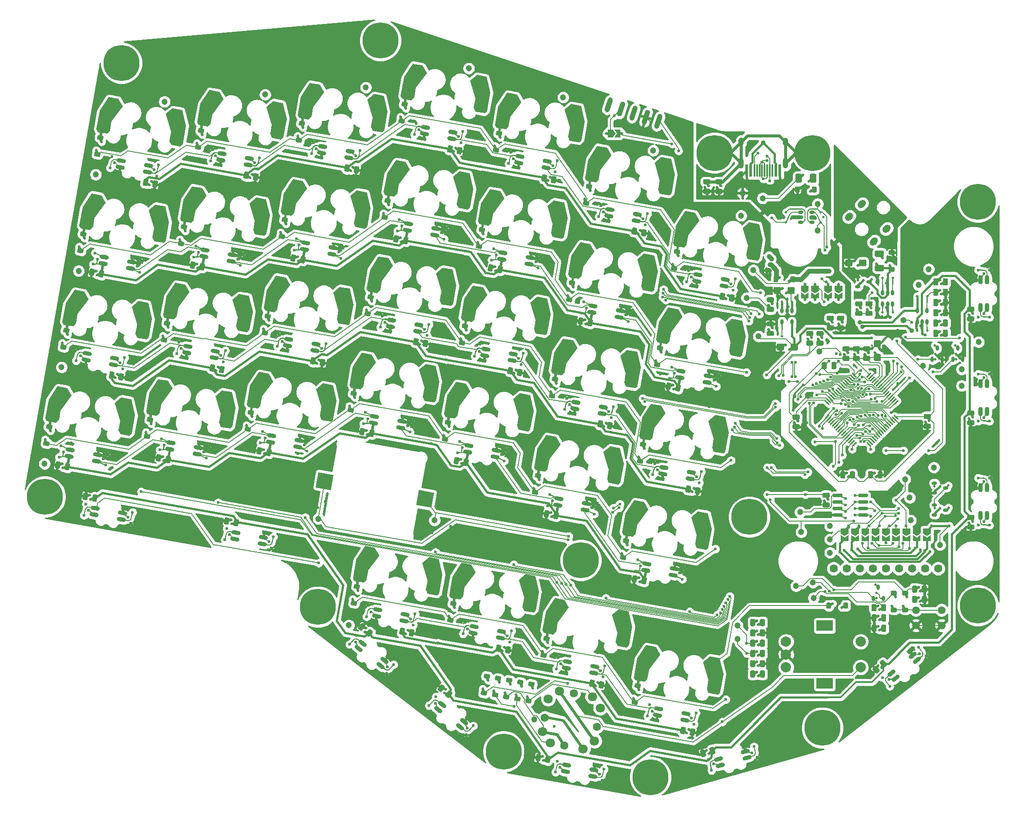
<source format=gbr>
G04 #@! TF.GenerationSoftware,KiCad,Pcbnew,(5.1.7)-1*
G04 #@! TF.CreationDate,2020-10-07T08:34:38+11:00*
G04 #@! TF.ProjectId,Djinn,446a696e-6e2e-46b6-9963-61645f706362,rev?*
G04 #@! TF.SameCoordinates,Original*
G04 #@! TF.FileFunction,Copper,L1,Top*
G04 #@! TF.FilePolarity,Positive*
%FSLAX46Y46*%
G04 Gerber Fmt 4.6, Leading zero omitted, Abs format (unit mm)*
G04 Created by KiCad (PCBNEW (5.1.7)-1) date 2020-10-07 08:34:38*
%MOMM*%
%LPD*%
G01*
G04 APERTURE LIST*
G04 #@! TA.AperFunction,ComponentPad*
%ADD10C,7.000000*%
G04 #@! TD*
G04 #@! TA.AperFunction,SMDPad,CuDef*
%ADD11C,0.152400*%
G04 #@! TD*
G04 #@! TA.AperFunction,ComponentPad*
%ADD12C,0.600000*%
G04 #@! TD*
G04 #@! TA.AperFunction,SMDPad,CuDef*
%ADD13O,0.820000X1.800000*%
G04 #@! TD*
G04 #@! TA.AperFunction,ComponentPad*
%ADD14C,2.000000*%
G04 #@! TD*
G04 #@! TA.AperFunction,ComponentPad*
%ADD15R,3.200000X2.000000*%
G04 #@! TD*
G04 #@! TA.AperFunction,ComponentPad*
%ADD16C,1.200000*%
G04 #@! TD*
G04 #@! TA.AperFunction,ComponentPad*
%ADD17C,0.500000*%
G04 #@! TD*
G04 #@! TA.AperFunction,ComponentPad*
%ADD18C,1.600000*%
G04 #@! TD*
G04 #@! TA.AperFunction,SMDPad,CuDef*
%ADD19O,0.650000X1.060000*%
G04 #@! TD*
G04 #@! TA.AperFunction,ComponentPad*
%ADD20O,1.000000X2.100000*%
G04 #@! TD*
G04 #@! TA.AperFunction,ComponentPad*
%ADD21O,1.000000X1.600000*%
G04 #@! TD*
G04 #@! TA.AperFunction,SMDPad,CuDef*
%ADD22R,0.570000X2.450000*%
G04 #@! TD*
G04 #@! TA.AperFunction,SMDPad,CuDef*
%ADD23R,0.300000X2.450000*%
G04 #@! TD*
G04 #@! TA.AperFunction,SMDPad,CuDef*
%ADD24O,1.060000X0.650000*%
G04 #@! TD*
G04 #@! TA.AperFunction,ComponentPad*
%ADD25C,1.500000*%
G04 #@! TD*
G04 #@! TA.AperFunction,ComponentPad*
%ADD26C,0.152400*%
G04 #@! TD*
G04 #@! TA.AperFunction,ComponentPad*
%ADD27C,0.800000*%
G04 #@! TD*
G04 #@! TA.AperFunction,ComponentPad*
%ADD28C,1.800000*%
G04 #@! TD*
G04 #@! TA.AperFunction,ViaPad*
%ADD29C,0.600000*%
G04 #@! TD*
G04 #@! TA.AperFunction,ViaPad*
%ADD30C,0.900000*%
G04 #@! TD*
G04 #@! TA.AperFunction,Conductor*
%ADD31C,0.127000*%
G04 #@! TD*
G04 #@! TA.AperFunction,Conductor*
%ADD32C,0.450000*%
G04 #@! TD*
G04 #@! TA.AperFunction,Conductor*
%ADD33C,0.350000*%
G04 #@! TD*
G04 #@! TA.AperFunction,Conductor*
%ADD34C,0.762000*%
G04 #@! TD*
G04 #@! TA.AperFunction,Conductor*
%ADD35C,0.203200*%
G04 #@! TD*
G04 #@! TA.AperFunction,Conductor*
%ADD36C,0.900000*%
G04 #@! TD*
G04 #@! TA.AperFunction,Conductor*
%ADD37C,0.600000*%
G04 #@! TD*
G04 #@! TA.AperFunction,Conductor*
%ADD38C,0.254000*%
G04 #@! TD*
G04 #@! TA.AperFunction,Conductor*
%ADD39C,0.152400*%
G04 #@! TD*
G04 APERTURE END LIST*
D10*
X46966766Y19525432D03*
X99473603Y-123894915D03*
X163167435Y-90487880D03*
X34774198Y-90761447D03*
X163167435Y-11906299D03*
X111919220Y-2381261D03*
X130969300Y-2381260D03*
X85949668Y-81650102D03*
X-3381700Y15104253D03*
X-18267752Y-69318746D03*
X118708259Y-73245522D03*
X70919102Y-118896720D03*
X132900881Y-114300480D03*
G04 #@! TA.AperFunction,SMDPad,CuDef*
D11*
G36*
X112694394Y-120286069D02*
G01*
X112703940Y-120283987D01*
X112713643Y-120282847D01*
X112723411Y-120282660D01*
X112733151Y-120283426D01*
X112742769Y-120285139D01*
X112752176Y-120287784D01*
X112761278Y-120291333D01*
X112769990Y-120295753D01*
X112778231Y-120301002D01*
X112785919Y-120307031D01*
X112792982Y-120313780D01*
X112799353Y-120321187D01*
X112804971Y-120329181D01*
X112809782Y-120337684D01*
X112813740Y-120346616D01*
X112816808Y-120355892D01*
X112818956Y-120365423D01*
X112820164Y-120375118D01*
X112820419Y-120384885D01*
X112819720Y-120394630D01*
X112818074Y-120404259D01*
X112815497Y-120413683D01*
X112812011Y-120422810D01*
X112807651Y-120431554D01*
X112802460Y-120439830D01*
X112796485Y-120447560D01*
X112789785Y-120454671D01*
X112782423Y-120461094D01*
X112774469Y-120466767D01*
X112765999Y-120471638D01*
X112757095Y-120475658D01*
X112747841Y-120478790D01*
X111595794Y-120806959D01*
X111572783Y-120814083D01*
X111522879Y-120833539D01*
X111476268Y-120857186D01*
X111432198Y-120885261D01*
X111391078Y-120917504D01*
X111353296Y-120953608D01*
X111319212Y-120993234D01*
X111289167Y-121035986D01*
X111263436Y-121081463D01*
X111242262Y-121129244D01*
X111225853Y-121178860D01*
X111214364Y-121229846D01*
X111207907Y-121281690D01*
X111206539Y-121333929D01*
X111210134Y-121384087D01*
X111466130Y-122550319D01*
X111466420Y-122551685D01*
X111467911Y-122561341D01*
X111468454Y-122571096D01*
X111468041Y-122580856D01*
X111466678Y-122590531D01*
X111464377Y-122600026D01*
X111461161Y-122609252D01*
X111457060Y-122618119D01*
X111452113Y-122626544D01*
X111446368Y-122634447D01*
X111439879Y-122641750D01*
X111432708Y-122648385D01*
X111424924Y-122654290D01*
X111416601Y-122659406D01*
X111407818Y-122663687D01*
X111398660Y-122667089D01*
X111389214Y-122669582D01*
X111379568Y-122671140D01*
X111369817Y-122671751D01*
X111360053Y-122671406D01*
X111350370Y-122670110D01*
X111340860Y-122667876D01*
X111331612Y-122664725D01*
X111322716Y-122660685D01*
X111314256Y-122655797D01*
X111306314Y-122650108D01*
X111298965Y-122643669D01*
X111292280Y-122636545D01*
X111286321Y-122628802D01*
X111281147Y-122620516D01*
X111276805Y-122611762D01*
X111273339Y-122602628D01*
X111270781Y-122593199D01*
X111013274Y-121420081D01*
X111012984Y-121418716D01*
X111012607Y-121416271D01*
X111012310Y-121414933D01*
X111011984Y-121412242D01*
X111011492Y-121409060D01*
X111011402Y-121407436D01*
X111011136Y-121405235D01*
X111006700Y-121343354D01*
X111006611Y-121341961D01*
X111006575Y-121337815D01*
X111006479Y-121333587D01*
X111008103Y-121271570D01*
X111008150Y-121270175D01*
X111008522Y-121266001D01*
X111008836Y-121261827D01*
X111016502Y-121200282D01*
X111016503Y-121200263D01*
X111016507Y-121200242D01*
X111016686Y-121198879D01*
X111017455Y-121194809D01*
X111018183Y-121190639D01*
X111031822Y-121130118D01*
X111031822Y-121130117D01*
X111031825Y-121130106D01*
X111032139Y-121128758D01*
X111033310Y-121124750D01*
X111034433Y-121120702D01*
X111053913Y-121061800D01*
X111054361Y-121060478D01*
X111055922Y-121056597D01*
X111057430Y-121052686D01*
X111082564Y-120995967D01*
X111083139Y-120994695D01*
X111085065Y-120990995D01*
X111086955Y-120987238D01*
X111117505Y-120933242D01*
X111118201Y-120932032D01*
X111120482Y-120928532D01*
X111122725Y-120924984D01*
X111158398Y-120874226D01*
X111159209Y-120873091D01*
X111161817Y-120869835D01*
X111164400Y-120866517D01*
X111204855Y-120819483D01*
X111205773Y-120818432D01*
X111208716Y-120815415D01*
X111211581Y-120812397D01*
X111256426Y-120769542D01*
X111256433Y-120769535D01*
X111256441Y-120769528D01*
X111257449Y-120768578D01*
X111260637Y-120765893D01*
X111263818Y-120763138D01*
X111312638Y-120724858D01*
X111313743Y-120724005D01*
X111317192Y-120721634D01*
X111320612Y-120719213D01*
X111372935Y-120685879D01*
X111374118Y-120685138D01*
X111377765Y-120683123D01*
X111381421Y-120681038D01*
X111436748Y-120652969D01*
X111437997Y-120652347D01*
X111441836Y-120650693D01*
X111445667Y-120648979D01*
X111503469Y-120626444D01*
X111504772Y-120625946D01*
X111507520Y-120625069D01*
X111510221Y-120624086D01*
X111537745Y-120615566D01*
X111539082Y-120615162D01*
X111539505Y-120615059D01*
X111539921Y-120614919D01*
X112693049Y-120286442D01*
X112694394Y-120286069D01*
G37*
G04 #@! TD.AperFunction*
G04 #@! TA.AperFunction,SMDPad,CuDef*
G36*
X111721150Y-121223927D02*
G01*
X111730819Y-121222525D01*
X111740579Y-121222073D01*
X111750336Y-121222576D01*
X111759996Y-121224028D01*
X113119787Y-121496942D01*
X113121154Y-121497226D01*
X113130594Y-121499746D01*
X113139742Y-121503175D01*
X113148513Y-121507481D01*
X113156820Y-121512622D01*
X113164587Y-121518549D01*
X113171738Y-121525207D01*
X113178206Y-121532529D01*
X113183927Y-121540448D01*
X113188851Y-121548888D01*
X113192924Y-121557767D01*
X113196114Y-121567001D01*
X113198386Y-121576503D01*
X113199720Y-121586181D01*
X113200106Y-121595944D01*
X113199534Y-121605697D01*
X113198015Y-121615349D01*
X113195560Y-121624805D01*
X113192196Y-121633978D01*
X113187951Y-121642777D01*
X113182867Y-121651121D01*
X113176996Y-121658928D01*
X113170389Y-121666126D01*
X113163111Y-121672644D01*
X113155232Y-121678421D01*
X113146827Y-121683403D01*
X113137976Y-121687540D01*
X113128764Y-121690794D01*
X113119278Y-121693132D01*
X113109609Y-121694535D01*
X113099850Y-121694987D01*
X113090093Y-121694484D01*
X113080432Y-121693032D01*
X111720641Y-121420118D01*
X111719274Y-121419833D01*
X111709834Y-121417313D01*
X111700686Y-121413884D01*
X111691916Y-121409578D01*
X111683608Y-121404437D01*
X111675841Y-121398510D01*
X111668690Y-121391853D01*
X111662223Y-121384530D01*
X111656500Y-121376612D01*
X111651578Y-121368172D01*
X111647504Y-121359292D01*
X111644315Y-121350059D01*
X111642041Y-121340557D01*
X111640708Y-121330878D01*
X111640322Y-121321115D01*
X111640894Y-121311362D01*
X111642413Y-121301711D01*
X111644868Y-121292254D01*
X111648233Y-121283082D01*
X111652477Y-121274282D01*
X111657561Y-121265938D01*
X111663433Y-121258131D01*
X111670040Y-121250934D01*
X111677317Y-121244415D01*
X111685196Y-121238638D01*
X111693601Y-121233657D01*
X111702452Y-121229520D01*
X111711664Y-121226265D01*
X111721150Y-121223927D01*
G37*
G04 #@! TD.AperFunction*
G04 #@! TA.AperFunction,SMDPad,CuDef*
G36*
X118287826Y-120221195D02*
G01*
X118278280Y-120223277D01*
X118268577Y-120224417D01*
X118258809Y-120224604D01*
X118249069Y-120223838D01*
X118239451Y-120222125D01*
X118230044Y-120219480D01*
X118220942Y-120215931D01*
X118212230Y-120211511D01*
X118203989Y-120206262D01*
X118196301Y-120200233D01*
X118189238Y-120193484D01*
X118182867Y-120186077D01*
X118177249Y-120178083D01*
X118172438Y-120169580D01*
X118168480Y-120160648D01*
X118165412Y-120151372D01*
X118163264Y-120141841D01*
X118162056Y-120132146D01*
X118161801Y-120122379D01*
X118162500Y-120112634D01*
X118164146Y-120103005D01*
X118166723Y-120093581D01*
X118170209Y-120084454D01*
X118174569Y-120075710D01*
X118179760Y-120067434D01*
X118185735Y-120059704D01*
X118192435Y-120052593D01*
X118199797Y-120046170D01*
X118207751Y-120040497D01*
X118216221Y-120035626D01*
X118225125Y-120031606D01*
X118234379Y-120028474D01*
X119386426Y-119700305D01*
X119409437Y-119693181D01*
X119459341Y-119673725D01*
X119505952Y-119650078D01*
X119550022Y-119622003D01*
X119591142Y-119589760D01*
X119628924Y-119553656D01*
X119663008Y-119514030D01*
X119693053Y-119471278D01*
X119718784Y-119425801D01*
X119739958Y-119378020D01*
X119756367Y-119328404D01*
X119767856Y-119277418D01*
X119774313Y-119225574D01*
X119775681Y-119173335D01*
X119772086Y-119123177D01*
X119516090Y-117956945D01*
X119515800Y-117955579D01*
X119514309Y-117945923D01*
X119513766Y-117936168D01*
X119514179Y-117926408D01*
X119515542Y-117916733D01*
X119517843Y-117907238D01*
X119521059Y-117898012D01*
X119525160Y-117889145D01*
X119530107Y-117880720D01*
X119535852Y-117872817D01*
X119542341Y-117865514D01*
X119549512Y-117858879D01*
X119557296Y-117852974D01*
X119565619Y-117847858D01*
X119574402Y-117843577D01*
X119583560Y-117840175D01*
X119593006Y-117837682D01*
X119602652Y-117836124D01*
X119612403Y-117835513D01*
X119622167Y-117835858D01*
X119631850Y-117837154D01*
X119641360Y-117839388D01*
X119650608Y-117842539D01*
X119659504Y-117846579D01*
X119667964Y-117851467D01*
X119675906Y-117857156D01*
X119683255Y-117863595D01*
X119689940Y-117870719D01*
X119695899Y-117878462D01*
X119701073Y-117886748D01*
X119705415Y-117895502D01*
X119708881Y-117904636D01*
X119711439Y-117914065D01*
X119968946Y-119087183D01*
X119969236Y-119088548D01*
X119969613Y-119090993D01*
X119969910Y-119092331D01*
X119970236Y-119095022D01*
X119970728Y-119098204D01*
X119970818Y-119099828D01*
X119971084Y-119102029D01*
X119975520Y-119163910D01*
X119975609Y-119165303D01*
X119975645Y-119169449D01*
X119975741Y-119173677D01*
X119974117Y-119235694D01*
X119974070Y-119237089D01*
X119973698Y-119241263D01*
X119973384Y-119245437D01*
X119965718Y-119306982D01*
X119965717Y-119307001D01*
X119965713Y-119307022D01*
X119965534Y-119308385D01*
X119964765Y-119312455D01*
X119964037Y-119316625D01*
X119950398Y-119377146D01*
X119950398Y-119377147D01*
X119950395Y-119377158D01*
X119950081Y-119378506D01*
X119948910Y-119382514D01*
X119947787Y-119386562D01*
X119928307Y-119445464D01*
X119927859Y-119446786D01*
X119926298Y-119450667D01*
X119924790Y-119454578D01*
X119899656Y-119511297D01*
X119899081Y-119512569D01*
X119897155Y-119516269D01*
X119895265Y-119520026D01*
X119864715Y-119574022D01*
X119864019Y-119575232D01*
X119861738Y-119578732D01*
X119859495Y-119582280D01*
X119823822Y-119633038D01*
X119823011Y-119634173D01*
X119820403Y-119637429D01*
X119817820Y-119640747D01*
X119777365Y-119687781D01*
X119776447Y-119688832D01*
X119773504Y-119691849D01*
X119770639Y-119694867D01*
X119725794Y-119737722D01*
X119725787Y-119737729D01*
X119725779Y-119737736D01*
X119724771Y-119738686D01*
X119721583Y-119741371D01*
X119718402Y-119744126D01*
X119669582Y-119782406D01*
X119668477Y-119783259D01*
X119665028Y-119785630D01*
X119661608Y-119788051D01*
X119609285Y-119821385D01*
X119608102Y-119822126D01*
X119604455Y-119824141D01*
X119600799Y-119826226D01*
X119545472Y-119854295D01*
X119544223Y-119854917D01*
X119540384Y-119856571D01*
X119536553Y-119858285D01*
X119478751Y-119880820D01*
X119477448Y-119881318D01*
X119474700Y-119882195D01*
X119471999Y-119883178D01*
X119444475Y-119891698D01*
X119443138Y-119892102D01*
X119442715Y-119892205D01*
X119442299Y-119892345D01*
X118289171Y-120220822D01*
X118287826Y-120221195D01*
G37*
G04 #@! TD.AperFunction*
G04 #@! TA.AperFunction,SMDPad,CuDef*
G36*
X119261070Y-119283337D02*
G01*
X119251401Y-119284739D01*
X119241641Y-119285191D01*
X119231884Y-119284688D01*
X119222224Y-119283236D01*
X117862433Y-119010322D01*
X117861066Y-119010038D01*
X117851626Y-119007518D01*
X117842478Y-119004089D01*
X117833707Y-118999783D01*
X117825400Y-118994642D01*
X117817633Y-118988715D01*
X117810482Y-118982057D01*
X117804014Y-118974735D01*
X117798293Y-118966816D01*
X117793369Y-118958376D01*
X117789296Y-118949497D01*
X117786106Y-118940263D01*
X117783834Y-118930761D01*
X117782500Y-118921083D01*
X117782114Y-118911320D01*
X117782686Y-118901567D01*
X117784205Y-118891915D01*
X117786660Y-118882459D01*
X117790024Y-118873286D01*
X117794269Y-118864487D01*
X117799353Y-118856143D01*
X117805224Y-118848336D01*
X117811831Y-118841138D01*
X117819109Y-118834620D01*
X117826988Y-118828843D01*
X117835393Y-118823861D01*
X117844244Y-118819724D01*
X117853456Y-118816470D01*
X117862942Y-118814132D01*
X117872611Y-118812729D01*
X117882370Y-118812277D01*
X117892127Y-118812780D01*
X117901788Y-118814232D01*
X119261579Y-119087146D01*
X119262946Y-119087431D01*
X119272386Y-119089951D01*
X119281534Y-119093380D01*
X119290304Y-119097686D01*
X119298612Y-119102827D01*
X119306379Y-119108754D01*
X119313530Y-119115411D01*
X119319997Y-119122734D01*
X119325720Y-119130652D01*
X119330642Y-119139092D01*
X119334716Y-119147972D01*
X119337905Y-119157205D01*
X119340179Y-119166707D01*
X119341512Y-119176386D01*
X119341898Y-119186149D01*
X119341326Y-119195902D01*
X119339807Y-119205553D01*
X119337352Y-119215010D01*
X119333987Y-119224182D01*
X119329743Y-119232982D01*
X119324659Y-119241326D01*
X119318787Y-119249133D01*
X119312180Y-119256330D01*
X119304903Y-119262849D01*
X119297024Y-119268626D01*
X119288619Y-119273607D01*
X119279768Y-119277744D01*
X119270556Y-119280999D01*
X119261070Y-119283337D01*
G37*
G04 #@! TD.AperFunction*
D12*
X111740319Y-121322073D03*
X110765745Y-120455929D03*
X120216475Y-120051335D03*
X111368455Y-122571760D03*
X119613765Y-117935504D03*
G04 #@! TA.AperFunction,SMDPad,CuDef*
G36*
G01*
X113935309Y-121362273D02*
X113935309Y-121362273D01*
G75*
G02*
X113653318Y-121868910I-394314J-112323D01*
G01*
X112710812Y-122137390D01*
G75*
G02*
X112204175Y-121855399I-112323J394314D01*
G01*
X112204175Y-121855399D01*
G75*
G02*
X112486166Y-121348762I394314J112323D01*
G01*
X113428672Y-121080282D01*
G75*
G02*
X113935309Y-121362273I112323J-394314D01*
G01*
G37*
G04 #@! TD.AperFunction*
G04 #@! TA.AperFunction,SMDPad,CuDef*
G36*
G01*
X113584642Y-120131244D02*
X113584642Y-120131244D01*
G75*
G02*
X113302651Y-120637881I-394314J-112323D01*
G01*
X112360145Y-120906361D01*
G75*
G02*
X111853508Y-120624370I-112323J394314D01*
G01*
X111853508Y-120624370D01*
G75*
G02*
X112135499Y-120117733I394314J112323D01*
G01*
X113078005Y-119849253D01*
G75*
G02*
X113584642Y-120131244I112323J-394314D01*
G01*
G37*
G04 #@! TD.AperFunction*
G04 #@! TA.AperFunction,SMDPad,CuDef*
G36*
G01*
X118778045Y-118651865D02*
X118778045Y-118651865D01*
G75*
G02*
X118496054Y-119158502I-394314J-112323D01*
G01*
X117553548Y-119426982D01*
G75*
G02*
X117046911Y-119144991I-112323J394314D01*
G01*
X117046911Y-119144991D01*
G75*
G02*
X117328902Y-118638354I394314J112323D01*
G01*
X118271408Y-118369874D01*
G75*
G02*
X118778045Y-118651865I112323J-394314D01*
G01*
G37*
G04 #@! TD.AperFunction*
G04 #@! TA.AperFunction,SMDPad,CuDef*
G36*
G01*
X119128712Y-119882894D02*
X119128712Y-119882894D01*
G75*
G02*
X118846721Y-120389531I-394314J-112323D01*
G01*
X117904215Y-120658011D01*
G75*
G02*
X117397578Y-120376020I-112323J394314D01*
G01*
X117397578Y-120376020D01*
G75*
G02*
X117679569Y-119869383I394314J112323D01*
G01*
X118622075Y-119600903D01*
G75*
G02*
X119128712Y-119882894I112323J-394314D01*
G01*
G37*
G04 #@! TD.AperFunction*
X119241901Y-119185191D03*
G04 #@! TA.AperFunction,SMDPad,CuDef*
D11*
G36*
X146289056Y-103565775D02*
G01*
X146296920Y-103559977D01*
X146305311Y-103554974D01*
X146314152Y-103550815D01*
X146323355Y-103547537D01*
X146332835Y-103545174D01*
X146342501Y-103543747D01*
X146352259Y-103543269D01*
X146362017Y-103543747D01*
X146371683Y-103545174D01*
X146381162Y-103547538D01*
X146390365Y-103550815D01*
X146399206Y-103554974D01*
X146407598Y-103559977D01*
X146415462Y-103565775D01*
X146422722Y-103572313D01*
X146429311Y-103579526D01*
X146435163Y-103587350D01*
X146440224Y-103595707D01*
X146444446Y-103604518D01*
X146447787Y-103613699D01*
X146450216Y-103623161D01*
X146451711Y-103632816D01*
X146452256Y-103642571D01*
X146451847Y-103652333D01*
X146450487Y-103662007D01*
X146448190Y-103671503D01*
X146444977Y-103680730D01*
X146440880Y-103689599D01*
X146435935Y-103698026D01*
X146430193Y-103705930D01*
X146423706Y-103713236D01*
X146416538Y-103719874D01*
X145498911Y-104489854D01*
X145480815Y-104505752D01*
X145443205Y-104543890D01*
X145410313Y-104584508D01*
X145381548Y-104628132D01*
X145357178Y-104674355D01*
X145337432Y-104722739D01*
X145322500Y-104772828D01*
X145312530Y-104824122D01*
X145307612Y-104876142D01*
X145307795Y-104928404D01*
X145313075Y-104980396D01*
X145323407Y-105031629D01*
X145338682Y-105081590D01*
X145358764Y-105129835D01*
X145382527Y-105174153D01*
X146092417Y-106134198D01*
X146093239Y-106135326D01*
X146098544Y-106143532D01*
X146103022Y-106152215D01*
X146106630Y-106161293D01*
X146109337Y-106170681D01*
X146111114Y-106180288D01*
X146111945Y-106190023D01*
X146111822Y-106199792D01*
X146110746Y-106209502D01*
X146108730Y-106219062D01*
X146105788Y-106228378D01*
X146101952Y-106237363D01*
X146097257Y-106245932D01*
X146091749Y-106254000D01*
X146085479Y-106261494D01*
X146078508Y-106268340D01*
X146070904Y-106274472D01*
X146062735Y-106279833D01*
X146054084Y-106284372D01*
X146045030Y-106288044D01*
X146035661Y-106290816D01*
X146026068Y-106292659D01*
X146016339Y-106293559D01*
X146006569Y-106293504D01*
X145996851Y-106292497D01*
X145987279Y-106290546D01*
X145977941Y-106287669D01*
X145968929Y-106283896D01*
X145960328Y-106279262D01*
X145952221Y-106273810D01*
X145944684Y-106267592D01*
X145937790Y-106260670D01*
X145931605Y-106253107D01*
X145217524Y-105287393D01*
X145216702Y-105286265D01*
X145215359Y-105284188D01*
X145214541Y-105283087D01*
X145213146Y-105280764D01*
X145211397Y-105278060D01*
X145210652Y-105276614D01*
X145209510Y-105274714D01*
X145180193Y-105220038D01*
X145179543Y-105218803D01*
X145177817Y-105215033D01*
X145176003Y-105211213D01*
X145152162Y-105153938D01*
X145151635Y-105152646D01*
X145150271Y-105148683D01*
X145148853Y-105144746D01*
X145130720Y-105085435D01*
X145130713Y-105085417D01*
X145130707Y-105085396D01*
X145130315Y-105084079D01*
X145129355Y-105080049D01*
X145128317Y-105075946D01*
X145116055Y-105015131D01*
X145116054Y-105015130D01*
X145116052Y-105015118D01*
X145115788Y-105013760D01*
X145115220Y-105009623D01*
X145114593Y-105005470D01*
X145108324Y-104943747D01*
X145108193Y-104942358D01*
X145108032Y-104938178D01*
X145107812Y-104933992D01*
X145107595Y-104871954D01*
X145107601Y-104870558D01*
X145107848Y-104866394D01*
X145108039Y-104862193D01*
X145113878Y-104800429D01*
X145114019Y-104799040D01*
X145114673Y-104794914D01*
X145115271Y-104790759D01*
X145127109Y-104729859D01*
X145127385Y-104728492D01*
X145128436Y-104724455D01*
X145129440Y-104720371D01*
X145147163Y-104660918D01*
X145147572Y-104659583D01*
X145149027Y-104655628D01*
X145150409Y-104651703D01*
X145173847Y-104594272D01*
X145173850Y-104594263D01*
X145173854Y-104594253D01*
X145174387Y-104592975D01*
X145176200Y-104589222D01*
X145177979Y-104585408D01*
X145206913Y-104530530D01*
X145207573Y-104529300D01*
X145209754Y-104525727D01*
X145211886Y-104522121D01*
X145246037Y-104470328D01*
X145246814Y-104469168D01*
X145249322Y-104465840D01*
X145251807Y-104462443D01*
X145290850Y-104414229D01*
X145291736Y-104413151D01*
X145294565Y-104410074D01*
X145297363Y-104406946D01*
X145340924Y-104362772D01*
X145341911Y-104361785D01*
X145344061Y-104359863D01*
X145346125Y-104357863D01*
X145367771Y-104338846D01*
X145368826Y-104337932D01*
X145369170Y-104337665D01*
X145369493Y-104337367D01*
X146287980Y-103566665D01*
X146289056Y-103565775D01*
G37*
G04 #@! TD.AperFunction*
G04 #@! TA.AperFunction,SMDPad,CuDef*
G36*
X145783602Y-104819289D02*
G01*
X145791856Y-104814061D01*
X145800580Y-104809663D01*
X145809692Y-104806138D01*
X145819103Y-104803519D01*
X147171806Y-104497400D01*
X147173170Y-104497101D01*
X147182816Y-104495548D01*
X147192567Y-104494942D01*
X147202331Y-104495292D01*
X147212014Y-104496592D01*
X147221524Y-104498831D01*
X147230770Y-104501988D01*
X147239664Y-104506031D01*
X147248120Y-104510923D01*
X147256061Y-104516617D01*
X147263405Y-104523060D01*
X147270087Y-104530186D01*
X147276041Y-104537932D01*
X147281211Y-104546222D01*
X147285549Y-104554977D01*
X147289010Y-104564113D01*
X147291564Y-104573543D01*
X147293185Y-104583177D01*
X147293859Y-104592925D01*
X147293577Y-104602690D01*
X147292344Y-104612383D01*
X147290172Y-104621907D01*
X147287080Y-104631175D01*
X147283098Y-104640097D01*
X147278265Y-104648588D01*
X147272627Y-104656567D01*
X147266237Y-104663957D01*
X147259156Y-104670689D01*
X147251452Y-104676697D01*
X147243199Y-104681926D01*
X147234474Y-104686323D01*
X147225362Y-104689848D01*
X147215951Y-104692467D01*
X145863248Y-104998586D01*
X145861884Y-104998885D01*
X145852238Y-105000439D01*
X145842487Y-105001044D01*
X145832723Y-105000695D01*
X145823041Y-104999394D01*
X145813530Y-104997155D01*
X145804284Y-104993998D01*
X145795390Y-104989955D01*
X145786934Y-104985064D01*
X145778994Y-104979369D01*
X145771649Y-104972927D01*
X145764967Y-104965801D01*
X145759013Y-104958055D01*
X145753843Y-104949764D01*
X145749505Y-104941010D01*
X145746044Y-104931874D01*
X145743490Y-104922443D01*
X145741869Y-104912809D01*
X145741195Y-104903062D01*
X145741477Y-104893296D01*
X145742710Y-104883604D01*
X145744882Y-104874079D01*
X145747974Y-104864812D01*
X145751956Y-104855890D01*
X145756789Y-104847399D01*
X145762427Y-104839420D01*
X145768818Y-104832029D01*
X145775898Y-104825297D01*
X145783602Y-104819289D01*
G37*
G04 #@! TD.AperFunction*
G04 #@! TA.AperFunction,SMDPad,CuDef*
G36*
X151368442Y-101222587D02*
G01*
X151360578Y-101228385D01*
X151352187Y-101233388D01*
X151343346Y-101237547D01*
X151334143Y-101240825D01*
X151324663Y-101243188D01*
X151314997Y-101244615D01*
X151305239Y-101245093D01*
X151295481Y-101244615D01*
X151285815Y-101243188D01*
X151276336Y-101240824D01*
X151267133Y-101237547D01*
X151258292Y-101233388D01*
X151249900Y-101228385D01*
X151242036Y-101222587D01*
X151234776Y-101216049D01*
X151228187Y-101208836D01*
X151222335Y-101201012D01*
X151217274Y-101192655D01*
X151213052Y-101183844D01*
X151209711Y-101174663D01*
X151207282Y-101165201D01*
X151205787Y-101155546D01*
X151205242Y-101145791D01*
X151205651Y-101136029D01*
X151207011Y-101126355D01*
X151209308Y-101116859D01*
X151212521Y-101107632D01*
X151216618Y-101098763D01*
X151221563Y-101090336D01*
X151227305Y-101082432D01*
X151233792Y-101075126D01*
X151240960Y-101068488D01*
X152158587Y-100298508D01*
X152176683Y-100282610D01*
X152214293Y-100244472D01*
X152247185Y-100203854D01*
X152275950Y-100160230D01*
X152300320Y-100114007D01*
X152320066Y-100065623D01*
X152334998Y-100015534D01*
X152344968Y-99964240D01*
X152349886Y-99912220D01*
X152349703Y-99859958D01*
X152344423Y-99807966D01*
X152334091Y-99756733D01*
X152318816Y-99706772D01*
X152298734Y-99658527D01*
X152274971Y-99614209D01*
X151565081Y-98654164D01*
X151564259Y-98653036D01*
X151558954Y-98644830D01*
X151554476Y-98636147D01*
X151550868Y-98627069D01*
X151548161Y-98617681D01*
X151546384Y-98608074D01*
X151545553Y-98598339D01*
X151545676Y-98588570D01*
X151546752Y-98578860D01*
X151548768Y-98569300D01*
X151551710Y-98559984D01*
X151555546Y-98550999D01*
X151560241Y-98542430D01*
X151565749Y-98534362D01*
X151572019Y-98526868D01*
X151578990Y-98520022D01*
X151586594Y-98513890D01*
X151594763Y-98508529D01*
X151603414Y-98503990D01*
X151612468Y-98500318D01*
X151621837Y-98497546D01*
X151631430Y-98495703D01*
X151641159Y-98494803D01*
X151650929Y-98494858D01*
X151660647Y-98495865D01*
X151670219Y-98497816D01*
X151679557Y-98500693D01*
X151688569Y-98504466D01*
X151697170Y-98509100D01*
X151705277Y-98514552D01*
X151712814Y-98520770D01*
X151719708Y-98527692D01*
X151725893Y-98535255D01*
X152439974Y-99500969D01*
X152440796Y-99502097D01*
X152442139Y-99504174D01*
X152442957Y-99505275D01*
X152444352Y-99507598D01*
X152446101Y-99510302D01*
X152446846Y-99511748D01*
X152447988Y-99513648D01*
X152477305Y-99568324D01*
X152477955Y-99569559D01*
X152479681Y-99573329D01*
X152481495Y-99577149D01*
X152505336Y-99634424D01*
X152505863Y-99635716D01*
X152507227Y-99639679D01*
X152508645Y-99643616D01*
X152526778Y-99702927D01*
X152526785Y-99702945D01*
X152526791Y-99702966D01*
X152527183Y-99704283D01*
X152528143Y-99708313D01*
X152529181Y-99712416D01*
X152541443Y-99773231D01*
X152541444Y-99773232D01*
X152541446Y-99773244D01*
X152541710Y-99774602D01*
X152542278Y-99778739D01*
X152542905Y-99782892D01*
X152549174Y-99844615D01*
X152549305Y-99846004D01*
X152549466Y-99850184D01*
X152549686Y-99854370D01*
X152549903Y-99916408D01*
X152549897Y-99917804D01*
X152549650Y-99921968D01*
X152549459Y-99926169D01*
X152543620Y-99987933D01*
X152543479Y-99989322D01*
X152542825Y-99993448D01*
X152542227Y-99997603D01*
X152530389Y-100058503D01*
X152530113Y-100059870D01*
X152529062Y-100063907D01*
X152528058Y-100067991D01*
X152510335Y-100127444D01*
X152509926Y-100128779D01*
X152508471Y-100132734D01*
X152507089Y-100136659D01*
X152483651Y-100194090D01*
X152483648Y-100194099D01*
X152483644Y-100194109D01*
X152483111Y-100195387D01*
X152481298Y-100199140D01*
X152479519Y-100202954D01*
X152450585Y-100257832D01*
X152449925Y-100259062D01*
X152447744Y-100262635D01*
X152445612Y-100266241D01*
X152411461Y-100318034D01*
X152410684Y-100319194D01*
X152408176Y-100322522D01*
X152405691Y-100325919D01*
X152366648Y-100374133D01*
X152365762Y-100375211D01*
X152362933Y-100378288D01*
X152360135Y-100381416D01*
X152316574Y-100425590D01*
X152315587Y-100426577D01*
X152313437Y-100428499D01*
X152311373Y-100430499D01*
X152289727Y-100449516D01*
X152288672Y-100450430D01*
X152288328Y-100450697D01*
X152288005Y-100450995D01*
X151369518Y-101221697D01*
X151368442Y-101222587D01*
G37*
G04 #@! TD.AperFunction*
G04 #@! TA.AperFunction,SMDPad,CuDef*
G36*
X151873896Y-99969073D02*
G01*
X151865642Y-99974301D01*
X151856918Y-99978699D01*
X151847806Y-99982224D01*
X151838395Y-99984843D01*
X150485692Y-100290962D01*
X150484328Y-100291261D01*
X150474682Y-100292814D01*
X150464931Y-100293420D01*
X150455167Y-100293070D01*
X150445484Y-100291770D01*
X150435974Y-100289531D01*
X150426728Y-100286374D01*
X150417834Y-100282331D01*
X150409378Y-100277439D01*
X150401437Y-100271745D01*
X150394093Y-100265302D01*
X150387411Y-100258176D01*
X150381457Y-100250430D01*
X150376287Y-100242140D01*
X150371949Y-100233385D01*
X150368488Y-100224249D01*
X150365934Y-100214819D01*
X150364313Y-100205185D01*
X150363639Y-100195437D01*
X150363921Y-100185672D01*
X150365154Y-100175979D01*
X150367326Y-100166455D01*
X150370418Y-100157187D01*
X150374400Y-100148265D01*
X150379233Y-100139774D01*
X150384871Y-100131795D01*
X150391261Y-100124405D01*
X150398342Y-100117673D01*
X150406046Y-100111665D01*
X150414299Y-100106436D01*
X150423024Y-100102039D01*
X150432136Y-100098514D01*
X150441547Y-100095895D01*
X151794250Y-99789776D01*
X151795614Y-99789477D01*
X151805260Y-99787923D01*
X151815011Y-99787318D01*
X151824775Y-99787667D01*
X151834457Y-99788968D01*
X151843968Y-99791207D01*
X151853214Y-99794364D01*
X151862108Y-99798407D01*
X151870564Y-99803298D01*
X151878504Y-99808993D01*
X151885849Y-99815435D01*
X151892531Y-99822561D01*
X151898485Y-99830307D01*
X151903655Y-99838598D01*
X151907993Y-99847352D01*
X151911454Y-99856488D01*
X151914008Y-99865919D01*
X151915629Y-99875553D01*
X151916303Y-99885300D01*
X151916021Y-99895066D01*
X151914788Y-99904758D01*
X151912616Y-99914283D01*
X151909524Y-99923550D01*
X151905542Y-99932472D01*
X151900709Y-99940963D01*
X151895071Y-99948942D01*
X151888680Y-99956333D01*
X151881600Y-99963065D01*
X151873896Y-99969073D01*
G37*
G04 #@! TD.AperFunction*
D12*
X145841176Y-104901053D03*
X144597878Y-104508355D03*
X153059620Y-100280007D03*
X146012011Y-106193653D03*
X151645487Y-98594709D03*
G04 #@! TA.AperFunction,SMDPad,CuDef*
G36*
G01*
X147861253Y-104041467D02*
X147861253Y-104041467D01*
G75*
G02*
X147810718Y-104619088I-314078J-263543D01*
G01*
X147059994Y-105249020D01*
G75*
G02*
X146482373Y-105198485I-263543J314078D01*
G01*
X146482373Y-105198485D01*
G75*
G02*
X146532908Y-104620864I314078J263543D01*
G01*
X147283632Y-103990932D01*
G75*
G02*
X147861253Y-104041467I263543J-314078D01*
G01*
G37*
G04 #@! TD.AperFunction*
G04 #@! TA.AperFunction,SMDPad,CuDef*
G36*
G01*
X147038485Y-103060930D02*
X147038485Y-103060930D01*
G75*
G02*
X146987950Y-103638551I-314078J-263543D01*
G01*
X146237226Y-104268483D01*
G75*
G02*
X145659605Y-104217948I-263543J314078D01*
G01*
X145659605Y-104217948D01*
G75*
G02*
X145710140Y-103640327I314078J263543D01*
G01*
X146460864Y-103010395D01*
G75*
G02*
X147038485Y-103060930I263543J-314078D01*
G01*
G37*
G04 #@! TD.AperFunction*
G04 #@! TA.AperFunction,SMDPad,CuDef*
G36*
G01*
X151175125Y-99589877D02*
X151175125Y-99589877D01*
G75*
G02*
X151124590Y-100167498I-314078J-263543D01*
G01*
X150373866Y-100797430D01*
G75*
G02*
X149796245Y-100746895I-263543J314078D01*
G01*
X149796245Y-100746895D01*
G75*
G02*
X149846780Y-100169274I314078J263543D01*
G01*
X150597504Y-99539342D01*
G75*
G02*
X151175125Y-99589877I263543J-314078D01*
G01*
G37*
G04 #@! TD.AperFunction*
G04 #@! TA.AperFunction,SMDPad,CuDef*
G36*
G01*
X151997893Y-100570414D02*
X151997893Y-100570414D01*
G75*
G02*
X151947358Y-101148035I-314078J-263543D01*
G01*
X151196634Y-101777967D01*
G75*
G02*
X150619013Y-101727432I-263543J314078D01*
G01*
X150619013Y-101727432D01*
G75*
G02*
X150669548Y-101149811I314078J263543D01*
G01*
X151420272Y-100519879D01*
G75*
G02*
X151997893Y-100570414I263543J-314078D01*
G01*
G37*
G04 #@! TD.AperFunction*
X151816322Y-99887309D03*
G04 #@! TA.AperFunction,SMDPad,CuDef*
D11*
G36*
X-8483126Y-71436000D02*
G01*
X-8473630Y-71438296D01*
X-8464404Y-71441509D01*
X-8455535Y-71445608D01*
X-8447108Y-71450551D01*
X-8439204Y-71456294D01*
X-8431898Y-71462781D01*
X-8425260Y-71469950D01*
X-8419353Y-71477732D01*
X-8414233Y-71486053D01*
X-8409951Y-71494834D01*
X-8406545Y-71503991D01*
X-8404050Y-71513436D01*
X-8402488Y-71523081D01*
X-8401874Y-71532832D01*
X-8402215Y-71542596D01*
X-8403507Y-71552280D01*
X-8405738Y-71561792D01*
X-8408886Y-71571041D01*
X-8412922Y-71579938D01*
X-8417808Y-71588399D01*
X-8423495Y-71596342D01*
X-8429930Y-71603694D01*
X-8437053Y-71610381D01*
X-8444793Y-71616343D01*
X-8453078Y-71621520D01*
X-8461829Y-71625864D01*
X-8470963Y-71629334D01*
X-8480391Y-71631896D01*
X-8490024Y-71633525D01*
X-8499771Y-71634207D01*
X-8509536Y-71633934D01*
X-8519229Y-71632709D01*
X-9698907Y-71424700D01*
X-9722718Y-71421057D01*
X-9776108Y-71416760D01*
X-9828366Y-71417673D01*
X-9880274Y-71423678D01*
X-9931347Y-71434721D01*
X-9981104Y-71450696D01*
X-10029073Y-71471453D01*
X-10074775Y-71496787D01*
X-10117785Y-71526457D01*
X-10157704Y-71560191D01*
X-10194137Y-71597656D01*
X-10226743Y-71638502D01*
X-10255197Y-71682318D01*
X-10279246Y-71728713D01*
X-10297921Y-71775403D01*
X-10577050Y-72936316D01*
X-10577385Y-72937671D01*
X-10580262Y-72947008D01*
X-10584035Y-72956020D01*
X-10588669Y-72964620D01*
X-10594121Y-72972727D01*
X-10600338Y-72980264D01*
X-10607262Y-72987159D01*
X-10614824Y-72993344D01*
X-10622954Y-72998761D01*
X-10631574Y-73003361D01*
X-10640601Y-73007096D01*
X-10649950Y-73009933D01*
X-10659531Y-73011844D01*
X-10669253Y-73012811D01*
X-10679024Y-73012825D01*
X-10688748Y-73011886D01*
X-10698334Y-73010002D01*
X-10707692Y-73007191D01*
X-10716730Y-73003481D01*
X-10725363Y-72998905D01*
X-10733508Y-72993510D01*
X-10741086Y-72987346D01*
X-10748029Y-72980472D01*
X-10754267Y-72972953D01*
X-10759742Y-72964860D01*
X-10764401Y-72956274D01*
X-10768199Y-72947271D01*
X-10771102Y-72937943D01*
X-10773080Y-72928375D01*
X-10774115Y-72918660D01*
X-10774197Y-72908890D01*
X-10773325Y-72899159D01*
X-10771507Y-72889560D01*
X-10490730Y-71721793D01*
X-10490395Y-71720438D01*
X-10489666Y-71718074D01*
X-10489349Y-71716741D01*
X-10488466Y-71714178D01*
X-10487518Y-71711101D01*
X-10486890Y-71709600D01*
X-10486168Y-71707504D01*
X-10463129Y-71649901D01*
X-10462600Y-71648609D01*
X-10460822Y-71644863D01*
X-10459061Y-71641019D01*
X-10430511Y-71585940D01*
X-10429860Y-71584705D01*
X-10427702Y-71581113D01*
X-10425596Y-71577496D01*
X-10391817Y-71525481D01*
X-10391808Y-71525465D01*
X-10391796Y-71525446D01*
X-10391039Y-71524299D01*
X-10388569Y-71520974D01*
X-10386093Y-71517541D01*
X-10347388Y-71469056D01*
X-10347388Y-71469055D01*
X-10347380Y-71469046D01*
X-10346509Y-71467971D01*
X-10343705Y-71464877D01*
X-10340927Y-71461727D01*
X-10297675Y-71417250D01*
X-10296694Y-71416256D01*
X-10293595Y-71413446D01*
X-10290530Y-71410587D01*
X-10243146Y-71370544D01*
X-10242072Y-71369651D01*
X-10238724Y-71367163D01*
X-10235383Y-71364610D01*
X-10184316Y-71329381D01*
X-10183161Y-71328597D01*
X-10179580Y-71326445D01*
X-10176013Y-71324233D01*
X-10121752Y-71294155D01*
X-10120526Y-71293488D01*
X-10116758Y-71291698D01*
X-10112986Y-71289842D01*
X-10056049Y-71265204D01*
X-10054764Y-71264658D01*
X-10050799Y-71263230D01*
X-10046903Y-71261767D01*
X-9987844Y-71242805D01*
X-9987835Y-71242802D01*
X-9987824Y-71242798D01*
X-9986502Y-71242385D01*
X-9982462Y-71241362D01*
X-9978397Y-71240273D01*
X-9917759Y-71227162D01*
X-9916393Y-71226877D01*
X-9912255Y-71226251D01*
X-9908121Y-71225567D01*
X-9846493Y-71218436D01*
X-9845105Y-71218286D01*
X-9840944Y-71218067D01*
X-9836745Y-71217788D01*
X-9774714Y-71216705D01*
X-9773319Y-71216691D01*
X-9769143Y-71216880D01*
X-9764948Y-71217013D01*
X-9703109Y-71221988D01*
X-9701719Y-71222110D01*
X-9698864Y-71222521D01*
X-9696005Y-71222817D01*
X-9667524Y-71227175D01*
X-9666145Y-71227395D01*
X-9665720Y-71227488D01*
X-9665284Y-71227543D01*
X-8484499Y-71435747D01*
X-8483126Y-71436000D01*
G37*
G04 #@! TD.AperFunction*
G04 #@! TA.AperFunction,SMDPad,CuDef*
G36*
X-9768273Y-71854543D02*
G01*
X-9758963Y-71857505D01*
X-9749986Y-71861361D01*
X-9741429Y-71866076D01*
X-9733373Y-71871601D01*
X-8629372Y-72711062D01*
X-8628266Y-72711915D01*
X-8620876Y-72718306D01*
X-8614144Y-72725386D01*
X-8608135Y-72733091D01*
X-8602908Y-72741344D01*
X-8598510Y-72750068D01*
X-8594985Y-72759181D01*
X-8592366Y-72768593D01*
X-8590678Y-72778215D01*
X-8589935Y-72787958D01*
X-8590150Y-72797725D01*
X-8591314Y-72807424D01*
X-8593420Y-72816964D01*
X-8596447Y-72826254D01*
X-8600365Y-72835204D01*
X-8605140Y-72843728D01*
X-8610722Y-72851746D01*
X-8617060Y-72859181D01*
X-8624094Y-72865962D01*
X-8631756Y-72872024D01*
X-8639973Y-72877309D01*
X-8648666Y-72881768D01*
X-8657753Y-72885356D01*
X-8667147Y-72888041D01*
X-8676758Y-72889796D01*
X-8686494Y-72890606D01*
X-8696263Y-72890461D01*
X-8705971Y-72889365D01*
X-8715526Y-72887325D01*
X-8724836Y-72884363D01*
X-8733813Y-72880507D01*
X-8742371Y-72875792D01*
X-8750426Y-72870266D01*
X-9854428Y-72030805D01*
X-9855533Y-72029952D01*
X-9862924Y-72023562D01*
X-9869656Y-72016481D01*
X-9875664Y-72008777D01*
X-9880891Y-72000524D01*
X-9885289Y-71991799D01*
X-9888815Y-71982687D01*
X-9891434Y-71973275D01*
X-9893123Y-71963653D01*
X-9893864Y-71953910D01*
X-9893650Y-71944143D01*
X-9892486Y-71934443D01*
X-9890380Y-71924903D01*
X-9887352Y-71915614D01*
X-9883434Y-71906663D01*
X-9878660Y-71898140D01*
X-9873078Y-71890121D01*
X-9866739Y-71882687D01*
X-9859706Y-71875905D01*
X-9852044Y-71869844D01*
X-9843826Y-71864558D01*
X-9835134Y-71860100D01*
X-9826047Y-71856511D01*
X-9816653Y-71853827D01*
X-9807042Y-71852071D01*
X-9797306Y-71851262D01*
X-9787536Y-71851406D01*
X-9777828Y-71852503D01*
X-9768273Y-71854543D01*
G37*
G04 #@! TD.AperFunction*
G04 #@! TA.AperFunction,SMDPad,CuDef*
G36*
X-3423174Y-73820862D02*
G01*
X-3432670Y-73818566D01*
X-3441896Y-73815353D01*
X-3450765Y-73811254D01*
X-3459192Y-73806311D01*
X-3467096Y-73800568D01*
X-3474402Y-73794081D01*
X-3481040Y-73786912D01*
X-3486947Y-73779130D01*
X-3492067Y-73770809D01*
X-3496349Y-73762028D01*
X-3499755Y-73752871D01*
X-3502250Y-73743426D01*
X-3503812Y-73733781D01*
X-3504426Y-73724030D01*
X-3504085Y-73714266D01*
X-3502793Y-73704582D01*
X-3500562Y-73695070D01*
X-3497414Y-73685821D01*
X-3493378Y-73676924D01*
X-3488492Y-73668463D01*
X-3482805Y-73660520D01*
X-3476370Y-73653168D01*
X-3469247Y-73646481D01*
X-3461507Y-73640519D01*
X-3453222Y-73635342D01*
X-3444471Y-73630998D01*
X-3435337Y-73627528D01*
X-3425909Y-73624966D01*
X-3416276Y-73623337D01*
X-3406529Y-73622655D01*
X-3396764Y-73622928D01*
X-3387071Y-73624153D01*
X-2207393Y-73832162D01*
X-2183582Y-73835805D01*
X-2130192Y-73840102D01*
X-2077934Y-73839189D01*
X-2026026Y-73833184D01*
X-1974953Y-73822141D01*
X-1925196Y-73806166D01*
X-1877227Y-73785409D01*
X-1831525Y-73760075D01*
X-1788515Y-73730405D01*
X-1748596Y-73696671D01*
X-1712163Y-73659206D01*
X-1679557Y-73618360D01*
X-1651103Y-73574544D01*
X-1627054Y-73528149D01*
X-1608379Y-73481459D01*
X-1329250Y-72320546D01*
X-1328915Y-72319191D01*
X-1326038Y-72309854D01*
X-1322265Y-72300842D01*
X-1317631Y-72292242D01*
X-1312179Y-72284135D01*
X-1305962Y-72276598D01*
X-1299038Y-72269703D01*
X-1291476Y-72263518D01*
X-1283346Y-72258101D01*
X-1274726Y-72253501D01*
X-1265699Y-72249766D01*
X-1256350Y-72246929D01*
X-1246769Y-72245018D01*
X-1237047Y-72244051D01*
X-1227276Y-72244037D01*
X-1217552Y-72244976D01*
X-1207966Y-72246860D01*
X-1198608Y-72249671D01*
X-1189570Y-72253381D01*
X-1180937Y-72257957D01*
X-1172792Y-72263352D01*
X-1165214Y-72269516D01*
X-1158271Y-72276390D01*
X-1152033Y-72283909D01*
X-1146558Y-72292002D01*
X-1141899Y-72300588D01*
X-1138101Y-72309591D01*
X-1135198Y-72318919D01*
X-1133220Y-72328487D01*
X-1132185Y-72338202D01*
X-1132103Y-72347972D01*
X-1132975Y-72357703D01*
X-1134793Y-72367302D01*
X-1415570Y-73535069D01*
X-1415905Y-73536424D01*
X-1416634Y-73538788D01*
X-1416951Y-73540121D01*
X-1417834Y-73542684D01*
X-1418782Y-73545761D01*
X-1419410Y-73547262D01*
X-1420132Y-73549358D01*
X-1443171Y-73606961D01*
X-1443700Y-73608253D01*
X-1445478Y-73611999D01*
X-1447239Y-73615843D01*
X-1475789Y-73670922D01*
X-1476440Y-73672157D01*
X-1478598Y-73675749D01*
X-1480704Y-73679366D01*
X-1514483Y-73731381D01*
X-1514492Y-73731397D01*
X-1514504Y-73731416D01*
X-1515261Y-73732563D01*
X-1517731Y-73735888D01*
X-1520207Y-73739321D01*
X-1558912Y-73787806D01*
X-1558912Y-73787807D01*
X-1558920Y-73787816D01*
X-1559791Y-73788891D01*
X-1562595Y-73791985D01*
X-1565373Y-73795135D01*
X-1608625Y-73839612D01*
X-1609606Y-73840606D01*
X-1612705Y-73843416D01*
X-1615770Y-73846275D01*
X-1663154Y-73886318D01*
X-1664228Y-73887211D01*
X-1667576Y-73889699D01*
X-1670917Y-73892252D01*
X-1721984Y-73927481D01*
X-1723139Y-73928265D01*
X-1726720Y-73930417D01*
X-1730287Y-73932629D01*
X-1784548Y-73962707D01*
X-1785774Y-73963374D01*
X-1789542Y-73965164D01*
X-1793314Y-73967020D01*
X-1850251Y-73991658D01*
X-1851536Y-73992204D01*
X-1855501Y-73993632D01*
X-1859397Y-73995095D01*
X-1918456Y-74014057D01*
X-1918465Y-74014060D01*
X-1918476Y-74014064D01*
X-1919798Y-74014477D01*
X-1923838Y-74015500D01*
X-1927903Y-74016589D01*
X-1988541Y-74029700D01*
X-1989907Y-74029985D01*
X-1994045Y-74030611D01*
X-1998179Y-74031295D01*
X-2059807Y-74038426D01*
X-2061195Y-74038576D01*
X-2065356Y-74038795D01*
X-2069555Y-74039074D01*
X-2131586Y-74040157D01*
X-2132981Y-74040171D01*
X-2137157Y-74039982D01*
X-2141352Y-74039849D01*
X-2203191Y-74034874D01*
X-2204581Y-74034752D01*
X-2207436Y-74034341D01*
X-2210295Y-74034045D01*
X-2238776Y-74029687D01*
X-2240155Y-74029467D01*
X-2240580Y-74029374D01*
X-2241016Y-74029319D01*
X-3421801Y-73821115D01*
X-3423174Y-73820862D01*
G37*
G04 #@! TD.AperFunction*
G04 #@! TA.AperFunction,SMDPad,CuDef*
G36*
X-2138027Y-73402319D02*
G01*
X-2147337Y-73399357D01*
X-2156314Y-73395501D01*
X-2164871Y-73390786D01*
X-2172927Y-73385261D01*
X-3276928Y-72545800D01*
X-3278034Y-72544947D01*
X-3285424Y-72538556D01*
X-3292156Y-72531476D01*
X-3298165Y-72523771D01*
X-3303392Y-72515518D01*
X-3307790Y-72506794D01*
X-3311315Y-72497681D01*
X-3313934Y-72488269D01*
X-3315622Y-72478647D01*
X-3316365Y-72468904D01*
X-3316150Y-72459137D01*
X-3314986Y-72449438D01*
X-3312880Y-72439898D01*
X-3309853Y-72430608D01*
X-3305935Y-72421658D01*
X-3301160Y-72413134D01*
X-3295578Y-72405116D01*
X-3289240Y-72397681D01*
X-3282206Y-72390900D01*
X-3274544Y-72384838D01*
X-3266327Y-72379553D01*
X-3257634Y-72375094D01*
X-3248547Y-72371506D01*
X-3239153Y-72368821D01*
X-3229542Y-72367066D01*
X-3219806Y-72366256D01*
X-3210037Y-72366401D01*
X-3200329Y-72367497D01*
X-3190774Y-72369537D01*
X-3181464Y-72372499D01*
X-3172487Y-72376355D01*
X-3163929Y-72381070D01*
X-3155874Y-72386596D01*
X-2051872Y-73226057D01*
X-2050767Y-73226910D01*
X-2043376Y-73233300D01*
X-2036644Y-73240381D01*
X-2030636Y-73248085D01*
X-2025409Y-73256338D01*
X-2021011Y-73265063D01*
X-2017485Y-73274175D01*
X-2014866Y-73283587D01*
X-2013177Y-73293209D01*
X-2012436Y-73302952D01*
X-2012650Y-73312719D01*
X-2013814Y-73322419D01*
X-2015920Y-73331959D01*
X-2018948Y-73341248D01*
X-2022866Y-73350199D01*
X-2027640Y-73358722D01*
X-2033222Y-73366741D01*
X-2039561Y-73374175D01*
X-2046594Y-73380957D01*
X-2054256Y-73387018D01*
X-2062474Y-73392304D01*
X-2071166Y-73396762D01*
X-2080253Y-73400351D01*
X-2089647Y-73403035D01*
X-2099258Y-73404791D01*
X-2108994Y-73405600D01*
X-2118764Y-73405456D01*
X-2128472Y-73404359D01*
X-2138027Y-73402319D01*
G37*
G04 #@! TD.AperFunction*
D12*
X-9793900Y-71951203D03*
X-10292253Y-70746361D03*
X-1614047Y-74510501D03*
X-10674279Y-72912938D03*
X-1232021Y-72343924D03*
G04 #@! TA.AperFunction,SMDPad,CuDef*
G36*
G01*
X-7836939Y-72946142D02*
X-7836939Y-72946142D01*
G75*
G02*
X-8311906Y-73278717I-403771J71196D01*
G01*
X-9277018Y-73108541D01*
G75*
G02*
X-9609593Y-72633574I71196J403771D01*
G01*
X-9609593Y-72633574D01*
G75*
G02*
X-9134626Y-72300999I403771J-71196D01*
G01*
X-8169514Y-72471175D01*
G75*
G02*
X-7836939Y-72946142I-71196J-403771D01*
G01*
G37*
G04 #@! TD.AperFunction*
G04 #@! TA.AperFunction,SMDPad,CuDef*
G36*
G01*
X-7614669Y-71685588D02*
X-7614669Y-71685588D01*
G75*
G02*
X-8089636Y-72018163I-403771J71196D01*
G01*
X-9054748Y-71847987D01*
G75*
G02*
X-9387323Y-71373020I71196J403771D01*
G01*
X-9387323Y-71373020D01*
G75*
G02*
X-8912356Y-71040445I403771J-71196D01*
G01*
X-7947244Y-71210621D01*
G75*
G02*
X-7614669Y-71685588I-71196J-403771D01*
G01*
G37*
G04 #@! TD.AperFunction*
G04 #@! TA.AperFunction,SMDPad,CuDef*
G36*
G01*
X-2296707Y-72623288D02*
X-2296707Y-72623288D01*
G75*
G02*
X-2771674Y-72955863I-403771J71196D01*
G01*
X-3736786Y-72785687D01*
G75*
G02*
X-4069361Y-72310720I71196J403771D01*
G01*
X-4069361Y-72310720D01*
G75*
G02*
X-3594394Y-71978145I403771J-71196D01*
G01*
X-2629282Y-72148321D01*
G75*
G02*
X-2296707Y-72623288I-71196J-403771D01*
G01*
G37*
G04 #@! TD.AperFunction*
G04 #@! TA.AperFunction,SMDPad,CuDef*
G36*
G01*
X-2518977Y-73883842D02*
X-2518977Y-73883842D01*
G75*
G02*
X-2993944Y-74216417I-403771J71196D01*
G01*
X-3959056Y-74046241D01*
G75*
G02*
X-4291631Y-73571274I71196J403771D01*
G01*
X-4291631Y-73571274D01*
G75*
G02*
X-3816664Y-73238699I403771J-71196D01*
G01*
X-2851552Y-73408875D01*
G75*
G02*
X-2518977Y-73883842I-71196J-403771D01*
G01*
G37*
G04 #@! TD.AperFunction*
X-2112400Y-73305659D03*
G04 #@! TA.AperFunction,SMDPad,CuDef*
D11*
G36*
X18901364Y-76198521D02*
G01*
X18910860Y-76200817D01*
X18920086Y-76204030D01*
X18928955Y-76208129D01*
X18937382Y-76213072D01*
X18945286Y-76218815D01*
X18952592Y-76225302D01*
X18959230Y-76232471D01*
X18965137Y-76240253D01*
X18970257Y-76248574D01*
X18974539Y-76257355D01*
X18977945Y-76266512D01*
X18980440Y-76275957D01*
X18982002Y-76285602D01*
X18982616Y-76295353D01*
X18982275Y-76305117D01*
X18980983Y-76314801D01*
X18978752Y-76324313D01*
X18975604Y-76333562D01*
X18971568Y-76342459D01*
X18966682Y-76350920D01*
X18960995Y-76358863D01*
X18954560Y-76366215D01*
X18947437Y-76372902D01*
X18939697Y-76378864D01*
X18931412Y-76384041D01*
X18922661Y-76388385D01*
X18913527Y-76391855D01*
X18904099Y-76394417D01*
X18894466Y-76396046D01*
X18884719Y-76396728D01*
X18874954Y-76396455D01*
X18865261Y-76395230D01*
X17685583Y-76187221D01*
X17661772Y-76183578D01*
X17608382Y-76179281D01*
X17556124Y-76180194D01*
X17504216Y-76186199D01*
X17453143Y-76197242D01*
X17403386Y-76213217D01*
X17355417Y-76233974D01*
X17309715Y-76259308D01*
X17266705Y-76288978D01*
X17226786Y-76322712D01*
X17190353Y-76360177D01*
X17157747Y-76401023D01*
X17129293Y-76444839D01*
X17105244Y-76491234D01*
X17086569Y-76537924D01*
X16807440Y-77698837D01*
X16807105Y-77700192D01*
X16804228Y-77709529D01*
X16800455Y-77718541D01*
X16795821Y-77727141D01*
X16790369Y-77735248D01*
X16784152Y-77742785D01*
X16777228Y-77749680D01*
X16769666Y-77755865D01*
X16761536Y-77761282D01*
X16752916Y-77765882D01*
X16743889Y-77769617D01*
X16734540Y-77772454D01*
X16724959Y-77774365D01*
X16715237Y-77775332D01*
X16705466Y-77775346D01*
X16695742Y-77774407D01*
X16686156Y-77772523D01*
X16676798Y-77769712D01*
X16667760Y-77766002D01*
X16659127Y-77761426D01*
X16650982Y-77756031D01*
X16643404Y-77749867D01*
X16636461Y-77742993D01*
X16630223Y-77735474D01*
X16624748Y-77727381D01*
X16620089Y-77718795D01*
X16616291Y-77709792D01*
X16613388Y-77700464D01*
X16611410Y-77690896D01*
X16610375Y-77681181D01*
X16610293Y-77671411D01*
X16611165Y-77661680D01*
X16612983Y-77652081D01*
X16893760Y-76484314D01*
X16894095Y-76482959D01*
X16894824Y-76480595D01*
X16895141Y-76479262D01*
X16896024Y-76476699D01*
X16896972Y-76473622D01*
X16897600Y-76472121D01*
X16898322Y-76470025D01*
X16921361Y-76412422D01*
X16921890Y-76411130D01*
X16923668Y-76407384D01*
X16925429Y-76403540D01*
X16953979Y-76348461D01*
X16954630Y-76347226D01*
X16956788Y-76343634D01*
X16958894Y-76340017D01*
X16992673Y-76288002D01*
X16992682Y-76287986D01*
X16992694Y-76287967D01*
X16993451Y-76286820D01*
X16995921Y-76283495D01*
X16998397Y-76280062D01*
X17037102Y-76231577D01*
X17037102Y-76231576D01*
X17037110Y-76231567D01*
X17037981Y-76230492D01*
X17040785Y-76227398D01*
X17043563Y-76224248D01*
X17086815Y-76179771D01*
X17087796Y-76178777D01*
X17090895Y-76175967D01*
X17093960Y-76173108D01*
X17141344Y-76133065D01*
X17142418Y-76132172D01*
X17145766Y-76129684D01*
X17149107Y-76127131D01*
X17200174Y-76091902D01*
X17201329Y-76091118D01*
X17204910Y-76088966D01*
X17208477Y-76086754D01*
X17262738Y-76056676D01*
X17263964Y-76056009D01*
X17267732Y-76054219D01*
X17271504Y-76052363D01*
X17328441Y-76027725D01*
X17329726Y-76027179D01*
X17333691Y-76025751D01*
X17337587Y-76024288D01*
X17396646Y-76005326D01*
X17396655Y-76005323D01*
X17396666Y-76005319D01*
X17397988Y-76004906D01*
X17402028Y-76003883D01*
X17406093Y-76002794D01*
X17466731Y-75989683D01*
X17468097Y-75989398D01*
X17472235Y-75988772D01*
X17476369Y-75988088D01*
X17537997Y-75980957D01*
X17539385Y-75980807D01*
X17543546Y-75980588D01*
X17547745Y-75980309D01*
X17609776Y-75979226D01*
X17611171Y-75979212D01*
X17615347Y-75979401D01*
X17619542Y-75979534D01*
X17681381Y-75984509D01*
X17682771Y-75984631D01*
X17685626Y-75985042D01*
X17688485Y-75985338D01*
X17716966Y-75989696D01*
X17718345Y-75989916D01*
X17718770Y-75990009D01*
X17719206Y-75990064D01*
X18899991Y-76198268D01*
X18901364Y-76198521D01*
G37*
G04 #@! TD.AperFunction*
G04 #@! TA.AperFunction,SMDPad,CuDef*
G36*
X17616217Y-76617064D02*
G01*
X17625527Y-76620026D01*
X17634504Y-76623882D01*
X17643061Y-76628597D01*
X17651117Y-76634122D01*
X18755118Y-77473583D01*
X18756224Y-77474436D01*
X18763614Y-77480827D01*
X18770346Y-77487907D01*
X18776355Y-77495612D01*
X18781582Y-77503865D01*
X18785980Y-77512589D01*
X18789505Y-77521702D01*
X18792124Y-77531114D01*
X18793812Y-77540736D01*
X18794555Y-77550479D01*
X18794340Y-77560246D01*
X18793176Y-77569945D01*
X18791070Y-77579485D01*
X18788043Y-77588775D01*
X18784125Y-77597725D01*
X18779350Y-77606249D01*
X18773768Y-77614267D01*
X18767430Y-77621702D01*
X18760396Y-77628483D01*
X18752734Y-77634545D01*
X18744517Y-77639830D01*
X18735824Y-77644289D01*
X18726737Y-77647877D01*
X18717343Y-77650562D01*
X18707732Y-77652317D01*
X18697996Y-77653127D01*
X18688227Y-77652982D01*
X18678519Y-77651886D01*
X18668964Y-77649846D01*
X18659654Y-77646884D01*
X18650677Y-77643028D01*
X18642119Y-77638313D01*
X18634064Y-77632787D01*
X17530062Y-76793326D01*
X17528957Y-76792473D01*
X17521566Y-76786083D01*
X17514834Y-76779002D01*
X17508826Y-76771298D01*
X17503599Y-76763045D01*
X17499201Y-76754320D01*
X17495675Y-76745208D01*
X17493056Y-76735796D01*
X17491367Y-76726174D01*
X17490626Y-76716431D01*
X17490840Y-76706664D01*
X17492004Y-76696964D01*
X17494110Y-76687424D01*
X17497138Y-76678135D01*
X17501056Y-76669184D01*
X17505830Y-76660661D01*
X17511412Y-76652642D01*
X17517751Y-76645208D01*
X17524784Y-76638426D01*
X17532446Y-76632365D01*
X17540664Y-76627079D01*
X17549356Y-76622621D01*
X17558443Y-76619032D01*
X17567837Y-76616348D01*
X17577448Y-76614592D01*
X17587184Y-76613783D01*
X17596954Y-76613927D01*
X17606662Y-76615024D01*
X17616217Y-76617064D01*
G37*
G04 #@! TD.AperFunction*
G04 #@! TA.AperFunction,SMDPad,CuDef*
G36*
X23961316Y-78583383D02*
G01*
X23951820Y-78581087D01*
X23942594Y-78577874D01*
X23933725Y-78573775D01*
X23925298Y-78568832D01*
X23917394Y-78563089D01*
X23910088Y-78556602D01*
X23903450Y-78549433D01*
X23897543Y-78541651D01*
X23892423Y-78533330D01*
X23888141Y-78524549D01*
X23884735Y-78515392D01*
X23882240Y-78505947D01*
X23880678Y-78496302D01*
X23880064Y-78486551D01*
X23880405Y-78476787D01*
X23881697Y-78467103D01*
X23883928Y-78457591D01*
X23887076Y-78448342D01*
X23891112Y-78439445D01*
X23895998Y-78430984D01*
X23901685Y-78423041D01*
X23908120Y-78415689D01*
X23915243Y-78409002D01*
X23922983Y-78403040D01*
X23931268Y-78397863D01*
X23940019Y-78393519D01*
X23949153Y-78390049D01*
X23958581Y-78387487D01*
X23968214Y-78385858D01*
X23977961Y-78385176D01*
X23987726Y-78385449D01*
X23997419Y-78386674D01*
X25177097Y-78594683D01*
X25200908Y-78598326D01*
X25254298Y-78602623D01*
X25306556Y-78601710D01*
X25358464Y-78595705D01*
X25409537Y-78584662D01*
X25459294Y-78568687D01*
X25507263Y-78547930D01*
X25552965Y-78522596D01*
X25595975Y-78492926D01*
X25635894Y-78459192D01*
X25672327Y-78421727D01*
X25704933Y-78380881D01*
X25733387Y-78337065D01*
X25757436Y-78290670D01*
X25776111Y-78243980D01*
X26055240Y-77083067D01*
X26055575Y-77081712D01*
X26058452Y-77072375D01*
X26062225Y-77063363D01*
X26066859Y-77054763D01*
X26072311Y-77046656D01*
X26078528Y-77039119D01*
X26085452Y-77032224D01*
X26093014Y-77026039D01*
X26101144Y-77020622D01*
X26109764Y-77016022D01*
X26118791Y-77012287D01*
X26128140Y-77009450D01*
X26137721Y-77007539D01*
X26147443Y-77006572D01*
X26157214Y-77006558D01*
X26166938Y-77007497D01*
X26176524Y-77009381D01*
X26185882Y-77012192D01*
X26194920Y-77015902D01*
X26203553Y-77020478D01*
X26211698Y-77025873D01*
X26219276Y-77032037D01*
X26226219Y-77038911D01*
X26232457Y-77046430D01*
X26237932Y-77054523D01*
X26242591Y-77063109D01*
X26246389Y-77072112D01*
X26249292Y-77081440D01*
X26251270Y-77091008D01*
X26252305Y-77100723D01*
X26252387Y-77110493D01*
X26251515Y-77120224D01*
X26249697Y-77129823D01*
X25968920Y-78297590D01*
X25968585Y-78298945D01*
X25967856Y-78301309D01*
X25967539Y-78302642D01*
X25966656Y-78305205D01*
X25965708Y-78308282D01*
X25965080Y-78309783D01*
X25964358Y-78311879D01*
X25941319Y-78369482D01*
X25940790Y-78370774D01*
X25939012Y-78374520D01*
X25937251Y-78378364D01*
X25908701Y-78433443D01*
X25908050Y-78434678D01*
X25905892Y-78438270D01*
X25903786Y-78441887D01*
X25870007Y-78493902D01*
X25869998Y-78493918D01*
X25869986Y-78493937D01*
X25869229Y-78495084D01*
X25866759Y-78498409D01*
X25864283Y-78501842D01*
X25825578Y-78550327D01*
X25825578Y-78550328D01*
X25825570Y-78550337D01*
X25824699Y-78551412D01*
X25821895Y-78554506D01*
X25819117Y-78557656D01*
X25775865Y-78602133D01*
X25774884Y-78603127D01*
X25771785Y-78605937D01*
X25768720Y-78608796D01*
X25721336Y-78648839D01*
X25720262Y-78649732D01*
X25716914Y-78652220D01*
X25713573Y-78654773D01*
X25662506Y-78690002D01*
X25661351Y-78690786D01*
X25657770Y-78692938D01*
X25654203Y-78695150D01*
X25599942Y-78725228D01*
X25598716Y-78725895D01*
X25594948Y-78727685D01*
X25591176Y-78729541D01*
X25534239Y-78754179D01*
X25532954Y-78754725D01*
X25528989Y-78756153D01*
X25525093Y-78757616D01*
X25466034Y-78776578D01*
X25466025Y-78776581D01*
X25466014Y-78776585D01*
X25464692Y-78776998D01*
X25460652Y-78778021D01*
X25456587Y-78779110D01*
X25395949Y-78792221D01*
X25394583Y-78792506D01*
X25390445Y-78793132D01*
X25386311Y-78793816D01*
X25324683Y-78800947D01*
X25323295Y-78801097D01*
X25319134Y-78801316D01*
X25314935Y-78801595D01*
X25252904Y-78802678D01*
X25251509Y-78802692D01*
X25247333Y-78802503D01*
X25243138Y-78802370D01*
X25181299Y-78797395D01*
X25179909Y-78797273D01*
X25177054Y-78796862D01*
X25174195Y-78796566D01*
X25145714Y-78792208D01*
X25144335Y-78791988D01*
X25143910Y-78791895D01*
X25143474Y-78791840D01*
X23962689Y-78583636D01*
X23961316Y-78583383D01*
G37*
G04 #@! TD.AperFunction*
G04 #@! TA.AperFunction,SMDPad,CuDef*
G36*
X25246463Y-78164840D02*
G01*
X25237153Y-78161878D01*
X25228176Y-78158022D01*
X25219619Y-78153307D01*
X25211563Y-78147782D01*
X24107562Y-77308321D01*
X24106456Y-77307468D01*
X24099066Y-77301077D01*
X24092334Y-77293997D01*
X24086325Y-77286292D01*
X24081098Y-77278039D01*
X24076700Y-77269315D01*
X24073175Y-77260202D01*
X24070556Y-77250790D01*
X24068868Y-77241168D01*
X24068125Y-77231425D01*
X24068340Y-77221658D01*
X24069504Y-77211959D01*
X24071610Y-77202419D01*
X24074637Y-77193129D01*
X24078555Y-77184179D01*
X24083330Y-77175655D01*
X24088912Y-77167637D01*
X24095250Y-77160202D01*
X24102284Y-77153421D01*
X24109946Y-77147359D01*
X24118163Y-77142074D01*
X24126856Y-77137615D01*
X24135943Y-77134027D01*
X24145337Y-77131342D01*
X24154948Y-77129587D01*
X24164684Y-77128777D01*
X24174453Y-77128922D01*
X24184161Y-77130018D01*
X24193716Y-77132058D01*
X24203026Y-77135020D01*
X24212003Y-77138876D01*
X24220561Y-77143591D01*
X24228616Y-77149117D01*
X25332618Y-77988578D01*
X25333723Y-77989431D01*
X25341114Y-77995821D01*
X25347846Y-78002902D01*
X25353854Y-78010606D01*
X25359081Y-78018859D01*
X25363479Y-78027584D01*
X25367005Y-78036696D01*
X25369624Y-78046108D01*
X25371313Y-78055730D01*
X25372054Y-78065473D01*
X25371840Y-78075240D01*
X25370676Y-78084940D01*
X25368570Y-78094480D01*
X25365542Y-78103769D01*
X25361624Y-78112720D01*
X25356850Y-78121243D01*
X25351268Y-78129262D01*
X25344929Y-78136696D01*
X25337896Y-78143478D01*
X25330234Y-78149539D01*
X25322016Y-78154825D01*
X25313324Y-78159283D01*
X25304237Y-78162872D01*
X25294843Y-78165556D01*
X25285232Y-78167312D01*
X25275496Y-78168121D01*
X25265726Y-78167977D01*
X25256018Y-78166880D01*
X25246463Y-78164840D01*
G37*
G04 #@! TD.AperFunction*
D12*
X17590590Y-76713724D03*
X17092237Y-75508882D03*
X25770443Y-79273022D03*
X16710211Y-77675459D03*
X26152469Y-77106445D03*
G04 #@! TA.AperFunction,SMDPad,CuDef*
G36*
G01*
X19547551Y-77708663D02*
X19547551Y-77708663D01*
G75*
G02*
X19072584Y-78041238I-403771J71196D01*
G01*
X18107472Y-77871062D01*
G75*
G02*
X17774897Y-77396095I71196J403771D01*
G01*
X17774897Y-77396095D01*
G75*
G02*
X18249864Y-77063520I403771J-71196D01*
G01*
X19214976Y-77233696D01*
G75*
G02*
X19547551Y-77708663I-71196J-403771D01*
G01*
G37*
G04 #@! TD.AperFunction*
G04 #@! TA.AperFunction,SMDPad,CuDef*
G36*
G01*
X19769821Y-76448109D02*
X19769821Y-76448109D01*
G75*
G02*
X19294854Y-76780684I-403771J71196D01*
G01*
X18329742Y-76610508D01*
G75*
G02*
X17997167Y-76135541I71196J403771D01*
G01*
X17997167Y-76135541D01*
G75*
G02*
X18472134Y-75802966I403771J-71196D01*
G01*
X19437246Y-75973142D01*
G75*
G02*
X19769821Y-76448109I-71196J-403771D01*
G01*
G37*
G04 #@! TD.AperFunction*
G04 #@! TA.AperFunction,SMDPad,CuDef*
G36*
G01*
X25087783Y-77385809D02*
X25087783Y-77385809D01*
G75*
G02*
X24612816Y-77718384I-403771J71196D01*
G01*
X23647704Y-77548208D01*
G75*
G02*
X23315129Y-77073241I71196J403771D01*
G01*
X23315129Y-77073241D01*
G75*
G02*
X23790096Y-76740666I403771J-71196D01*
G01*
X24755208Y-76910842D01*
G75*
G02*
X25087783Y-77385809I-71196J-403771D01*
G01*
G37*
G04 #@! TD.AperFunction*
G04 #@! TA.AperFunction,SMDPad,CuDef*
G36*
G01*
X24865513Y-78646363D02*
X24865513Y-78646363D01*
G75*
G02*
X24390546Y-78978938I-403771J71196D01*
G01*
X23425434Y-78808762D01*
G75*
G02*
X23092859Y-78333795I71196J403771D01*
G01*
X23092859Y-78333795D01*
G75*
G02*
X23567826Y-78001220I403771J-71196D01*
G01*
X24532938Y-78171396D01*
G75*
G02*
X24865513Y-78646363I-71196J-403771D01*
G01*
G37*
G04 #@! TD.AperFunction*
X25272090Y-78068180D03*
G04 #@! TA.AperFunction,SMDPad,CuDef*
D11*
G36*
X43569917Y-97772315D02*
G01*
X43577223Y-97778802D01*
X43583861Y-97785970D01*
X43589768Y-97793752D01*
X43594887Y-97802073D01*
X43599170Y-97810854D01*
X43602576Y-97820013D01*
X43605071Y-97829458D01*
X43606633Y-97839102D01*
X43607247Y-97848853D01*
X43606905Y-97858617D01*
X43605614Y-97868300D01*
X43603383Y-97877812D01*
X43600234Y-97887061D01*
X43596198Y-97895959D01*
X43591313Y-97904420D01*
X43585626Y-97912364D01*
X43579190Y-97919715D01*
X43572069Y-97926403D01*
X43564328Y-97932364D01*
X43556042Y-97937541D01*
X43547292Y-97941885D01*
X43538159Y-97945355D01*
X43528730Y-97947916D01*
X43519097Y-97949545D01*
X43509351Y-97950227D01*
X43499585Y-97949954D01*
X43489892Y-97948730D01*
X43480364Y-97946566D01*
X43471094Y-97943481D01*
X43462168Y-97939508D01*
X43453674Y-97934682D01*
X43445691Y-97929050D01*
X42501751Y-97191564D01*
X42482438Y-97177169D01*
X42437314Y-97148310D01*
X42390744Y-97124582D01*
X42342093Y-97105515D01*
X42291814Y-97091288D01*
X42240382Y-97082033D01*
X42188282Y-97077841D01*
X42136037Y-97078754D01*
X42084131Y-97084759D01*
X42033048Y-97095803D01*
X41983291Y-97111778D01*
X41935325Y-97132536D01*
X41889632Y-97157865D01*
X41846617Y-97187539D01*
X41808208Y-97219996D01*
X41016736Y-98113978D01*
X41015804Y-98115018D01*
X41008881Y-98121912D01*
X41001318Y-98128097D01*
X40993189Y-98133514D01*
X40984569Y-98138114D01*
X40975541Y-98141849D01*
X40966191Y-98144687D01*
X40956611Y-98146597D01*
X40946889Y-98147564D01*
X40937119Y-98147579D01*
X40927394Y-98146638D01*
X40917808Y-98144754D01*
X40908451Y-98141943D01*
X40899413Y-98138233D01*
X40890779Y-98133659D01*
X40882634Y-98128263D01*
X40875055Y-98122100D01*
X40868112Y-98115224D01*
X40861874Y-98107706D01*
X40856400Y-98099613D01*
X40851741Y-98091025D01*
X40847943Y-98082025D01*
X40845040Y-98072696D01*
X40843063Y-98063128D01*
X40842028Y-98053413D01*
X40841945Y-98043644D01*
X40842818Y-98033912D01*
X40844635Y-98024313D01*
X40847380Y-98014936D01*
X40851027Y-98005873D01*
X40855542Y-97997208D01*
X40860880Y-97989026D01*
X40866991Y-97981404D01*
X41663136Y-97082143D01*
X41664068Y-97081105D01*
X41665822Y-97079359D01*
X41666728Y-97078331D01*
X41668710Y-97076482D01*
X41670991Y-97074210D01*
X41672250Y-97073180D01*
X41673872Y-97071668D01*
X41721258Y-97031625D01*
X41722331Y-97030732D01*
X41725660Y-97028259D01*
X41729019Y-97025691D01*
X41780085Y-96990463D01*
X41781240Y-96989678D01*
X41784832Y-96987520D01*
X41788389Y-96985315D01*
X41842634Y-96955247D01*
X41842650Y-96955237D01*
X41842669Y-96955226D01*
X41843876Y-96954569D01*
X41847618Y-96952792D01*
X41851416Y-96950923D01*
X41908352Y-96926285D01*
X41908353Y-96926284D01*
X41908364Y-96926280D01*
X41909638Y-96925739D01*
X41913566Y-96924324D01*
X41917498Y-96922846D01*
X41976568Y-96903881D01*
X41977901Y-96903464D01*
X41981956Y-96902438D01*
X41986004Y-96901353D01*
X42046641Y-96888242D01*
X42048008Y-96887958D01*
X42052133Y-96887334D01*
X42056281Y-96886647D01*
X42117910Y-96879517D01*
X42119297Y-96879366D01*
X42123470Y-96879148D01*
X42127658Y-96878869D01*
X42189688Y-96877786D01*
X42191084Y-96877772D01*
X42195251Y-96877961D01*
X42199453Y-96878093D01*
X42261292Y-96883069D01*
X42262683Y-96883191D01*
X42266854Y-96883792D01*
X42270981Y-96884328D01*
X42332030Y-96895313D01*
X42332039Y-96895314D01*
X42332050Y-96895316D01*
X42333411Y-96895571D01*
X42337459Y-96896565D01*
X42341559Y-96897512D01*
X42401254Y-96914404D01*
X42402594Y-96914793D01*
X42406542Y-96916184D01*
X42410513Y-96917520D01*
X42468275Y-96940156D01*
X42469571Y-96940675D01*
X42473348Y-96942436D01*
X42477187Y-96944161D01*
X42532465Y-96972326D01*
X42533703Y-96972969D01*
X42537302Y-96975096D01*
X42540943Y-96977182D01*
X42593208Y-97010608D01*
X42594379Y-97011367D01*
X42596706Y-97013070D01*
X42599092Y-97014674D01*
X42622193Y-97031893D01*
X42623307Y-97032735D01*
X42623639Y-97033016D01*
X42623998Y-97033270D01*
X43568823Y-97771448D01*
X43569917Y-97772315D01*
G37*
G04 #@! TD.AperFunction*
G04 #@! TA.AperFunction,SMDPad,CuDef*
G36*
X42238706Y-97538528D02*
G01*
X42245536Y-97545513D01*
X42251652Y-97553133D01*
X42256994Y-97561313D01*
X42261513Y-97569974D01*
X42842185Y-98829471D01*
X42842761Y-98830744D01*
X42846286Y-98839856D01*
X42848906Y-98849268D01*
X42850594Y-98858891D01*
X42851335Y-98868632D01*
X42851122Y-98878400D01*
X42849956Y-98888101D01*
X42847851Y-98897641D01*
X42844824Y-98906929D01*
X42840905Y-98915880D01*
X42836130Y-98924403D01*
X42830549Y-98932421D01*
X42824210Y-98939855D01*
X42817176Y-98946636D01*
X42809515Y-98952700D01*
X42801298Y-98957984D01*
X42792605Y-98962443D01*
X42783518Y-98966032D01*
X42774124Y-98968718D01*
X42764513Y-98970473D01*
X42754776Y-98971281D01*
X42745008Y-98971137D01*
X42735300Y-98970039D01*
X42725745Y-98968000D01*
X42716435Y-98965038D01*
X42707458Y-98961182D01*
X42698901Y-98956467D01*
X42690844Y-98950942D01*
X42683365Y-98944655D01*
X42676535Y-98937669D01*
X42670419Y-98930049D01*
X42665077Y-98921869D01*
X42660558Y-98913208D01*
X42079886Y-97653711D01*
X42079310Y-97652439D01*
X42075785Y-97643327D01*
X42073165Y-97633914D01*
X42071477Y-97624291D01*
X42070736Y-97614550D01*
X42070949Y-97604782D01*
X42072115Y-97595081D01*
X42074220Y-97585541D01*
X42077247Y-97576252D01*
X42081166Y-97567302D01*
X42085941Y-97558779D01*
X42091522Y-97550761D01*
X42097860Y-97543326D01*
X42104895Y-97536546D01*
X42112556Y-97530482D01*
X42120773Y-97525198D01*
X42129466Y-97520739D01*
X42138553Y-97517150D01*
X42147947Y-97514464D01*
X42157558Y-97512709D01*
X42167295Y-97511901D01*
X42177063Y-97512045D01*
X42186771Y-97513143D01*
X42196326Y-97515183D01*
X42205636Y-97518144D01*
X42214613Y-97522001D01*
X42223171Y-97526715D01*
X42231228Y-97532240D01*
X42238706Y-97538528D01*
G37*
G04 #@! TD.AperFunction*
G04 #@! TA.AperFunction,SMDPad,CuDef*
G36*
X46917965Y-102253529D02*
G01*
X46910659Y-102247042D01*
X46904021Y-102239874D01*
X46898114Y-102232092D01*
X46892995Y-102223771D01*
X46888712Y-102214990D01*
X46885306Y-102205831D01*
X46882811Y-102196386D01*
X46881249Y-102186742D01*
X46880635Y-102176991D01*
X46880977Y-102167227D01*
X46882268Y-102157544D01*
X46884499Y-102148032D01*
X46887648Y-102138783D01*
X46891684Y-102129885D01*
X46896569Y-102121424D01*
X46902256Y-102113480D01*
X46908692Y-102106129D01*
X46915813Y-102099441D01*
X46923554Y-102093480D01*
X46931840Y-102088303D01*
X46940590Y-102083959D01*
X46949723Y-102080489D01*
X46959152Y-102077928D01*
X46968785Y-102076299D01*
X46978531Y-102075617D01*
X46988297Y-102075890D01*
X46997990Y-102077114D01*
X47007518Y-102079278D01*
X47016788Y-102082363D01*
X47025714Y-102086336D01*
X47034208Y-102091162D01*
X47042191Y-102096794D01*
X47986131Y-102834280D01*
X48005444Y-102848675D01*
X48050568Y-102877534D01*
X48097138Y-102901262D01*
X48145789Y-102920329D01*
X48196068Y-102934556D01*
X48247500Y-102943811D01*
X48299600Y-102948003D01*
X48351845Y-102947090D01*
X48403751Y-102941085D01*
X48454834Y-102930041D01*
X48504591Y-102914066D01*
X48552557Y-102893308D01*
X48598250Y-102867979D01*
X48641265Y-102838305D01*
X48679674Y-102805848D01*
X49471146Y-101911866D01*
X49472078Y-101910826D01*
X49479001Y-101903932D01*
X49486564Y-101897747D01*
X49494693Y-101892330D01*
X49503313Y-101887730D01*
X49512341Y-101883995D01*
X49521691Y-101881157D01*
X49531271Y-101879247D01*
X49540993Y-101878280D01*
X49550763Y-101878265D01*
X49560488Y-101879206D01*
X49570074Y-101881090D01*
X49579431Y-101883901D01*
X49588469Y-101887611D01*
X49597103Y-101892185D01*
X49605248Y-101897581D01*
X49612827Y-101903744D01*
X49619770Y-101910620D01*
X49626008Y-101918138D01*
X49631482Y-101926231D01*
X49636141Y-101934819D01*
X49639939Y-101943819D01*
X49642842Y-101953148D01*
X49644819Y-101962716D01*
X49645854Y-101972431D01*
X49645937Y-101982200D01*
X49645064Y-101991932D01*
X49643247Y-102001531D01*
X49640502Y-102010908D01*
X49636855Y-102019971D01*
X49632340Y-102028636D01*
X49627002Y-102036818D01*
X49620891Y-102044440D01*
X48824746Y-102943701D01*
X48823814Y-102944739D01*
X48822060Y-102946485D01*
X48821154Y-102947513D01*
X48819172Y-102949362D01*
X48816891Y-102951634D01*
X48815632Y-102952664D01*
X48814010Y-102954176D01*
X48766624Y-102994219D01*
X48765551Y-102995112D01*
X48762222Y-102997585D01*
X48758863Y-103000153D01*
X48707797Y-103035381D01*
X48706642Y-103036166D01*
X48703050Y-103038324D01*
X48699493Y-103040529D01*
X48645248Y-103070597D01*
X48645232Y-103070607D01*
X48645213Y-103070618D01*
X48644006Y-103071275D01*
X48640264Y-103073052D01*
X48636466Y-103074921D01*
X48579530Y-103099559D01*
X48579529Y-103099560D01*
X48579518Y-103099564D01*
X48578244Y-103100105D01*
X48574316Y-103101520D01*
X48570384Y-103102998D01*
X48511314Y-103121963D01*
X48509981Y-103122380D01*
X48505926Y-103123406D01*
X48501878Y-103124491D01*
X48441241Y-103137602D01*
X48439874Y-103137886D01*
X48435749Y-103138510D01*
X48431601Y-103139197D01*
X48369972Y-103146327D01*
X48368585Y-103146478D01*
X48364412Y-103146696D01*
X48360224Y-103146975D01*
X48298194Y-103148058D01*
X48296798Y-103148072D01*
X48292631Y-103147883D01*
X48288429Y-103147751D01*
X48226590Y-103142775D01*
X48225199Y-103142653D01*
X48221028Y-103142052D01*
X48216901Y-103141516D01*
X48155852Y-103130531D01*
X48155843Y-103130530D01*
X48155832Y-103130528D01*
X48154471Y-103130273D01*
X48150423Y-103129279D01*
X48146323Y-103128332D01*
X48086628Y-103111440D01*
X48085288Y-103111051D01*
X48081340Y-103109660D01*
X48077369Y-103108324D01*
X48019607Y-103085688D01*
X48018311Y-103085169D01*
X48014534Y-103083408D01*
X48010695Y-103081683D01*
X47955417Y-103053518D01*
X47954179Y-103052875D01*
X47950580Y-103050748D01*
X47946939Y-103048662D01*
X47894674Y-103015236D01*
X47893503Y-103014477D01*
X47891176Y-103012774D01*
X47888790Y-103011170D01*
X47865689Y-102993951D01*
X47864575Y-102993109D01*
X47864243Y-102992828D01*
X47863884Y-102992574D01*
X46919059Y-102254396D01*
X46917965Y-102253529D01*
G37*
G04 #@! TD.AperFunction*
G04 #@! TA.AperFunction,SMDPad,CuDef*
G36*
X48249176Y-102487316D02*
G01*
X48242346Y-102480331D01*
X48236230Y-102472711D01*
X48230888Y-102464531D01*
X48226369Y-102455870D01*
X47645697Y-101196373D01*
X47645121Y-101195100D01*
X47641596Y-101185988D01*
X47638976Y-101176576D01*
X47637288Y-101166953D01*
X47636547Y-101157212D01*
X47636760Y-101147444D01*
X47637926Y-101137743D01*
X47640031Y-101128203D01*
X47643058Y-101118915D01*
X47646977Y-101109964D01*
X47651752Y-101101441D01*
X47657333Y-101093423D01*
X47663672Y-101085989D01*
X47670706Y-101079208D01*
X47678367Y-101073144D01*
X47686584Y-101067860D01*
X47695277Y-101063401D01*
X47704364Y-101059812D01*
X47713758Y-101057126D01*
X47723369Y-101055371D01*
X47733106Y-101054563D01*
X47742874Y-101054707D01*
X47752582Y-101055805D01*
X47762137Y-101057844D01*
X47771447Y-101060806D01*
X47780424Y-101064662D01*
X47788981Y-101069377D01*
X47797038Y-101074902D01*
X47804517Y-101081189D01*
X47811347Y-101088175D01*
X47817463Y-101095795D01*
X47822805Y-101103975D01*
X47827324Y-101112636D01*
X48407996Y-102372133D01*
X48408572Y-102373405D01*
X48412097Y-102382517D01*
X48414717Y-102391930D01*
X48416405Y-102401553D01*
X48417146Y-102411294D01*
X48416933Y-102421062D01*
X48415767Y-102430763D01*
X48413662Y-102440303D01*
X48410635Y-102449592D01*
X48406716Y-102458542D01*
X48401941Y-102467065D01*
X48396360Y-102475083D01*
X48390022Y-102482518D01*
X48382987Y-102489298D01*
X48375326Y-102495362D01*
X48367109Y-102500646D01*
X48358416Y-102505105D01*
X48349329Y-102508694D01*
X48339935Y-102511380D01*
X48330324Y-102513135D01*
X48320587Y-102513943D01*
X48310819Y-102513799D01*
X48301111Y-102512701D01*
X48291556Y-102510661D01*
X48282246Y-102507700D01*
X48273269Y-102503843D01*
X48264711Y-102499129D01*
X48256654Y-102493604D01*
X48249176Y-102487316D01*
G37*
G04 #@! TD.AperFunction*
D12*
X42170699Y-97611842D03*
X42296319Y-96314067D03*
X48191563Y-103711777D03*
X40941864Y-98047691D03*
X49546018Y-101978153D03*
G04 #@! TA.AperFunction,SMDPad,CuDef*
G36*
G01*
X43431498Y-99409058D02*
X43431498Y-99409058D01*
G75*
G02*
X42855993Y-99479721I-323084J252421D01*
G01*
X42083743Y-98876373D01*
G75*
G02*
X42013080Y-98300868I252421J323084D01*
G01*
X42013080Y-98300868D01*
G75*
G02*
X42588585Y-98230205I323084J-252421D01*
G01*
X43360835Y-98833553D01*
G75*
G02*
X43431498Y-99409058I-252421J-323084D01*
G01*
G37*
G04 #@! TD.AperFunction*
G04 #@! TA.AperFunction,SMDPad,CuDef*
G36*
G01*
X44219544Y-98400404D02*
X44219544Y-98400404D01*
G75*
G02*
X43644039Y-98471067I-323084J252421D01*
G01*
X42871789Y-97867719D01*
G75*
G02*
X42801126Y-97292214I252421J323084D01*
G01*
X42801126Y-97292214D01*
G75*
G02*
X43376631Y-97221551I323084J-252421D01*
G01*
X44148881Y-97824899D01*
G75*
G02*
X44219544Y-98400404I-252421J-323084D01*
G01*
G37*
G04 #@! TD.AperFunction*
G04 #@! TA.AperFunction,SMDPad,CuDef*
G36*
G01*
X48474802Y-101724976D02*
X48474802Y-101724976D01*
G75*
G02*
X47899297Y-101795639I-323084J252421D01*
G01*
X47127047Y-101192291D01*
G75*
G02*
X47056384Y-100616786I252421J323084D01*
G01*
X47056384Y-100616786D01*
G75*
G02*
X47631889Y-100546123I323084J-252421D01*
G01*
X48404139Y-101149471D01*
G75*
G02*
X48474802Y-101724976I-252421J-323084D01*
G01*
G37*
G04 #@! TD.AperFunction*
G04 #@! TA.AperFunction,SMDPad,CuDef*
G36*
G01*
X47686756Y-102733630D02*
X47686756Y-102733630D01*
G75*
G02*
X47111251Y-102804293I-323084J252421D01*
G01*
X46339001Y-102200945D01*
G75*
G02*
X46268338Y-101625440I252421J323084D01*
G01*
X46268338Y-101625440D01*
G75*
G02*
X46843843Y-101554777I323084J-252421D01*
G01*
X47616093Y-102158125D01*
G75*
G02*
X47686756Y-102733630I-252421J-323084D01*
G01*
G37*
G04 #@! TD.AperFunction*
X48317183Y-102414002D03*
G04 #@! TA.AperFunction,SMDPad,CuDef*
D11*
G36*
X59048106Y-109678615D02*
G01*
X59055412Y-109685102D01*
X59062050Y-109692270D01*
X59067957Y-109700052D01*
X59073076Y-109708373D01*
X59077359Y-109717154D01*
X59080765Y-109726313D01*
X59083260Y-109735758D01*
X59084822Y-109745402D01*
X59085436Y-109755153D01*
X59085094Y-109764917D01*
X59083803Y-109774600D01*
X59081572Y-109784112D01*
X59078423Y-109793361D01*
X59074387Y-109802259D01*
X59069502Y-109810720D01*
X59063815Y-109818664D01*
X59057379Y-109826015D01*
X59050258Y-109832703D01*
X59042517Y-109838664D01*
X59034231Y-109843841D01*
X59025481Y-109848185D01*
X59016348Y-109851655D01*
X59006919Y-109854216D01*
X58997286Y-109855845D01*
X58987540Y-109856527D01*
X58977774Y-109856254D01*
X58968081Y-109855030D01*
X58958553Y-109852866D01*
X58949283Y-109849781D01*
X58940357Y-109845808D01*
X58931863Y-109840982D01*
X58923880Y-109835350D01*
X57979940Y-109097864D01*
X57960627Y-109083469D01*
X57915503Y-109054610D01*
X57868933Y-109030882D01*
X57820282Y-109011815D01*
X57770003Y-108997588D01*
X57718571Y-108988333D01*
X57666471Y-108984141D01*
X57614226Y-108985054D01*
X57562320Y-108991059D01*
X57511237Y-109002103D01*
X57461480Y-109018078D01*
X57413514Y-109038836D01*
X57367821Y-109064165D01*
X57324806Y-109093839D01*
X57286397Y-109126296D01*
X56494925Y-110020278D01*
X56493993Y-110021318D01*
X56487070Y-110028212D01*
X56479507Y-110034397D01*
X56471378Y-110039814D01*
X56462758Y-110044414D01*
X56453730Y-110048149D01*
X56444380Y-110050987D01*
X56434800Y-110052897D01*
X56425078Y-110053864D01*
X56415308Y-110053879D01*
X56405583Y-110052938D01*
X56395997Y-110051054D01*
X56386640Y-110048243D01*
X56377602Y-110044533D01*
X56368968Y-110039959D01*
X56360823Y-110034563D01*
X56353244Y-110028400D01*
X56346301Y-110021524D01*
X56340063Y-110014006D01*
X56334589Y-110005913D01*
X56329930Y-109997325D01*
X56326132Y-109988325D01*
X56323229Y-109978996D01*
X56321252Y-109969428D01*
X56320217Y-109959713D01*
X56320134Y-109949944D01*
X56321007Y-109940212D01*
X56322824Y-109930613D01*
X56325569Y-109921236D01*
X56329216Y-109912173D01*
X56333731Y-109903508D01*
X56339069Y-109895326D01*
X56345180Y-109887704D01*
X57141325Y-108988443D01*
X57142257Y-108987405D01*
X57144011Y-108985659D01*
X57144917Y-108984631D01*
X57146899Y-108982782D01*
X57149180Y-108980510D01*
X57150439Y-108979480D01*
X57152061Y-108977968D01*
X57199447Y-108937925D01*
X57200520Y-108937032D01*
X57203849Y-108934559D01*
X57207208Y-108931991D01*
X57258274Y-108896763D01*
X57259429Y-108895978D01*
X57263021Y-108893820D01*
X57266578Y-108891615D01*
X57320823Y-108861547D01*
X57320839Y-108861537D01*
X57320858Y-108861526D01*
X57322065Y-108860869D01*
X57325807Y-108859092D01*
X57329605Y-108857223D01*
X57386541Y-108832585D01*
X57386542Y-108832584D01*
X57386553Y-108832580D01*
X57387827Y-108832039D01*
X57391755Y-108830624D01*
X57395687Y-108829146D01*
X57454757Y-108810181D01*
X57456090Y-108809764D01*
X57460145Y-108808738D01*
X57464193Y-108807653D01*
X57524830Y-108794542D01*
X57526197Y-108794258D01*
X57530322Y-108793634D01*
X57534470Y-108792947D01*
X57596099Y-108785817D01*
X57597486Y-108785666D01*
X57601659Y-108785448D01*
X57605847Y-108785169D01*
X57667877Y-108784086D01*
X57669273Y-108784072D01*
X57673440Y-108784261D01*
X57677642Y-108784393D01*
X57739481Y-108789369D01*
X57740872Y-108789491D01*
X57745043Y-108790092D01*
X57749170Y-108790628D01*
X57810219Y-108801613D01*
X57810228Y-108801614D01*
X57810239Y-108801616D01*
X57811600Y-108801871D01*
X57815648Y-108802865D01*
X57819748Y-108803812D01*
X57879443Y-108820704D01*
X57880783Y-108821093D01*
X57884731Y-108822484D01*
X57888702Y-108823820D01*
X57946464Y-108846456D01*
X57947760Y-108846975D01*
X57951537Y-108848736D01*
X57955376Y-108850461D01*
X58010654Y-108878626D01*
X58011892Y-108879269D01*
X58015491Y-108881396D01*
X58019132Y-108883482D01*
X58071397Y-108916908D01*
X58072568Y-108917667D01*
X58074895Y-108919370D01*
X58077281Y-108920974D01*
X58100382Y-108938193D01*
X58101496Y-108939035D01*
X58101828Y-108939316D01*
X58102187Y-108939570D01*
X59047012Y-109677748D01*
X59048106Y-109678615D01*
G37*
G04 #@! TD.AperFunction*
G04 #@! TA.AperFunction,SMDPad,CuDef*
G36*
X57716895Y-109444828D02*
G01*
X57723725Y-109451813D01*
X57729841Y-109459433D01*
X57735183Y-109467613D01*
X57739702Y-109476274D01*
X58320374Y-110735771D01*
X58320950Y-110737044D01*
X58324475Y-110746156D01*
X58327095Y-110755568D01*
X58328783Y-110765191D01*
X58329524Y-110774932D01*
X58329311Y-110784700D01*
X58328145Y-110794401D01*
X58326040Y-110803941D01*
X58323013Y-110813229D01*
X58319094Y-110822180D01*
X58314319Y-110830703D01*
X58308738Y-110838721D01*
X58302399Y-110846155D01*
X58295365Y-110852936D01*
X58287704Y-110859000D01*
X58279487Y-110864284D01*
X58270794Y-110868743D01*
X58261707Y-110872332D01*
X58252313Y-110875018D01*
X58242702Y-110876773D01*
X58232965Y-110877581D01*
X58223197Y-110877437D01*
X58213489Y-110876339D01*
X58203934Y-110874300D01*
X58194624Y-110871338D01*
X58185647Y-110867482D01*
X58177090Y-110862767D01*
X58169033Y-110857242D01*
X58161554Y-110850955D01*
X58154724Y-110843969D01*
X58148608Y-110836349D01*
X58143266Y-110828169D01*
X58138747Y-110819508D01*
X57558075Y-109560011D01*
X57557499Y-109558739D01*
X57553974Y-109549627D01*
X57551354Y-109540214D01*
X57549666Y-109530591D01*
X57548925Y-109520850D01*
X57549138Y-109511082D01*
X57550304Y-109501381D01*
X57552409Y-109491841D01*
X57555436Y-109482552D01*
X57559355Y-109473602D01*
X57564130Y-109465079D01*
X57569711Y-109457061D01*
X57576049Y-109449626D01*
X57583084Y-109442846D01*
X57590745Y-109436782D01*
X57598962Y-109431498D01*
X57607655Y-109427039D01*
X57616742Y-109423450D01*
X57626136Y-109420764D01*
X57635747Y-109419009D01*
X57645484Y-109418201D01*
X57655252Y-109418345D01*
X57664960Y-109419443D01*
X57674515Y-109421483D01*
X57683825Y-109424444D01*
X57692802Y-109428301D01*
X57701360Y-109433015D01*
X57709417Y-109438540D01*
X57716895Y-109444828D01*
G37*
G04 #@! TD.AperFunction*
G04 #@! TA.AperFunction,SMDPad,CuDef*
G36*
X62396154Y-114159829D02*
G01*
X62388848Y-114153342D01*
X62382210Y-114146174D01*
X62376303Y-114138392D01*
X62371184Y-114130071D01*
X62366901Y-114121290D01*
X62363495Y-114112131D01*
X62361000Y-114102686D01*
X62359438Y-114093042D01*
X62358824Y-114083291D01*
X62359166Y-114073527D01*
X62360457Y-114063844D01*
X62362688Y-114054332D01*
X62365837Y-114045083D01*
X62369873Y-114036185D01*
X62374758Y-114027724D01*
X62380445Y-114019780D01*
X62386881Y-114012429D01*
X62394002Y-114005741D01*
X62401743Y-113999780D01*
X62410029Y-113994603D01*
X62418779Y-113990259D01*
X62427912Y-113986789D01*
X62437341Y-113984228D01*
X62446974Y-113982599D01*
X62456720Y-113981917D01*
X62466486Y-113982190D01*
X62476179Y-113983414D01*
X62485707Y-113985578D01*
X62494977Y-113988663D01*
X62503903Y-113992636D01*
X62512397Y-113997462D01*
X62520380Y-114003094D01*
X63464320Y-114740580D01*
X63483633Y-114754975D01*
X63528757Y-114783834D01*
X63575327Y-114807562D01*
X63623978Y-114826629D01*
X63674257Y-114840856D01*
X63725689Y-114850111D01*
X63777789Y-114854303D01*
X63830034Y-114853390D01*
X63881940Y-114847385D01*
X63933023Y-114836341D01*
X63982780Y-114820366D01*
X64030746Y-114799608D01*
X64076439Y-114774279D01*
X64119454Y-114744605D01*
X64157863Y-114712148D01*
X64949335Y-113818166D01*
X64950267Y-113817126D01*
X64957190Y-113810232D01*
X64964753Y-113804047D01*
X64972882Y-113798630D01*
X64981502Y-113794030D01*
X64990530Y-113790295D01*
X64999880Y-113787457D01*
X65009460Y-113785547D01*
X65019182Y-113784580D01*
X65028952Y-113784565D01*
X65038677Y-113785506D01*
X65048263Y-113787390D01*
X65057620Y-113790201D01*
X65066658Y-113793911D01*
X65075292Y-113798485D01*
X65083437Y-113803881D01*
X65091016Y-113810044D01*
X65097959Y-113816920D01*
X65104197Y-113824438D01*
X65109671Y-113832531D01*
X65114330Y-113841119D01*
X65118128Y-113850119D01*
X65121031Y-113859448D01*
X65123008Y-113869016D01*
X65124043Y-113878731D01*
X65124126Y-113888500D01*
X65123253Y-113898232D01*
X65121436Y-113907831D01*
X65118691Y-113917208D01*
X65115044Y-113926271D01*
X65110529Y-113934936D01*
X65105191Y-113943118D01*
X65099080Y-113950740D01*
X64302935Y-114850001D01*
X64302003Y-114851039D01*
X64300249Y-114852785D01*
X64299343Y-114853813D01*
X64297361Y-114855662D01*
X64295080Y-114857934D01*
X64293821Y-114858964D01*
X64292199Y-114860476D01*
X64244813Y-114900519D01*
X64243740Y-114901412D01*
X64240411Y-114903885D01*
X64237052Y-114906453D01*
X64185986Y-114941681D01*
X64184831Y-114942466D01*
X64181239Y-114944624D01*
X64177682Y-114946829D01*
X64123437Y-114976897D01*
X64123421Y-114976907D01*
X64123402Y-114976918D01*
X64122195Y-114977575D01*
X64118453Y-114979352D01*
X64114655Y-114981221D01*
X64057719Y-115005859D01*
X64057718Y-115005860D01*
X64057707Y-115005864D01*
X64056433Y-115006405D01*
X64052505Y-115007820D01*
X64048573Y-115009298D01*
X63989503Y-115028263D01*
X63988170Y-115028680D01*
X63984115Y-115029706D01*
X63980067Y-115030791D01*
X63919430Y-115043902D01*
X63918063Y-115044186D01*
X63913938Y-115044810D01*
X63909790Y-115045497D01*
X63848161Y-115052627D01*
X63846774Y-115052778D01*
X63842601Y-115052996D01*
X63838413Y-115053275D01*
X63776383Y-115054358D01*
X63774987Y-115054372D01*
X63770820Y-115054183D01*
X63766618Y-115054051D01*
X63704779Y-115049075D01*
X63703388Y-115048953D01*
X63699217Y-115048352D01*
X63695090Y-115047816D01*
X63634041Y-115036831D01*
X63634032Y-115036830D01*
X63634021Y-115036828D01*
X63632660Y-115036573D01*
X63628612Y-115035579D01*
X63624512Y-115034632D01*
X63564817Y-115017740D01*
X63563477Y-115017351D01*
X63559529Y-115015960D01*
X63555558Y-115014624D01*
X63497796Y-114991988D01*
X63496500Y-114991469D01*
X63492723Y-114989708D01*
X63488884Y-114987983D01*
X63433606Y-114959818D01*
X63432368Y-114959175D01*
X63428769Y-114957048D01*
X63425128Y-114954962D01*
X63372863Y-114921536D01*
X63371692Y-114920777D01*
X63369365Y-114919074D01*
X63366979Y-114917470D01*
X63343878Y-114900251D01*
X63342764Y-114899409D01*
X63342432Y-114899128D01*
X63342073Y-114898874D01*
X62397248Y-114160696D01*
X62396154Y-114159829D01*
G37*
G04 #@! TD.AperFunction*
G04 #@! TA.AperFunction,SMDPad,CuDef*
G36*
X63727365Y-114393616D02*
G01*
X63720535Y-114386631D01*
X63714419Y-114379011D01*
X63709077Y-114370831D01*
X63704558Y-114362170D01*
X63123886Y-113102673D01*
X63123310Y-113101400D01*
X63119785Y-113092288D01*
X63117165Y-113082876D01*
X63115477Y-113073253D01*
X63114736Y-113063512D01*
X63114949Y-113053744D01*
X63116115Y-113044043D01*
X63118220Y-113034503D01*
X63121247Y-113025215D01*
X63125166Y-113016264D01*
X63129941Y-113007741D01*
X63135522Y-112999723D01*
X63141861Y-112992289D01*
X63148895Y-112985508D01*
X63156556Y-112979444D01*
X63164773Y-112974160D01*
X63173466Y-112969701D01*
X63182553Y-112966112D01*
X63191947Y-112963426D01*
X63201558Y-112961671D01*
X63211295Y-112960863D01*
X63221063Y-112961007D01*
X63230771Y-112962105D01*
X63240326Y-112964144D01*
X63249636Y-112967106D01*
X63258613Y-112970962D01*
X63267170Y-112975677D01*
X63275227Y-112981202D01*
X63282706Y-112987489D01*
X63289536Y-112994475D01*
X63295652Y-113002095D01*
X63300994Y-113010275D01*
X63305513Y-113018936D01*
X63886185Y-114278433D01*
X63886761Y-114279705D01*
X63890286Y-114288817D01*
X63892906Y-114298230D01*
X63894594Y-114307853D01*
X63895335Y-114317594D01*
X63895122Y-114327362D01*
X63893956Y-114337063D01*
X63891851Y-114346603D01*
X63888824Y-114355892D01*
X63884905Y-114364842D01*
X63880130Y-114373365D01*
X63874549Y-114381383D01*
X63868211Y-114388818D01*
X63861176Y-114395598D01*
X63853515Y-114401662D01*
X63845298Y-114406946D01*
X63836605Y-114411405D01*
X63827518Y-114414994D01*
X63818124Y-114417680D01*
X63808513Y-114419435D01*
X63798776Y-114420243D01*
X63789008Y-114420099D01*
X63779300Y-114419001D01*
X63769745Y-114416961D01*
X63760435Y-114414000D01*
X63751458Y-114410143D01*
X63742900Y-114405429D01*
X63734843Y-114399904D01*
X63727365Y-114393616D01*
G37*
G04 #@! TD.AperFunction*
D12*
X57648888Y-109518142D03*
X57774508Y-108220367D03*
X63669752Y-115618077D03*
X56420053Y-109953991D03*
X65024207Y-113884453D03*
G04 #@! TA.AperFunction,SMDPad,CuDef*
G36*
G01*
X58909687Y-111315358D02*
X58909687Y-111315358D01*
G75*
G02*
X58334182Y-111386021I-323084J252421D01*
G01*
X57561932Y-110782673D01*
G75*
G02*
X57491269Y-110207168I252421J323084D01*
G01*
X57491269Y-110207168D01*
G75*
G02*
X58066774Y-110136505I323084J-252421D01*
G01*
X58839024Y-110739853D01*
G75*
G02*
X58909687Y-111315358I-252421J-323084D01*
G01*
G37*
G04 #@! TD.AperFunction*
G04 #@! TA.AperFunction,SMDPad,CuDef*
G36*
G01*
X59697733Y-110306704D02*
X59697733Y-110306704D01*
G75*
G02*
X59122228Y-110377367I-323084J252421D01*
G01*
X58349978Y-109774019D01*
G75*
G02*
X58279315Y-109198514I252421J323084D01*
G01*
X58279315Y-109198514D01*
G75*
G02*
X58854820Y-109127851I323084J-252421D01*
G01*
X59627070Y-109731199D01*
G75*
G02*
X59697733Y-110306704I-252421J-323084D01*
G01*
G37*
G04 #@! TD.AperFunction*
G04 #@! TA.AperFunction,SMDPad,CuDef*
G36*
G01*
X63952991Y-113631276D02*
X63952991Y-113631276D01*
G75*
G02*
X63377486Y-113701939I-323084J252421D01*
G01*
X62605236Y-113098591D01*
G75*
G02*
X62534573Y-112523086I252421J323084D01*
G01*
X62534573Y-112523086D01*
G75*
G02*
X63110078Y-112452423I323084J-252421D01*
G01*
X63882328Y-113055771D01*
G75*
G02*
X63952991Y-113631276I-252421J-323084D01*
G01*
G37*
G04 #@! TD.AperFunction*
G04 #@! TA.AperFunction,SMDPad,CuDef*
G36*
G01*
X63164945Y-114639930D02*
X63164945Y-114639930D01*
G75*
G02*
X62589440Y-114710593I-323084J252421D01*
G01*
X61817190Y-114107245D01*
G75*
G02*
X61746527Y-113531740I252421J323084D01*
G01*
X61746527Y-113531740D01*
G75*
G02*
X62322032Y-113461077I323084J-252421D01*
G01*
X63094282Y-114064425D01*
G75*
G02*
X63164945Y-114639930I-252421J-323084D01*
G01*
G37*
G04 #@! TD.AperFunction*
X63795372Y-114320302D03*
G04 #@! TA.AperFunction,SMDPad,CuDef*
D11*
G36*
X83195384Y-121442459D02*
G01*
X83204880Y-121444755D01*
X83214106Y-121447968D01*
X83222975Y-121452067D01*
X83231402Y-121457010D01*
X83239306Y-121462753D01*
X83246612Y-121469240D01*
X83253250Y-121476409D01*
X83259157Y-121484191D01*
X83264277Y-121492512D01*
X83268559Y-121501293D01*
X83271965Y-121510450D01*
X83274460Y-121519895D01*
X83276022Y-121529540D01*
X83276636Y-121539291D01*
X83276295Y-121549055D01*
X83275003Y-121558739D01*
X83272772Y-121568251D01*
X83269624Y-121577500D01*
X83265588Y-121586397D01*
X83260702Y-121594858D01*
X83255015Y-121602801D01*
X83248580Y-121610153D01*
X83241457Y-121616840D01*
X83233717Y-121622802D01*
X83225432Y-121627979D01*
X83216681Y-121632323D01*
X83207547Y-121635793D01*
X83198119Y-121638355D01*
X83188486Y-121639984D01*
X83178739Y-121640666D01*
X83168974Y-121640393D01*
X83159281Y-121639168D01*
X81979603Y-121431159D01*
X81955792Y-121427516D01*
X81902402Y-121423219D01*
X81850144Y-121424132D01*
X81798236Y-121430137D01*
X81747163Y-121441180D01*
X81697406Y-121457155D01*
X81649437Y-121477912D01*
X81603735Y-121503246D01*
X81560725Y-121532916D01*
X81520806Y-121566650D01*
X81484373Y-121604115D01*
X81451767Y-121644961D01*
X81423313Y-121688777D01*
X81399264Y-121735172D01*
X81380589Y-121781862D01*
X81101460Y-122942775D01*
X81101125Y-122944130D01*
X81098248Y-122953467D01*
X81094475Y-122962479D01*
X81089841Y-122971079D01*
X81084389Y-122979186D01*
X81078172Y-122986723D01*
X81071248Y-122993618D01*
X81063686Y-122999803D01*
X81055556Y-123005220D01*
X81046936Y-123009820D01*
X81037909Y-123013555D01*
X81028560Y-123016392D01*
X81018979Y-123018303D01*
X81009257Y-123019270D01*
X80999486Y-123019284D01*
X80989762Y-123018345D01*
X80980176Y-123016461D01*
X80970818Y-123013650D01*
X80961780Y-123009940D01*
X80953147Y-123005364D01*
X80945002Y-122999969D01*
X80937424Y-122993805D01*
X80930481Y-122986931D01*
X80924243Y-122979412D01*
X80918768Y-122971319D01*
X80914109Y-122962733D01*
X80910311Y-122953730D01*
X80907408Y-122944402D01*
X80905430Y-122934834D01*
X80904395Y-122925119D01*
X80904313Y-122915349D01*
X80905185Y-122905618D01*
X80907003Y-122896019D01*
X81187780Y-121728252D01*
X81188115Y-121726897D01*
X81188844Y-121724533D01*
X81189161Y-121723200D01*
X81190044Y-121720637D01*
X81190992Y-121717560D01*
X81191620Y-121716059D01*
X81192342Y-121713963D01*
X81215381Y-121656360D01*
X81215910Y-121655068D01*
X81217688Y-121651322D01*
X81219449Y-121647478D01*
X81247999Y-121592399D01*
X81248650Y-121591164D01*
X81250808Y-121587572D01*
X81252914Y-121583955D01*
X81286693Y-121531940D01*
X81286702Y-121531924D01*
X81286714Y-121531905D01*
X81287471Y-121530758D01*
X81289941Y-121527433D01*
X81292417Y-121524000D01*
X81331122Y-121475515D01*
X81331122Y-121475514D01*
X81331130Y-121475505D01*
X81332001Y-121474430D01*
X81334805Y-121471336D01*
X81337583Y-121468186D01*
X81380835Y-121423709D01*
X81381816Y-121422715D01*
X81384915Y-121419905D01*
X81387980Y-121417046D01*
X81435364Y-121377003D01*
X81436438Y-121376110D01*
X81439786Y-121373622D01*
X81443127Y-121371069D01*
X81494194Y-121335840D01*
X81495349Y-121335056D01*
X81498930Y-121332904D01*
X81502497Y-121330692D01*
X81556758Y-121300614D01*
X81557984Y-121299947D01*
X81561752Y-121298157D01*
X81565524Y-121296301D01*
X81622461Y-121271663D01*
X81623746Y-121271117D01*
X81627711Y-121269689D01*
X81631607Y-121268226D01*
X81690666Y-121249264D01*
X81690675Y-121249261D01*
X81690686Y-121249257D01*
X81692008Y-121248844D01*
X81696048Y-121247821D01*
X81700113Y-121246732D01*
X81760751Y-121233621D01*
X81762117Y-121233336D01*
X81766255Y-121232710D01*
X81770389Y-121232026D01*
X81832017Y-121224895D01*
X81833405Y-121224745D01*
X81837566Y-121224526D01*
X81841765Y-121224247D01*
X81903796Y-121223164D01*
X81905191Y-121223150D01*
X81909367Y-121223339D01*
X81913562Y-121223472D01*
X81975401Y-121228447D01*
X81976791Y-121228569D01*
X81979646Y-121228980D01*
X81982505Y-121229276D01*
X82010986Y-121233634D01*
X82012365Y-121233854D01*
X82012790Y-121233947D01*
X82013226Y-121234002D01*
X83194011Y-121442206D01*
X83195384Y-121442459D01*
G37*
G04 #@! TD.AperFunction*
G04 #@! TA.AperFunction,SMDPad,CuDef*
G36*
X81910237Y-121861002D02*
G01*
X81919547Y-121863964D01*
X81928524Y-121867820D01*
X81937081Y-121872535D01*
X81945137Y-121878060D01*
X83049138Y-122717521D01*
X83050244Y-122718374D01*
X83057634Y-122724765D01*
X83064366Y-122731845D01*
X83070375Y-122739550D01*
X83075602Y-122747803D01*
X83080000Y-122756527D01*
X83083525Y-122765640D01*
X83086144Y-122775052D01*
X83087832Y-122784674D01*
X83088575Y-122794417D01*
X83088360Y-122804184D01*
X83087196Y-122813883D01*
X83085090Y-122823423D01*
X83082063Y-122832713D01*
X83078145Y-122841663D01*
X83073370Y-122850187D01*
X83067788Y-122858205D01*
X83061450Y-122865640D01*
X83054416Y-122872421D01*
X83046754Y-122878483D01*
X83038537Y-122883768D01*
X83029844Y-122888227D01*
X83020757Y-122891815D01*
X83011363Y-122894500D01*
X83001752Y-122896255D01*
X82992016Y-122897065D01*
X82982247Y-122896920D01*
X82972539Y-122895824D01*
X82962984Y-122893784D01*
X82953674Y-122890822D01*
X82944697Y-122886966D01*
X82936139Y-122882251D01*
X82928084Y-122876725D01*
X81824082Y-122037264D01*
X81822977Y-122036411D01*
X81815586Y-122030021D01*
X81808854Y-122022940D01*
X81802846Y-122015236D01*
X81797619Y-122006983D01*
X81793221Y-121998258D01*
X81789695Y-121989146D01*
X81787076Y-121979734D01*
X81785387Y-121970112D01*
X81784646Y-121960369D01*
X81784860Y-121950602D01*
X81786024Y-121940902D01*
X81788130Y-121931362D01*
X81791158Y-121922073D01*
X81795076Y-121913122D01*
X81799850Y-121904599D01*
X81805432Y-121896580D01*
X81811771Y-121889146D01*
X81818804Y-121882364D01*
X81826466Y-121876303D01*
X81834684Y-121871017D01*
X81843376Y-121866559D01*
X81852463Y-121862970D01*
X81861857Y-121860286D01*
X81871468Y-121858530D01*
X81881204Y-121857721D01*
X81890974Y-121857865D01*
X81900682Y-121858962D01*
X81910237Y-121861002D01*
G37*
G04 #@! TD.AperFunction*
G04 #@! TA.AperFunction,SMDPad,CuDef*
G36*
X88255336Y-123827321D02*
G01*
X88245840Y-123825025D01*
X88236614Y-123821812D01*
X88227745Y-123817713D01*
X88219318Y-123812770D01*
X88211414Y-123807027D01*
X88204108Y-123800540D01*
X88197470Y-123793371D01*
X88191563Y-123785589D01*
X88186443Y-123777268D01*
X88182161Y-123768487D01*
X88178755Y-123759330D01*
X88176260Y-123749885D01*
X88174698Y-123740240D01*
X88174084Y-123730489D01*
X88174425Y-123720725D01*
X88175717Y-123711041D01*
X88177948Y-123701529D01*
X88181096Y-123692280D01*
X88185132Y-123683383D01*
X88190018Y-123674922D01*
X88195705Y-123666979D01*
X88202140Y-123659627D01*
X88209263Y-123652940D01*
X88217003Y-123646978D01*
X88225288Y-123641801D01*
X88234039Y-123637457D01*
X88243173Y-123633987D01*
X88252601Y-123631425D01*
X88262234Y-123629796D01*
X88271981Y-123629114D01*
X88281746Y-123629387D01*
X88291439Y-123630612D01*
X89471117Y-123838621D01*
X89494928Y-123842264D01*
X89548318Y-123846561D01*
X89600576Y-123845648D01*
X89652484Y-123839643D01*
X89703557Y-123828600D01*
X89753314Y-123812625D01*
X89801283Y-123791868D01*
X89846985Y-123766534D01*
X89889995Y-123736864D01*
X89929914Y-123703130D01*
X89966347Y-123665665D01*
X89998953Y-123624819D01*
X90027407Y-123581003D01*
X90051456Y-123534608D01*
X90070131Y-123487918D01*
X90349260Y-122327005D01*
X90349595Y-122325650D01*
X90352472Y-122316313D01*
X90356245Y-122307301D01*
X90360879Y-122298701D01*
X90366331Y-122290594D01*
X90372548Y-122283057D01*
X90379472Y-122276162D01*
X90387034Y-122269977D01*
X90395164Y-122264560D01*
X90403784Y-122259960D01*
X90412811Y-122256225D01*
X90422160Y-122253388D01*
X90431741Y-122251477D01*
X90441463Y-122250510D01*
X90451234Y-122250496D01*
X90460958Y-122251435D01*
X90470544Y-122253319D01*
X90479902Y-122256130D01*
X90488940Y-122259840D01*
X90497573Y-122264416D01*
X90505718Y-122269811D01*
X90513296Y-122275975D01*
X90520239Y-122282849D01*
X90526477Y-122290368D01*
X90531952Y-122298461D01*
X90536611Y-122307047D01*
X90540409Y-122316050D01*
X90543312Y-122325378D01*
X90545290Y-122334946D01*
X90546325Y-122344661D01*
X90546407Y-122354431D01*
X90545535Y-122364162D01*
X90543717Y-122373761D01*
X90262940Y-123541528D01*
X90262605Y-123542883D01*
X90261876Y-123545247D01*
X90261559Y-123546580D01*
X90260676Y-123549143D01*
X90259728Y-123552220D01*
X90259100Y-123553721D01*
X90258378Y-123555817D01*
X90235339Y-123613420D01*
X90234810Y-123614712D01*
X90233032Y-123618458D01*
X90231271Y-123622302D01*
X90202721Y-123677381D01*
X90202070Y-123678616D01*
X90199912Y-123682208D01*
X90197806Y-123685825D01*
X90164027Y-123737840D01*
X90164018Y-123737856D01*
X90164006Y-123737875D01*
X90163249Y-123739022D01*
X90160779Y-123742347D01*
X90158303Y-123745780D01*
X90119598Y-123794265D01*
X90119598Y-123794266D01*
X90119590Y-123794275D01*
X90118719Y-123795350D01*
X90115915Y-123798444D01*
X90113137Y-123801594D01*
X90069885Y-123846071D01*
X90068904Y-123847065D01*
X90065805Y-123849875D01*
X90062740Y-123852734D01*
X90015356Y-123892777D01*
X90014282Y-123893670D01*
X90010934Y-123896158D01*
X90007593Y-123898711D01*
X89956526Y-123933940D01*
X89955371Y-123934724D01*
X89951790Y-123936876D01*
X89948223Y-123939088D01*
X89893962Y-123969166D01*
X89892736Y-123969833D01*
X89888968Y-123971623D01*
X89885196Y-123973479D01*
X89828259Y-123998117D01*
X89826974Y-123998663D01*
X89823009Y-124000091D01*
X89819113Y-124001554D01*
X89760054Y-124020516D01*
X89760045Y-124020519D01*
X89760034Y-124020523D01*
X89758712Y-124020936D01*
X89754672Y-124021959D01*
X89750607Y-124023048D01*
X89689969Y-124036159D01*
X89688603Y-124036444D01*
X89684465Y-124037070D01*
X89680331Y-124037754D01*
X89618703Y-124044885D01*
X89617315Y-124045035D01*
X89613154Y-124045254D01*
X89608955Y-124045533D01*
X89546924Y-124046616D01*
X89545529Y-124046630D01*
X89541353Y-124046441D01*
X89537158Y-124046308D01*
X89475319Y-124041333D01*
X89473929Y-124041211D01*
X89471074Y-124040800D01*
X89468215Y-124040504D01*
X89439734Y-124036146D01*
X89438355Y-124035926D01*
X89437930Y-124035833D01*
X89437494Y-124035778D01*
X88256709Y-123827574D01*
X88255336Y-123827321D01*
G37*
G04 #@! TD.AperFunction*
G04 #@! TA.AperFunction,SMDPad,CuDef*
G36*
X89540483Y-123408778D02*
G01*
X89531173Y-123405816D01*
X89522196Y-123401960D01*
X89513639Y-123397245D01*
X89505583Y-123391720D01*
X88401582Y-122552259D01*
X88400476Y-122551406D01*
X88393086Y-122545015D01*
X88386354Y-122537935D01*
X88380345Y-122530230D01*
X88375118Y-122521977D01*
X88370720Y-122513253D01*
X88367195Y-122504140D01*
X88364576Y-122494728D01*
X88362888Y-122485106D01*
X88362145Y-122475363D01*
X88362360Y-122465596D01*
X88363524Y-122455897D01*
X88365630Y-122446357D01*
X88368657Y-122437067D01*
X88372575Y-122428117D01*
X88377350Y-122419593D01*
X88382932Y-122411575D01*
X88389270Y-122404140D01*
X88396304Y-122397359D01*
X88403966Y-122391297D01*
X88412183Y-122386012D01*
X88420876Y-122381553D01*
X88429963Y-122377965D01*
X88439357Y-122375280D01*
X88448968Y-122373525D01*
X88458704Y-122372715D01*
X88468473Y-122372860D01*
X88478181Y-122373956D01*
X88487736Y-122375996D01*
X88497046Y-122378958D01*
X88506023Y-122382814D01*
X88514581Y-122387529D01*
X88522636Y-122393055D01*
X89626638Y-123232516D01*
X89627743Y-123233369D01*
X89635134Y-123239759D01*
X89641866Y-123246840D01*
X89647874Y-123254544D01*
X89653101Y-123262797D01*
X89657499Y-123271522D01*
X89661025Y-123280634D01*
X89663644Y-123290046D01*
X89665333Y-123299668D01*
X89666074Y-123309411D01*
X89665860Y-123319178D01*
X89664696Y-123328878D01*
X89662590Y-123338418D01*
X89659562Y-123347707D01*
X89655644Y-123356658D01*
X89650870Y-123365181D01*
X89645288Y-123373200D01*
X89638949Y-123380634D01*
X89631916Y-123387416D01*
X89624254Y-123393477D01*
X89616036Y-123398763D01*
X89607344Y-123403221D01*
X89598257Y-123406810D01*
X89588863Y-123409494D01*
X89579252Y-123411250D01*
X89569516Y-123412059D01*
X89559746Y-123411915D01*
X89550038Y-123410818D01*
X89540483Y-123408778D01*
G37*
G04 #@! TD.AperFunction*
D12*
X81884610Y-121957662D03*
X81386257Y-120752820D03*
X90064463Y-124516960D03*
X81004231Y-122919397D03*
X90446489Y-122350383D03*
G04 #@! TA.AperFunction,SMDPad,CuDef*
G36*
G01*
X83841571Y-122952601D02*
X83841571Y-122952601D01*
G75*
G02*
X83366604Y-123285176I-403771J71196D01*
G01*
X82401492Y-123115000D01*
G75*
G02*
X82068917Y-122640033I71196J403771D01*
G01*
X82068917Y-122640033D01*
G75*
G02*
X82543884Y-122307458I403771J-71196D01*
G01*
X83508996Y-122477634D01*
G75*
G02*
X83841571Y-122952601I-71196J-403771D01*
G01*
G37*
G04 #@! TD.AperFunction*
G04 #@! TA.AperFunction,SMDPad,CuDef*
G36*
G01*
X84063841Y-121692047D02*
X84063841Y-121692047D01*
G75*
G02*
X83588874Y-122024622I-403771J71196D01*
G01*
X82623762Y-121854446D01*
G75*
G02*
X82291187Y-121379479I71196J403771D01*
G01*
X82291187Y-121379479D01*
G75*
G02*
X82766154Y-121046904I403771J-71196D01*
G01*
X83731266Y-121217080D01*
G75*
G02*
X84063841Y-121692047I-71196J-403771D01*
G01*
G37*
G04 #@! TD.AperFunction*
G04 #@! TA.AperFunction,SMDPad,CuDef*
G36*
G01*
X89381803Y-122629747D02*
X89381803Y-122629747D01*
G75*
G02*
X88906836Y-122962322I-403771J71196D01*
G01*
X87941724Y-122792146D01*
G75*
G02*
X87609149Y-122317179I71196J403771D01*
G01*
X87609149Y-122317179D01*
G75*
G02*
X88084116Y-121984604I403771J-71196D01*
G01*
X89049228Y-122154780D01*
G75*
G02*
X89381803Y-122629747I-71196J-403771D01*
G01*
G37*
G04 #@! TD.AperFunction*
G04 #@! TA.AperFunction,SMDPad,CuDef*
G36*
G01*
X89159533Y-123890301D02*
X89159533Y-123890301D01*
G75*
G02*
X88684566Y-124222876I-403771J71196D01*
G01*
X87719454Y-124052700D01*
G75*
G02*
X87386879Y-123577733I71196J403771D01*
G01*
X87386879Y-123577733D01*
G75*
G02*
X87861846Y-123245158I403771J-71196D01*
G01*
X88826958Y-123415334D01*
G75*
G02*
X89159533Y-123890301I-71196J-403771D01*
G01*
G37*
G04 #@! TD.AperFunction*
X89566110Y-123312118D03*
G04 #@! TA.AperFunction,SMDPad,CuDef*
D11*
G36*
X163571950Y-72945774D02*
G01*
X163572563Y-72936023D01*
X163574125Y-72926379D01*
X163576621Y-72916933D01*
X163580026Y-72907776D01*
X163584309Y-72898995D01*
X163589429Y-72890673D01*
X163595336Y-72882891D01*
X163601974Y-72875723D01*
X163609280Y-72869236D01*
X163617184Y-72863494D01*
X163625610Y-72858550D01*
X163634479Y-72854452D01*
X163643706Y-72851239D01*
X163653202Y-72848941D01*
X163662877Y-72847582D01*
X163672638Y-72847172D01*
X163682393Y-72847718D01*
X163692048Y-72849212D01*
X163701511Y-72851642D01*
X163710692Y-72854984D01*
X163719502Y-72859205D01*
X163727859Y-72864266D01*
X163735682Y-72870119D01*
X163742897Y-72876707D01*
X163749434Y-72883967D01*
X163755232Y-72891831D01*
X163760235Y-72900223D01*
X163764395Y-72909063D01*
X163767672Y-72918267D01*
X163770036Y-72927747D01*
X163771463Y-72937412D01*
X163771940Y-72947170D01*
X163771940Y-74145046D01*
X163772487Y-74169128D01*
X163777527Y-74222453D01*
X163787500Y-74273759D01*
X163802428Y-74323835D01*
X163822172Y-74372215D01*
X163846544Y-74418442D01*
X163875316Y-74462078D01*
X163908201Y-74502686D01*
X163944889Y-74539891D01*
X163985042Y-74573345D01*
X164028264Y-74602719D01*
X164074152Y-74627737D01*
X164122243Y-74648150D01*
X164172109Y-74663777D01*
X164221333Y-74674061D01*
X165413079Y-74747359D01*
X165414472Y-74747454D01*
X165424167Y-74748665D01*
X165433697Y-74750816D01*
X165442971Y-74753887D01*
X165451902Y-74757848D01*
X165460404Y-74762662D01*
X165468396Y-74768283D01*
X165475800Y-74774656D01*
X165482547Y-74781722D01*
X165488574Y-74789412D01*
X165493820Y-74797654D01*
X165498237Y-74806368D01*
X165501783Y-74815472D01*
X165504423Y-74824878D01*
X165506134Y-74834498D01*
X165506897Y-74844238D01*
X165506707Y-74854005D01*
X165505563Y-74863709D01*
X165503479Y-74873254D01*
X165500472Y-74882550D01*
X165496573Y-74891508D01*
X165491819Y-74900042D01*
X165486255Y-74908073D01*
X165479933Y-74915522D01*
X165472914Y-74922319D01*
X165465267Y-74928398D01*
X165457061Y-74933702D01*
X165448378Y-74938180D01*
X165439299Y-74941790D01*
X165429912Y-74944496D01*
X165420304Y-74946273D01*
X165410570Y-74947104D01*
X165400801Y-74946981D01*
X164202018Y-74873250D01*
X164200626Y-74873155D01*
X164198171Y-74872848D01*
X164196803Y-74872767D01*
X164194126Y-74872343D01*
X164190931Y-74871944D01*
X164189344Y-74871586D01*
X164187154Y-74871239D01*
X164126426Y-74858552D01*
X164125062Y-74858256D01*
X164121064Y-74857155D01*
X164116972Y-74856089D01*
X164057772Y-74837537D01*
X164056443Y-74837110D01*
X164052531Y-74835608D01*
X164048603Y-74834163D01*
X163991513Y-74809929D01*
X163991495Y-74809923D01*
X163991475Y-74809914D01*
X163990214Y-74809368D01*
X163986510Y-74807513D01*
X163982699Y-74805671D01*
X163928230Y-74775973D01*
X163928229Y-74775973D01*
X163928219Y-74775967D01*
X163927009Y-74775296D01*
X163923475Y-74773072D01*
X163919890Y-74770883D01*
X163868578Y-74736011D01*
X163867429Y-74735218D01*
X163864124Y-74732654D01*
X163860776Y-74730132D01*
X163813113Y-74690421D01*
X163812047Y-74689519D01*
X163809016Y-74686653D01*
X163805921Y-74683807D01*
X163762360Y-74639633D01*
X163761387Y-74638632D01*
X163758646Y-74635479D01*
X163755848Y-74632350D01*
X163716805Y-74584136D01*
X163715935Y-74583045D01*
X163713518Y-74579645D01*
X163711035Y-74576252D01*
X163676884Y-74524459D01*
X163676124Y-74523288D01*
X163674029Y-74519631D01*
X163671911Y-74516049D01*
X163642982Y-74461179D01*
X163642977Y-74461171D01*
X163642972Y-74461161D01*
X163642335Y-74459931D01*
X163640626Y-74456130D01*
X163638848Y-74452316D01*
X163615407Y-74394876D01*
X163614889Y-74393580D01*
X163613554Y-74389613D01*
X163612162Y-74385661D01*
X163594438Y-74326208D01*
X163594049Y-74324867D01*
X163593111Y-74320807D01*
X163592107Y-74316720D01*
X163580269Y-74255820D01*
X163580013Y-74254448D01*
X163579474Y-74250303D01*
X163578876Y-74246149D01*
X163573038Y-74184385D01*
X163572916Y-74182995D01*
X163572825Y-74180112D01*
X163572620Y-74177245D01*
X163571966Y-74148440D01*
X163571944Y-74147044D01*
X163571961Y-74146609D01*
X163571940Y-74146170D01*
X163571940Y-72947170D01*
X163571950Y-72945774D01*
G37*
G04 #@! TD.AperFunction*
G04 #@! TA.AperFunction,SMDPad,CuDef*
G36*
X164207298Y-74138717D02*
G01*
X164208598Y-74129034D01*
X164210837Y-74119524D01*
X164213994Y-74110278D01*
X164218037Y-74101385D01*
X164853037Y-72868385D01*
X164853685Y-72867148D01*
X164858695Y-72858760D01*
X164864499Y-72850901D01*
X164871043Y-72843646D01*
X164878263Y-72837065D01*
X164886091Y-72831219D01*
X164894453Y-72826165D01*
X164903267Y-72821951D01*
X164912450Y-72818618D01*
X164921916Y-72816195D01*
X164931572Y-72814710D01*
X164941326Y-72814172D01*
X164951087Y-72814590D01*
X164960761Y-72815958D01*
X164970256Y-72818262D01*
X164979479Y-72821484D01*
X164988345Y-72825589D01*
X164996767Y-72830540D01*
X165004667Y-72836289D01*
X165011967Y-72842782D01*
X165018599Y-72849957D01*
X165024499Y-72857743D01*
X165029611Y-72866069D01*
X165033886Y-72874854D01*
X165037284Y-72884014D01*
X165039772Y-72893462D01*
X165041326Y-72903108D01*
X165041932Y-72912859D01*
X165041582Y-72922623D01*
X165040282Y-72932306D01*
X165038043Y-72941816D01*
X165034886Y-72951062D01*
X165030843Y-72959955D01*
X164395843Y-74192955D01*
X164395195Y-74194192D01*
X164390185Y-74202580D01*
X164384381Y-74210439D01*
X164377837Y-74217694D01*
X164370617Y-74224275D01*
X164362789Y-74230121D01*
X164354427Y-74235175D01*
X164345613Y-74239389D01*
X164336430Y-74242723D01*
X164326964Y-74245145D01*
X164317308Y-74246630D01*
X164307554Y-74247168D01*
X164297793Y-74246751D01*
X164288119Y-74245382D01*
X164278624Y-74243078D01*
X164269401Y-74239856D01*
X164260535Y-74235751D01*
X164252113Y-74230800D01*
X164244213Y-74225051D01*
X164236913Y-74218558D01*
X164230281Y-74211383D01*
X164224381Y-74203597D01*
X164219269Y-74195271D01*
X164214994Y-74186486D01*
X164211596Y-74177326D01*
X164209108Y-74167878D01*
X164207554Y-74158232D01*
X164206948Y-74148481D01*
X164207298Y-74138717D01*
G37*
G04 #@! TD.AperFunction*
G04 #@! TA.AperFunction,SMDPad,CuDef*
G36*
X165041930Y-67548566D02*
G01*
X165041317Y-67558317D01*
X165039755Y-67567961D01*
X165037259Y-67577407D01*
X165033854Y-67586564D01*
X165029571Y-67595345D01*
X165024451Y-67603667D01*
X165018544Y-67611449D01*
X165011906Y-67618617D01*
X165004600Y-67625104D01*
X164996696Y-67630846D01*
X164988270Y-67635790D01*
X164979401Y-67639888D01*
X164970174Y-67643101D01*
X164960678Y-67645399D01*
X164951003Y-67646758D01*
X164941242Y-67647168D01*
X164931487Y-67646622D01*
X164921832Y-67645128D01*
X164912369Y-67642698D01*
X164903188Y-67639356D01*
X164894378Y-67635135D01*
X164886021Y-67630074D01*
X164878198Y-67624221D01*
X164870983Y-67617633D01*
X164864446Y-67610373D01*
X164858648Y-67602509D01*
X164853645Y-67594117D01*
X164849485Y-67585277D01*
X164846208Y-67576073D01*
X164843844Y-67566593D01*
X164842417Y-67556928D01*
X164841940Y-67547170D01*
X164841940Y-66349294D01*
X164841393Y-66325212D01*
X164836353Y-66271887D01*
X164826380Y-66220581D01*
X164811452Y-66170505D01*
X164791708Y-66122125D01*
X164767336Y-66075898D01*
X164738564Y-66032262D01*
X164705679Y-65991654D01*
X164668991Y-65954449D01*
X164628838Y-65920995D01*
X164585616Y-65891621D01*
X164539728Y-65866603D01*
X164491637Y-65846190D01*
X164441771Y-65830563D01*
X164392547Y-65820279D01*
X163200801Y-65746981D01*
X163199408Y-65746886D01*
X163189713Y-65745675D01*
X163180183Y-65743524D01*
X163170909Y-65740453D01*
X163161978Y-65736492D01*
X163153476Y-65731678D01*
X163145484Y-65726057D01*
X163138080Y-65719684D01*
X163131333Y-65712618D01*
X163125306Y-65704928D01*
X163120060Y-65696686D01*
X163115643Y-65687972D01*
X163112097Y-65678868D01*
X163109457Y-65669462D01*
X163107746Y-65659842D01*
X163106983Y-65650102D01*
X163107173Y-65640335D01*
X163108317Y-65630631D01*
X163110401Y-65621086D01*
X163113408Y-65611790D01*
X163117307Y-65602832D01*
X163122061Y-65594298D01*
X163127625Y-65586267D01*
X163133947Y-65578818D01*
X163140966Y-65572021D01*
X163148613Y-65565942D01*
X163156819Y-65560638D01*
X163165502Y-65556160D01*
X163174581Y-65552550D01*
X163183968Y-65549844D01*
X163193576Y-65548067D01*
X163203310Y-65547236D01*
X163213079Y-65547359D01*
X164411862Y-65621090D01*
X164413254Y-65621185D01*
X164415709Y-65621492D01*
X164417077Y-65621573D01*
X164419754Y-65621997D01*
X164422949Y-65622396D01*
X164424536Y-65622754D01*
X164426726Y-65623101D01*
X164487454Y-65635788D01*
X164488818Y-65636084D01*
X164492816Y-65637185D01*
X164496908Y-65638251D01*
X164556108Y-65656803D01*
X164557437Y-65657230D01*
X164561349Y-65658732D01*
X164565277Y-65660177D01*
X164622367Y-65684411D01*
X164622385Y-65684417D01*
X164622405Y-65684426D01*
X164623666Y-65684972D01*
X164627370Y-65686827D01*
X164631181Y-65688669D01*
X164685650Y-65718367D01*
X164685651Y-65718367D01*
X164685661Y-65718373D01*
X164686871Y-65719044D01*
X164690405Y-65721268D01*
X164693990Y-65723457D01*
X164745302Y-65758329D01*
X164746451Y-65759122D01*
X164749756Y-65761686D01*
X164753104Y-65764208D01*
X164800767Y-65803919D01*
X164801833Y-65804821D01*
X164804864Y-65807687D01*
X164807959Y-65810533D01*
X164851520Y-65854707D01*
X164852493Y-65855708D01*
X164855234Y-65858861D01*
X164858032Y-65861990D01*
X164897075Y-65910204D01*
X164897945Y-65911295D01*
X164900362Y-65914695D01*
X164902845Y-65918088D01*
X164936996Y-65969881D01*
X164937756Y-65971052D01*
X164939851Y-65974709D01*
X164941969Y-65978291D01*
X164970898Y-66033161D01*
X164970903Y-66033169D01*
X164970908Y-66033179D01*
X164971545Y-66034409D01*
X164973254Y-66038210D01*
X164975032Y-66042024D01*
X164998473Y-66099464D01*
X164998991Y-66100760D01*
X165000326Y-66104727D01*
X165001718Y-66108679D01*
X165019442Y-66168132D01*
X165019831Y-66169473D01*
X165020769Y-66173533D01*
X165021773Y-66177620D01*
X165033611Y-66238520D01*
X165033867Y-66239892D01*
X165034406Y-66244037D01*
X165035004Y-66248191D01*
X165040842Y-66309955D01*
X165040964Y-66311345D01*
X165041055Y-66314228D01*
X165041260Y-66317095D01*
X165041914Y-66345900D01*
X165041936Y-66347296D01*
X165041919Y-66347731D01*
X165041940Y-66348170D01*
X165041940Y-67547170D01*
X165041930Y-67548566D01*
G37*
G04 #@! TD.AperFunction*
G04 #@! TA.AperFunction,SMDPad,CuDef*
G36*
X164406582Y-66355623D02*
G01*
X164405282Y-66365306D01*
X164403043Y-66374816D01*
X164399886Y-66384062D01*
X164395843Y-66392955D01*
X163760843Y-67625955D01*
X163760195Y-67627192D01*
X163755185Y-67635580D01*
X163749381Y-67643439D01*
X163742837Y-67650694D01*
X163735617Y-67657275D01*
X163727789Y-67663121D01*
X163719427Y-67668175D01*
X163710613Y-67672389D01*
X163701430Y-67675722D01*
X163691964Y-67678145D01*
X163682308Y-67679630D01*
X163672554Y-67680168D01*
X163662793Y-67679750D01*
X163653119Y-67678382D01*
X163643624Y-67676078D01*
X163634401Y-67672856D01*
X163625535Y-67668751D01*
X163617113Y-67663800D01*
X163609213Y-67658051D01*
X163601913Y-67651558D01*
X163595281Y-67644383D01*
X163589381Y-67636597D01*
X163584269Y-67628271D01*
X163579994Y-67619486D01*
X163576596Y-67610326D01*
X163574108Y-67600878D01*
X163572554Y-67591232D01*
X163571948Y-67581481D01*
X163572298Y-67571717D01*
X163573598Y-67562034D01*
X163575837Y-67552524D01*
X163578994Y-67543278D01*
X163583037Y-67534385D01*
X164218037Y-66301385D01*
X164218685Y-66300148D01*
X164223695Y-66291760D01*
X164229499Y-66283901D01*
X164236043Y-66276646D01*
X164243263Y-66270065D01*
X164251091Y-66264219D01*
X164259453Y-66259165D01*
X164268267Y-66254951D01*
X164277450Y-66251617D01*
X164286916Y-66249195D01*
X164296572Y-66247710D01*
X164306326Y-66247172D01*
X164316087Y-66247589D01*
X164325761Y-66248958D01*
X164335256Y-66251262D01*
X164344479Y-66254484D01*
X164353345Y-66258589D01*
X164361767Y-66263540D01*
X164369667Y-66269289D01*
X164376967Y-66275782D01*
X164383599Y-66282957D01*
X164389499Y-66290743D01*
X164394611Y-66299069D01*
X164398886Y-66307854D01*
X164402284Y-66317014D01*
X164404772Y-66326462D01*
X164406326Y-66336108D01*
X164406932Y-66345859D01*
X164406582Y-66355623D01*
G37*
G04 #@! TD.AperFunction*
D12*
X164306940Y-74147170D03*
X163206940Y-74847170D03*
X165406940Y-65647170D03*
X165406940Y-74847170D03*
X163206940Y-65647170D03*
D13*
X164946940Y-72947170D03*
X163666940Y-72947170D03*
X163666940Y-67547170D03*
X164946940Y-67547170D03*
D12*
X164306940Y-66347170D03*
G04 #@! TA.AperFunction,SMDPad,CuDef*
D11*
G36*
X163571950Y-52705064D02*
G01*
X163572563Y-52695313D01*
X163574125Y-52685669D01*
X163576621Y-52676223D01*
X163580026Y-52667066D01*
X163584309Y-52658285D01*
X163589429Y-52649963D01*
X163595336Y-52642181D01*
X163601974Y-52635013D01*
X163609280Y-52628526D01*
X163617184Y-52622784D01*
X163625610Y-52617840D01*
X163634479Y-52613742D01*
X163643706Y-52610529D01*
X163653202Y-52608231D01*
X163662877Y-52606872D01*
X163672638Y-52606462D01*
X163682393Y-52607008D01*
X163692048Y-52608502D01*
X163701511Y-52610932D01*
X163710692Y-52614274D01*
X163719502Y-52618495D01*
X163727859Y-52623556D01*
X163735682Y-52629409D01*
X163742897Y-52635997D01*
X163749434Y-52643257D01*
X163755232Y-52651121D01*
X163760235Y-52659513D01*
X163764395Y-52668353D01*
X163767672Y-52677557D01*
X163770036Y-52687037D01*
X163771463Y-52696702D01*
X163771940Y-52706460D01*
X163771940Y-53904336D01*
X163772487Y-53928418D01*
X163777527Y-53981743D01*
X163787500Y-54033049D01*
X163802428Y-54083125D01*
X163822172Y-54131505D01*
X163846544Y-54177732D01*
X163875316Y-54221368D01*
X163908201Y-54261976D01*
X163944889Y-54299181D01*
X163985042Y-54332635D01*
X164028264Y-54362009D01*
X164074152Y-54387027D01*
X164122243Y-54407440D01*
X164172109Y-54423067D01*
X164221333Y-54433351D01*
X165413079Y-54506649D01*
X165414472Y-54506744D01*
X165424167Y-54507955D01*
X165433697Y-54510106D01*
X165442971Y-54513177D01*
X165451902Y-54517138D01*
X165460404Y-54521952D01*
X165468396Y-54527573D01*
X165475800Y-54533946D01*
X165482547Y-54541012D01*
X165488574Y-54548702D01*
X165493820Y-54556944D01*
X165498237Y-54565658D01*
X165501783Y-54574762D01*
X165504423Y-54584168D01*
X165506134Y-54593788D01*
X165506897Y-54603528D01*
X165506707Y-54613295D01*
X165505563Y-54622999D01*
X165503479Y-54632544D01*
X165500472Y-54641840D01*
X165496573Y-54650798D01*
X165491819Y-54659332D01*
X165486255Y-54667363D01*
X165479933Y-54674812D01*
X165472914Y-54681609D01*
X165465267Y-54687688D01*
X165457061Y-54692992D01*
X165448378Y-54697470D01*
X165439299Y-54701080D01*
X165429912Y-54703786D01*
X165420304Y-54705563D01*
X165410570Y-54706394D01*
X165400801Y-54706271D01*
X164202018Y-54632540D01*
X164200626Y-54632445D01*
X164198171Y-54632138D01*
X164196803Y-54632057D01*
X164194126Y-54631633D01*
X164190931Y-54631234D01*
X164189344Y-54630876D01*
X164187154Y-54630529D01*
X164126426Y-54617842D01*
X164125062Y-54617546D01*
X164121064Y-54616445D01*
X164116972Y-54615379D01*
X164057772Y-54596827D01*
X164056443Y-54596400D01*
X164052531Y-54594898D01*
X164048603Y-54593453D01*
X163991513Y-54569219D01*
X163991495Y-54569213D01*
X163991475Y-54569204D01*
X163990214Y-54568658D01*
X163986510Y-54566803D01*
X163982699Y-54564961D01*
X163928230Y-54535263D01*
X163928229Y-54535263D01*
X163928219Y-54535257D01*
X163927009Y-54534586D01*
X163923475Y-54532362D01*
X163919890Y-54530173D01*
X163868578Y-54495301D01*
X163867429Y-54494508D01*
X163864124Y-54491944D01*
X163860776Y-54489422D01*
X163813113Y-54449711D01*
X163812047Y-54448809D01*
X163809016Y-54445943D01*
X163805921Y-54443097D01*
X163762360Y-54398923D01*
X163761387Y-54397922D01*
X163758646Y-54394769D01*
X163755848Y-54391640D01*
X163716805Y-54343426D01*
X163715935Y-54342335D01*
X163713518Y-54338935D01*
X163711035Y-54335542D01*
X163676884Y-54283749D01*
X163676124Y-54282578D01*
X163674029Y-54278921D01*
X163671911Y-54275339D01*
X163642982Y-54220469D01*
X163642977Y-54220461D01*
X163642972Y-54220451D01*
X163642335Y-54219221D01*
X163640626Y-54215420D01*
X163638848Y-54211606D01*
X163615407Y-54154166D01*
X163614889Y-54152870D01*
X163613554Y-54148903D01*
X163612162Y-54144951D01*
X163594438Y-54085498D01*
X163594049Y-54084157D01*
X163593111Y-54080097D01*
X163592107Y-54076010D01*
X163580269Y-54015110D01*
X163580013Y-54013738D01*
X163579474Y-54009593D01*
X163578876Y-54005439D01*
X163573038Y-53943675D01*
X163572916Y-53942285D01*
X163572825Y-53939402D01*
X163572620Y-53936535D01*
X163571966Y-53907730D01*
X163571944Y-53906334D01*
X163571961Y-53905899D01*
X163571940Y-53905460D01*
X163571940Y-52706460D01*
X163571950Y-52705064D01*
G37*
G04 #@! TD.AperFunction*
G04 #@! TA.AperFunction,SMDPad,CuDef*
G36*
X164207298Y-53898007D02*
G01*
X164208598Y-53888324D01*
X164210837Y-53878814D01*
X164213994Y-53869568D01*
X164218037Y-53860675D01*
X164853037Y-52627675D01*
X164853685Y-52626438D01*
X164858695Y-52618050D01*
X164864499Y-52610191D01*
X164871043Y-52602936D01*
X164878263Y-52596355D01*
X164886091Y-52590509D01*
X164894453Y-52585455D01*
X164903267Y-52581241D01*
X164912450Y-52577908D01*
X164921916Y-52575485D01*
X164931572Y-52574000D01*
X164941326Y-52573462D01*
X164951087Y-52573880D01*
X164960761Y-52575248D01*
X164970256Y-52577552D01*
X164979479Y-52580774D01*
X164988345Y-52584879D01*
X164996767Y-52589830D01*
X165004667Y-52595579D01*
X165011967Y-52602072D01*
X165018599Y-52609247D01*
X165024499Y-52617033D01*
X165029611Y-52625359D01*
X165033886Y-52634144D01*
X165037284Y-52643304D01*
X165039772Y-52652752D01*
X165041326Y-52662398D01*
X165041932Y-52672149D01*
X165041582Y-52681913D01*
X165040282Y-52691596D01*
X165038043Y-52701106D01*
X165034886Y-52710352D01*
X165030843Y-52719245D01*
X164395843Y-53952245D01*
X164395195Y-53953482D01*
X164390185Y-53961870D01*
X164384381Y-53969729D01*
X164377837Y-53976984D01*
X164370617Y-53983565D01*
X164362789Y-53989411D01*
X164354427Y-53994465D01*
X164345613Y-53998679D01*
X164336430Y-54002013D01*
X164326964Y-54004435D01*
X164317308Y-54005920D01*
X164307554Y-54006458D01*
X164297793Y-54006041D01*
X164288119Y-54004672D01*
X164278624Y-54002368D01*
X164269401Y-53999146D01*
X164260535Y-53995041D01*
X164252113Y-53990090D01*
X164244213Y-53984341D01*
X164236913Y-53977848D01*
X164230281Y-53970673D01*
X164224381Y-53962887D01*
X164219269Y-53954561D01*
X164214994Y-53945776D01*
X164211596Y-53936616D01*
X164209108Y-53927168D01*
X164207554Y-53917522D01*
X164206948Y-53907771D01*
X164207298Y-53898007D01*
G37*
G04 #@! TD.AperFunction*
G04 #@! TA.AperFunction,SMDPad,CuDef*
G36*
X165041930Y-47307856D02*
G01*
X165041317Y-47317607D01*
X165039755Y-47327251D01*
X165037259Y-47336697D01*
X165033854Y-47345854D01*
X165029571Y-47354635D01*
X165024451Y-47362957D01*
X165018544Y-47370739D01*
X165011906Y-47377907D01*
X165004600Y-47384394D01*
X164996696Y-47390136D01*
X164988270Y-47395080D01*
X164979401Y-47399178D01*
X164970174Y-47402391D01*
X164960678Y-47404689D01*
X164951003Y-47406048D01*
X164941242Y-47406458D01*
X164931487Y-47405912D01*
X164921832Y-47404418D01*
X164912369Y-47401988D01*
X164903188Y-47398646D01*
X164894378Y-47394425D01*
X164886021Y-47389364D01*
X164878198Y-47383511D01*
X164870983Y-47376923D01*
X164864446Y-47369663D01*
X164858648Y-47361799D01*
X164853645Y-47353407D01*
X164849485Y-47344567D01*
X164846208Y-47335363D01*
X164843844Y-47325883D01*
X164842417Y-47316218D01*
X164841940Y-47306460D01*
X164841940Y-46108584D01*
X164841393Y-46084502D01*
X164836353Y-46031177D01*
X164826380Y-45979871D01*
X164811452Y-45929795D01*
X164791708Y-45881415D01*
X164767336Y-45835188D01*
X164738564Y-45791552D01*
X164705679Y-45750944D01*
X164668991Y-45713739D01*
X164628838Y-45680285D01*
X164585616Y-45650911D01*
X164539728Y-45625893D01*
X164491637Y-45605480D01*
X164441771Y-45589853D01*
X164392547Y-45579569D01*
X163200801Y-45506271D01*
X163199408Y-45506176D01*
X163189713Y-45504965D01*
X163180183Y-45502814D01*
X163170909Y-45499743D01*
X163161978Y-45495782D01*
X163153476Y-45490968D01*
X163145484Y-45485347D01*
X163138080Y-45478974D01*
X163131333Y-45471908D01*
X163125306Y-45464218D01*
X163120060Y-45455976D01*
X163115643Y-45447262D01*
X163112097Y-45438158D01*
X163109457Y-45428752D01*
X163107746Y-45419132D01*
X163106983Y-45409392D01*
X163107173Y-45399625D01*
X163108317Y-45389921D01*
X163110401Y-45380376D01*
X163113408Y-45371080D01*
X163117307Y-45362122D01*
X163122061Y-45353588D01*
X163127625Y-45345557D01*
X163133947Y-45338108D01*
X163140966Y-45331311D01*
X163148613Y-45325232D01*
X163156819Y-45319928D01*
X163165502Y-45315450D01*
X163174581Y-45311840D01*
X163183968Y-45309134D01*
X163193576Y-45307357D01*
X163203310Y-45306526D01*
X163213079Y-45306649D01*
X164411862Y-45380380D01*
X164413254Y-45380475D01*
X164415709Y-45380782D01*
X164417077Y-45380863D01*
X164419754Y-45381287D01*
X164422949Y-45381686D01*
X164424536Y-45382044D01*
X164426726Y-45382391D01*
X164487454Y-45395078D01*
X164488818Y-45395374D01*
X164492816Y-45396475D01*
X164496908Y-45397541D01*
X164556108Y-45416093D01*
X164557437Y-45416520D01*
X164561349Y-45418022D01*
X164565277Y-45419467D01*
X164622367Y-45443701D01*
X164622385Y-45443707D01*
X164622405Y-45443716D01*
X164623666Y-45444262D01*
X164627370Y-45446117D01*
X164631181Y-45447959D01*
X164685650Y-45477657D01*
X164685651Y-45477657D01*
X164685661Y-45477663D01*
X164686871Y-45478334D01*
X164690405Y-45480558D01*
X164693990Y-45482747D01*
X164745302Y-45517619D01*
X164746451Y-45518412D01*
X164749756Y-45520976D01*
X164753104Y-45523498D01*
X164800767Y-45563209D01*
X164801833Y-45564111D01*
X164804864Y-45566977D01*
X164807959Y-45569823D01*
X164851520Y-45613997D01*
X164852493Y-45614998D01*
X164855234Y-45618151D01*
X164858032Y-45621280D01*
X164897075Y-45669494D01*
X164897945Y-45670585D01*
X164900362Y-45673985D01*
X164902845Y-45677378D01*
X164936996Y-45729171D01*
X164937756Y-45730342D01*
X164939851Y-45733999D01*
X164941969Y-45737581D01*
X164970898Y-45792451D01*
X164970903Y-45792459D01*
X164970908Y-45792469D01*
X164971545Y-45793699D01*
X164973254Y-45797500D01*
X164975032Y-45801314D01*
X164998473Y-45858754D01*
X164998991Y-45860050D01*
X165000326Y-45864017D01*
X165001718Y-45867969D01*
X165019442Y-45927422D01*
X165019831Y-45928763D01*
X165020769Y-45932823D01*
X165021773Y-45936910D01*
X165033611Y-45997810D01*
X165033867Y-45999182D01*
X165034406Y-46003327D01*
X165035004Y-46007481D01*
X165040842Y-46069245D01*
X165040964Y-46070635D01*
X165041055Y-46073518D01*
X165041260Y-46076385D01*
X165041914Y-46105190D01*
X165041936Y-46106586D01*
X165041919Y-46107021D01*
X165041940Y-46107460D01*
X165041940Y-47306460D01*
X165041930Y-47307856D01*
G37*
G04 #@! TD.AperFunction*
G04 #@! TA.AperFunction,SMDPad,CuDef*
G36*
X164406582Y-46114913D02*
G01*
X164405282Y-46124596D01*
X164403043Y-46134106D01*
X164399886Y-46143352D01*
X164395843Y-46152245D01*
X163760843Y-47385245D01*
X163760195Y-47386482D01*
X163755185Y-47394870D01*
X163749381Y-47402729D01*
X163742837Y-47409984D01*
X163735617Y-47416565D01*
X163727789Y-47422411D01*
X163719427Y-47427465D01*
X163710613Y-47431679D01*
X163701430Y-47435012D01*
X163691964Y-47437435D01*
X163682308Y-47438920D01*
X163672554Y-47439458D01*
X163662793Y-47439040D01*
X163653119Y-47437672D01*
X163643624Y-47435368D01*
X163634401Y-47432146D01*
X163625535Y-47428041D01*
X163617113Y-47423090D01*
X163609213Y-47417341D01*
X163601913Y-47410848D01*
X163595281Y-47403673D01*
X163589381Y-47395887D01*
X163584269Y-47387561D01*
X163579994Y-47378776D01*
X163576596Y-47369616D01*
X163574108Y-47360168D01*
X163572554Y-47350522D01*
X163571948Y-47340771D01*
X163572298Y-47331007D01*
X163573598Y-47321324D01*
X163575837Y-47311814D01*
X163578994Y-47302568D01*
X163583037Y-47293675D01*
X164218037Y-46060675D01*
X164218685Y-46059438D01*
X164223695Y-46051050D01*
X164229499Y-46043191D01*
X164236043Y-46035936D01*
X164243263Y-46029355D01*
X164251091Y-46023509D01*
X164259453Y-46018455D01*
X164268267Y-46014241D01*
X164277450Y-46010907D01*
X164286916Y-46008485D01*
X164296572Y-46007000D01*
X164306326Y-46006462D01*
X164316087Y-46006879D01*
X164325761Y-46008248D01*
X164335256Y-46010552D01*
X164344479Y-46013774D01*
X164353345Y-46017879D01*
X164361767Y-46022830D01*
X164369667Y-46028579D01*
X164376967Y-46035072D01*
X164383599Y-46042247D01*
X164389499Y-46050033D01*
X164394611Y-46058359D01*
X164398886Y-46067144D01*
X164402284Y-46076304D01*
X164404772Y-46085752D01*
X164406326Y-46095398D01*
X164406932Y-46105149D01*
X164406582Y-46114913D01*
G37*
G04 #@! TD.AperFunction*
D12*
X164306940Y-53906460D03*
X163206940Y-54606460D03*
X165406940Y-45406460D03*
X165406940Y-54606460D03*
X163206940Y-45406460D03*
D13*
X164946940Y-52706460D03*
X163666940Y-52706460D03*
X163666940Y-47306460D03*
X164946940Y-47306460D03*
D12*
X164306940Y-46106460D03*
G04 #@! TA.AperFunction,SMDPad,CuDef*
D11*
G36*
X163571949Y-32464354D02*
G01*
X163572562Y-32454603D01*
X163574124Y-32444959D01*
X163576620Y-32435513D01*
X163580025Y-32426356D01*
X163584308Y-32417575D01*
X163589428Y-32409253D01*
X163595335Y-32401471D01*
X163601973Y-32394303D01*
X163609279Y-32387816D01*
X163617183Y-32382074D01*
X163625609Y-32377130D01*
X163634478Y-32373032D01*
X163643705Y-32369819D01*
X163653201Y-32367521D01*
X163662876Y-32366162D01*
X163672637Y-32365752D01*
X163682392Y-32366298D01*
X163692047Y-32367792D01*
X163701510Y-32370222D01*
X163710691Y-32373564D01*
X163719501Y-32377785D01*
X163727858Y-32382846D01*
X163735681Y-32388699D01*
X163742896Y-32395287D01*
X163749433Y-32402547D01*
X163755231Y-32410411D01*
X163760234Y-32418803D01*
X163764394Y-32427643D01*
X163767671Y-32436847D01*
X163770035Y-32446327D01*
X163771462Y-32455992D01*
X163771939Y-32465750D01*
X163771939Y-33663626D01*
X163772486Y-33687708D01*
X163777526Y-33741033D01*
X163787499Y-33792339D01*
X163802427Y-33842415D01*
X163822171Y-33890795D01*
X163846543Y-33937022D01*
X163875315Y-33980658D01*
X163908200Y-34021266D01*
X163944888Y-34058471D01*
X163985041Y-34091925D01*
X164028263Y-34121299D01*
X164074151Y-34146317D01*
X164122242Y-34166730D01*
X164172108Y-34182357D01*
X164221332Y-34192641D01*
X165413078Y-34265939D01*
X165414471Y-34266034D01*
X165424166Y-34267245D01*
X165433696Y-34269396D01*
X165442970Y-34272467D01*
X165451901Y-34276428D01*
X165460403Y-34281242D01*
X165468395Y-34286863D01*
X165475799Y-34293236D01*
X165482546Y-34300302D01*
X165488573Y-34307992D01*
X165493819Y-34316234D01*
X165498236Y-34324948D01*
X165501782Y-34334052D01*
X165504422Y-34343458D01*
X165506133Y-34353078D01*
X165506896Y-34362818D01*
X165506706Y-34372585D01*
X165505562Y-34382289D01*
X165503478Y-34391834D01*
X165500471Y-34401130D01*
X165496572Y-34410088D01*
X165491818Y-34418622D01*
X165486254Y-34426653D01*
X165479932Y-34434102D01*
X165472913Y-34440899D01*
X165465266Y-34446978D01*
X165457060Y-34452282D01*
X165448377Y-34456760D01*
X165439298Y-34460370D01*
X165429911Y-34463076D01*
X165420303Y-34464853D01*
X165410569Y-34465684D01*
X165400800Y-34465561D01*
X164202017Y-34391830D01*
X164200625Y-34391735D01*
X164198170Y-34391428D01*
X164196802Y-34391347D01*
X164194125Y-34390923D01*
X164190930Y-34390524D01*
X164189343Y-34390166D01*
X164187153Y-34389819D01*
X164126425Y-34377132D01*
X164125061Y-34376836D01*
X164121063Y-34375735D01*
X164116971Y-34374669D01*
X164057771Y-34356117D01*
X164056442Y-34355690D01*
X164052530Y-34354188D01*
X164048602Y-34352743D01*
X163991512Y-34328509D01*
X163991494Y-34328503D01*
X163991474Y-34328494D01*
X163990213Y-34327948D01*
X163986509Y-34326093D01*
X163982698Y-34324251D01*
X163928229Y-34294553D01*
X163928228Y-34294553D01*
X163928218Y-34294547D01*
X163927008Y-34293876D01*
X163923474Y-34291652D01*
X163919889Y-34289463D01*
X163868577Y-34254591D01*
X163867428Y-34253798D01*
X163864123Y-34251234D01*
X163860775Y-34248712D01*
X163813112Y-34209001D01*
X163812046Y-34208099D01*
X163809015Y-34205233D01*
X163805920Y-34202387D01*
X163762359Y-34158213D01*
X163761386Y-34157212D01*
X163758645Y-34154059D01*
X163755847Y-34150930D01*
X163716804Y-34102716D01*
X163715934Y-34101625D01*
X163713517Y-34098225D01*
X163711034Y-34094832D01*
X163676883Y-34043039D01*
X163676123Y-34041868D01*
X163674028Y-34038211D01*
X163671910Y-34034629D01*
X163642981Y-33979759D01*
X163642976Y-33979751D01*
X163642971Y-33979741D01*
X163642334Y-33978511D01*
X163640625Y-33974710D01*
X163638847Y-33970896D01*
X163615406Y-33913456D01*
X163614888Y-33912160D01*
X163613553Y-33908193D01*
X163612161Y-33904241D01*
X163594437Y-33844788D01*
X163594048Y-33843447D01*
X163593110Y-33839387D01*
X163592106Y-33835300D01*
X163580268Y-33774400D01*
X163580012Y-33773028D01*
X163579473Y-33768883D01*
X163578875Y-33764729D01*
X163573037Y-33702965D01*
X163572915Y-33701575D01*
X163572824Y-33698692D01*
X163572619Y-33695825D01*
X163571965Y-33667020D01*
X163571943Y-33665624D01*
X163571960Y-33665189D01*
X163571939Y-33664750D01*
X163571939Y-32465750D01*
X163571949Y-32464354D01*
G37*
G04 #@! TD.AperFunction*
G04 #@! TA.AperFunction,SMDPad,CuDef*
G36*
X164207297Y-33657297D02*
G01*
X164208597Y-33647614D01*
X164210836Y-33638104D01*
X164213993Y-33628858D01*
X164218036Y-33619965D01*
X164853036Y-32386965D01*
X164853684Y-32385728D01*
X164858694Y-32377340D01*
X164864498Y-32369481D01*
X164871042Y-32362226D01*
X164878262Y-32355645D01*
X164886090Y-32349799D01*
X164894452Y-32344745D01*
X164903266Y-32340531D01*
X164912449Y-32337198D01*
X164921915Y-32334775D01*
X164931571Y-32333290D01*
X164941325Y-32332752D01*
X164951086Y-32333170D01*
X164960760Y-32334538D01*
X164970255Y-32336842D01*
X164979478Y-32340064D01*
X164988344Y-32344169D01*
X164996766Y-32349120D01*
X165004666Y-32354869D01*
X165011966Y-32361362D01*
X165018598Y-32368537D01*
X165024498Y-32376323D01*
X165029610Y-32384649D01*
X165033885Y-32393434D01*
X165037283Y-32402594D01*
X165039771Y-32412042D01*
X165041325Y-32421688D01*
X165041931Y-32431439D01*
X165041581Y-32441203D01*
X165040281Y-32450886D01*
X165038042Y-32460396D01*
X165034885Y-32469642D01*
X165030842Y-32478535D01*
X164395842Y-33711535D01*
X164395194Y-33712772D01*
X164390184Y-33721160D01*
X164384380Y-33729019D01*
X164377836Y-33736274D01*
X164370616Y-33742855D01*
X164362788Y-33748701D01*
X164354426Y-33753755D01*
X164345612Y-33757969D01*
X164336429Y-33761303D01*
X164326963Y-33763725D01*
X164317307Y-33765210D01*
X164307553Y-33765748D01*
X164297792Y-33765331D01*
X164288118Y-33763962D01*
X164278623Y-33761658D01*
X164269400Y-33758436D01*
X164260534Y-33754331D01*
X164252112Y-33749380D01*
X164244212Y-33743631D01*
X164236912Y-33737138D01*
X164230280Y-33729963D01*
X164224380Y-33722177D01*
X164219268Y-33713851D01*
X164214993Y-33705066D01*
X164211595Y-33695906D01*
X164209107Y-33686458D01*
X164207553Y-33676812D01*
X164206947Y-33667061D01*
X164207297Y-33657297D01*
G37*
G04 #@! TD.AperFunction*
G04 #@! TA.AperFunction,SMDPad,CuDef*
G36*
X165041929Y-27067146D02*
G01*
X165041316Y-27076897D01*
X165039754Y-27086541D01*
X165037258Y-27095987D01*
X165033853Y-27105144D01*
X165029570Y-27113925D01*
X165024450Y-27122247D01*
X165018543Y-27130029D01*
X165011905Y-27137197D01*
X165004599Y-27143684D01*
X164996695Y-27149426D01*
X164988269Y-27154370D01*
X164979400Y-27158468D01*
X164970173Y-27161681D01*
X164960677Y-27163979D01*
X164951002Y-27165338D01*
X164941241Y-27165748D01*
X164931486Y-27165202D01*
X164921831Y-27163708D01*
X164912368Y-27161278D01*
X164903187Y-27157936D01*
X164894377Y-27153715D01*
X164886020Y-27148654D01*
X164878197Y-27142801D01*
X164870982Y-27136213D01*
X164864445Y-27128953D01*
X164858647Y-27121089D01*
X164853644Y-27112697D01*
X164849484Y-27103857D01*
X164846207Y-27094653D01*
X164843843Y-27085173D01*
X164842416Y-27075508D01*
X164841939Y-27065750D01*
X164841939Y-25867874D01*
X164841392Y-25843792D01*
X164836352Y-25790467D01*
X164826379Y-25739161D01*
X164811451Y-25689085D01*
X164791707Y-25640705D01*
X164767335Y-25594478D01*
X164738563Y-25550842D01*
X164705678Y-25510234D01*
X164668990Y-25473029D01*
X164628837Y-25439575D01*
X164585615Y-25410201D01*
X164539727Y-25385183D01*
X164491636Y-25364770D01*
X164441770Y-25349143D01*
X164392546Y-25338859D01*
X163200800Y-25265561D01*
X163199407Y-25265466D01*
X163189712Y-25264255D01*
X163180182Y-25262104D01*
X163170908Y-25259033D01*
X163161977Y-25255072D01*
X163153475Y-25250258D01*
X163145483Y-25244637D01*
X163138079Y-25238264D01*
X163131332Y-25231198D01*
X163125305Y-25223508D01*
X163120059Y-25215266D01*
X163115642Y-25206552D01*
X163112096Y-25197448D01*
X163109456Y-25188042D01*
X163107745Y-25178422D01*
X163106982Y-25168682D01*
X163107172Y-25158915D01*
X163108316Y-25149211D01*
X163110400Y-25139666D01*
X163113407Y-25130370D01*
X163117306Y-25121412D01*
X163122060Y-25112878D01*
X163127624Y-25104847D01*
X163133946Y-25097398D01*
X163140965Y-25090601D01*
X163148612Y-25084522D01*
X163156818Y-25079218D01*
X163165501Y-25074740D01*
X163174580Y-25071130D01*
X163183967Y-25068424D01*
X163193575Y-25066647D01*
X163203309Y-25065816D01*
X163213078Y-25065939D01*
X164411861Y-25139670D01*
X164413253Y-25139765D01*
X164415708Y-25140072D01*
X164417076Y-25140153D01*
X164419753Y-25140577D01*
X164422948Y-25140976D01*
X164424535Y-25141334D01*
X164426725Y-25141681D01*
X164487453Y-25154368D01*
X164488817Y-25154664D01*
X164492815Y-25155765D01*
X164496907Y-25156831D01*
X164556107Y-25175383D01*
X164557436Y-25175810D01*
X164561348Y-25177312D01*
X164565276Y-25178757D01*
X164622366Y-25202991D01*
X164622384Y-25202997D01*
X164622404Y-25203006D01*
X164623665Y-25203552D01*
X164627369Y-25205407D01*
X164631180Y-25207249D01*
X164685649Y-25236947D01*
X164685650Y-25236947D01*
X164685660Y-25236953D01*
X164686870Y-25237624D01*
X164690404Y-25239848D01*
X164693989Y-25242037D01*
X164745301Y-25276909D01*
X164746450Y-25277702D01*
X164749755Y-25280266D01*
X164753103Y-25282788D01*
X164800766Y-25322499D01*
X164801832Y-25323401D01*
X164804863Y-25326267D01*
X164807958Y-25329113D01*
X164851519Y-25373287D01*
X164852492Y-25374288D01*
X164855233Y-25377441D01*
X164858031Y-25380570D01*
X164897074Y-25428784D01*
X164897944Y-25429875D01*
X164900361Y-25433275D01*
X164902844Y-25436668D01*
X164936995Y-25488461D01*
X164937755Y-25489632D01*
X164939850Y-25493289D01*
X164941968Y-25496871D01*
X164970897Y-25551741D01*
X164970902Y-25551749D01*
X164970907Y-25551759D01*
X164971544Y-25552989D01*
X164973253Y-25556790D01*
X164975031Y-25560604D01*
X164998472Y-25618044D01*
X164998990Y-25619340D01*
X165000325Y-25623307D01*
X165001717Y-25627259D01*
X165019441Y-25686712D01*
X165019830Y-25688053D01*
X165020768Y-25692113D01*
X165021772Y-25696200D01*
X165033610Y-25757100D01*
X165033866Y-25758472D01*
X165034405Y-25762617D01*
X165035003Y-25766771D01*
X165040841Y-25828535D01*
X165040963Y-25829925D01*
X165041054Y-25832808D01*
X165041259Y-25835675D01*
X165041913Y-25864480D01*
X165041935Y-25865876D01*
X165041918Y-25866311D01*
X165041939Y-25866750D01*
X165041939Y-27065750D01*
X165041929Y-27067146D01*
G37*
G04 #@! TD.AperFunction*
G04 #@! TA.AperFunction,SMDPad,CuDef*
G36*
X164406581Y-25874203D02*
G01*
X164405281Y-25883886D01*
X164403042Y-25893396D01*
X164399885Y-25902642D01*
X164395842Y-25911535D01*
X163760842Y-27144535D01*
X163760194Y-27145772D01*
X163755184Y-27154160D01*
X163749380Y-27162019D01*
X163742836Y-27169274D01*
X163735616Y-27175855D01*
X163727788Y-27181701D01*
X163719426Y-27186755D01*
X163710612Y-27190969D01*
X163701429Y-27194302D01*
X163691963Y-27196725D01*
X163682307Y-27198210D01*
X163672553Y-27198748D01*
X163662792Y-27198330D01*
X163653118Y-27196962D01*
X163643623Y-27194658D01*
X163634400Y-27191436D01*
X163625534Y-27187331D01*
X163617112Y-27182380D01*
X163609212Y-27176631D01*
X163601912Y-27170138D01*
X163595280Y-27162963D01*
X163589380Y-27155177D01*
X163584268Y-27146851D01*
X163579993Y-27138066D01*
X163576595Y-27128906D01*
X163574107Y-27119458D01*
X163572553Y-27109812D01*
X163571947Y-27100061D01*
X163572297Y-27090297D01*
X163573597Y-27080614D01*
X163575836Y-27071104D01*
X163578993Y-27061858D01*
X163583036Y-27052965D01*
X164218036Y-25819965D01*
X164218684Y-25818728D01*
X164223694Y-25810340D01*
X164229498Y-25802481D01*
X164236042Y-25795226D01*
X164243262Y-25788645D01*
X164251090Y-25782799D01*
X164259452Y-25777745D01*
X164268266Y-25773531D01*
X164277449Y-25770197D01*
X164286915Y-25767775D01*
X164296571Y-25766290D01*
X164306325Y-25765752D01*
X164316086Y-25766169D01*
X164325760Y-25767538D01*
X164335255Y-25769842D01*
X164344478Y-25773064D01*
X164353344Y-25777169D01*
X164361766Y-25782120D01*
X164369666Y-25787869D01*
X164376966Y-25794362D01*
X164383598Y-25801537D01*
X164389498Y-25809323D01*
X164394610Y-25817649D01*
X164398885Y-25826434D01*
X164402283Y-25835594D01*
X164404771Y-25845042D01*
X164406325Y-25854688D01*
X164406931Y-25864439D01*
X164406581Y-25874203D01*
G37*
G04 #@! TD.AperFunction*
D12*
X164306939Y-33665750D03*
X163206939Y-34365750D03*
X165406939Y-25165750D03*
X165406939Y-34365750D03*
X163206939Y-25165750D03*
D13*
X164946939Y-32465750D03*
X163666939Y-32465750D03*
X163666939Y-27065750D03*
X164946939Y-27065750D03*
D12*
X164306939Y-25865750D03*
D14*
X140350560Y-102512920D03*
X140350560Y-97512920D03*
D15*
X133350560Y-105612920D03*
X133350560Y-94412920D03*
D14*
X125850560Y-102512920D03*
X125850560Y-100012920D03*
X125850560Y-97512920D03*
D16*
X116400000Y-97000000D03*
X116400000Y-94400000D03*
X118200000Y-30600001D03*
X132300000Y-41000000D03*
X132000000Y-17500001D03*
X128600001Y-72300000D03*
X132000000Y-12300000D03*
X128800000Y-76200001D03*
X57486973Y-73910966D03*
X150100000Y-73900001D03*
X34900000Y-73600001D03*
X149900000Y-69500000D03*
X149000000Y-65900001D03*
X154600000Y-63600000D03*
X155800000Y-78700001D03*
X148700000Y-34900000D03*
X160000000Y-47700001D03*
X160000000Y-44500002D03*
X163300000Y-39200001D03*
X151600000Y-28100001D03*
X153591270Y-25003230D03*
X152500000Y-43800001D03*
X131100000Y-86000001D03*
X131200000Y-89000000D03*
X127800000Y-86700001D03*
X120500000Y-38100000D03*
X134400000Y-80200001D03*
X119500000Y-25200001D03*
X134400000Y-77600001D03*
X121300000Y-11200000D03*
X134400001Y-75000001D03*
X117400000Y-10200001D03*
G04 #@! TA.AperFunction,SMDPad,CuDef*
D11*
G36*
X152840401Y-87051195D02*
G01*
X152864565Y-87054764D01*
X152888264Y-87060673D01*
X152911273Y-87068867D01*
X152933373Y-87079267D01*
X152954353Y-87091774D01*
X152974012Y-87106269D01*
X152992163Y-87122612D01*
X153008632Y-87140650D01*
X153023263Y-87160208D01*
X153035915Y-87181101D01*
X153046468Y-87203128D01*
X153054821Y-87226080D01*
X153060895Y-87249737D01*
X153064631Y-87273875D01*
X153065994Y-87298262D01*
X153064970Y-87322665D01*
X153061570Y-87346852D01*
X153055826Y-87370592D01*
X153047794Y-87393659D01*
X153037548Y-87415831D01*
X153025188Y-87436897D01*
X153010831Y-87456657D01*
X152994614Y-87474922D01*
X152976692Y-87491516D01*
X152957237Y-87506283D01*
X152936433Y-87519081D01*
X152914480Y-87529787D01*
X152025480Y-87910787D01*
X152022262Y-87912140D01*
X151999252Y-87920333D01*
X151975553Y-87926241D01*
X151951390Y-87929809D01*
X151926994Y-87931001D01*
X151902599Y-87929807D01*
X151878435Y-87926238D01*
X151854736Y-87920329D01*
X151831727Y-87912135D01*
X151809627Y-87901735D01*
X151788647Y-87889228D01*
X151768988Y-87874733D01*
X151750837Y-87858390D01*
X151734368Y-87840352D01*
X151719737Y-87820794D01*
X151707085Y-87799901D01*
X151696532Y-87777875D01*
X151688179Y-87754922D01*
X151682105Y-87731265D01*
X151678369Y-87707127D01*
X151677006Y-87682740D01*
X151678030Y-87658337D01*
X151681430Y-87634150D01*
X151687174Y-87610410D01*
X151695206Y-87587344D01*
X151705452Y-87565172D01*
X151717812Y-87544105D01*
X151732169Y-87524345D01*
X151748386Y-87506080D01*
X151766308Y-87489486D01*
X151785763Y-87474719D01*
X151806567Y-87461921D01*
X151828520Y-87451215D01*
X152717520Y-87070215D01*
X152720738Y-87068862D01*
X152743748Y-87060669D01*
X152767447Y-87054761D01*
X152791610Y-87051194D01*
X152816005Y-87050001D01*
X152840401Y-87051195D01*
G37*
G04 #@! TD.AperFunction*
G04 #@! TA.AperFunction,SMDPad,CuDef*
G36*
X151697401Y-86670195D02*
G01*
X151721565Y-86673764D01*
X151745264Y-86679673D01*
X151768273Y-86687867D01*
X151790373Y-86698267D01*
X151811353Y-86710774D01*
X151831012Y-86725269D01*
X151849163Y-86741612D01*
X151865632Y-86759650D01*
X151880263Y-86779208D01*
X151892915Y-86800101D01*
X151903468Y-86822128D01*
X151911821Y-86845080D01*
X151917895Y-86868737D01*
X151921631Y-86892875D01*
X151922994Y-86917262D01*
X151921970Y-86941665D01*
X151918570Y-86965852D01*
X151912826Y-86989592D01*
X151904794Y-87012659D01*
X151894548Y-87034831D01*
X151882188Y-87055897D01*
X151867831Y-87075657D01*
X151851614Y-87093922D01*
X151833692Y-87110516D01*
X151814237Y-87125283D01*
X151793433Y-87138081D01*
X151771480Y-87148787D01*
X150882480Y-87529787D01*
X150879262Y-87531140D01*
X150856252Y-87539333D01*
X150832553Y-87545241D01*
X150808390Y-87548809D01*
X150783994Y-87550001D01*
X150759599Y-87548807D01*
X150735435Y-87545238D01*
X150711736Y-87539329D01*
X150688727Y-87531135D01*
X150666627Y-87520735D01*
X150645647Y-87508228D01*
X150625988Y-87493733D01*
X150607837Y-87477390D01*
X150591368Y-87459352D01*
X150576737Y-87439794D01*
X150564085Y-87418901D01*
X150553532Y-87396875D01*
X150545179Y-87373922D01*
X150539105Y-87350265D01*
X150535369Y-87326127D01*
X150534006Y-87301740D01*
X150535030Y-87277337D01*
X150538430Y-87253150D01*
X150544174Y-87229410D01*
X150552206Y-87206344D01*
X150562452Y-87184172D01*
X150574812Y-87163105D01*
X150589169Y-87143345D01*
X150605386Y-87125080D01*
X150623308Y-87108486D01*
X150642763Y-87093719D01*
X150663567Y-87080921D01*
X150685520Y-87070215D01*
X151574520Y-86689215D01*
X151577738Y-86687862D01*
X151600748Y-86679669D01*
X151624447Y-86673761D01*
X151648610Y-86670194D01*
X151673005Y-86669001D01*
X151697401Y-86670195D01*
G37*
G04 #@! TD.AperFunction*
D17*
X151927000Y-87681001D03*
X151673000Y-86919001D03*
G04 #@! TA.AperFunction,SMDPad,CuDef*
G36*
G01*
X150375000Y-87756251D02*
X150375000Y-86843751D01*
G75*
G02*
X150618750Y-86600001I243750J0D01*
G01*
X151106250Y-86600001D01*
G75*
G02*
X151350000Y-86843751I0J-243750D01*
G01*
X151350000Y-87756251D01*
G75*
G02*
X151106250Y-88000001I-243750J0D01*
G01*
X150618750Y-88000001D01*
G75*
G02*
X150375000Y-87756251I0J243750D01*
G01*
G37*
G04 #@! TD.AperFunction*
G04 #@! TA.AperFunction,SMDPad,CuDef*
G36*
G01*
X152250000Y-87756251D02*
X152250000Y-86843751D01*
G75*
G02*
X152493750Y-86600001I243750J0D01*
G01*
X152981250Y-86600001D01*
G75*
G02*
X153225000Y-86843751I0J-243750D01*
G01*
X153225000Y-87756251D01*
G75*
G02*
X152981250Y-88000001I-243750J0D01*
G01*
X152493750Y-88000001D01*
G75*
G02*
X152250000Y-87756251I0J243750D01*
G01*
G37*
G04 #@! TD.AperFunction*
G04 #@! TA.AperFunction,SMDPad,CuDef*
G36*
G01*
X122343750Y-37050003D02*
X123256250Y-37050003D01*
G75*
G02*
X123500000Y-37293753I0J-243750D01*
G01*
X123500000Y-37781253D01*
G75*
G02*
X123256250Y-38025003I-243750J0D01*
G01*
X122343750Y-38025003D01*
G75*
G02*
X122100000Y-37781253I0J243750D01*
G01*
X122100000Y-37293753D01*
G75*
G02*
X122343750Y-37050003I243750J0D01*
G01*
G37*
G04 #@! TD.AperFunction*
G04 #@! TA.AperFunction,SMDPad,CuDef*
G36*
G01*
X122343750Y-35175003D02*
X123256250Y-35175003D01*
G75*
G02*
X123500000Y-35418753I0J-243750D01*
G01*
X123500000Y-35906253D01*
G75*
G02*
X123256250Y-36150003I-243750J0D01*
G01*
X122343750Y-36150003D01*
G75*
G02*
X122100000Y-35906253I0J243750D01*
G01*
X122100000Y-35418753D01*
G75*
G02*
X122343750Y-35175003I243750J0D01*
G01*
G37*
G04 #@! TD.AperFunction*
X123181000Y-36473003D03*
X122419000Y-36727003D03*
G04 #@! TA.AperFunction,SMDPad,CuDef*
D11*
G36*
X123429806Y-36497404D02*
G01*
X123426237Y-36521568D01*
X123420328Y-36545267D01*
X123412134Y-36568276D01*
X123401734Y-36590376D01*
X123389227Y-36611356D01*
X123374732Y-36631015D01*
X123358389Y-36649166D01*
X123340351Y-36665635D01*
X123320793Y-36680266D01*
X123299900Y-36692918D01*
X123277873Y-36703471D01*
X123254921Y-36711824D01*
X123231264Y-36717898D01*
X123207126Y-36721634D01*
X123182739Y-36722997D01*
X123158336Y-36721973D01*
X123134149Y-36718573D01*
X123110409Y-36712829D01*
X123087342Y-36704797D01*
X123065170Y-36694551D01*
X123044104Y-36682191D01*
X123024344Y-36667834D01*
X123006079Y-36651617D01*
X122989485Y-36633695D01*
X122974718Y-36614240D01*
X122961920Y-36593436D01*
X122951214Y-36571483D01*
X122570214Y-35682483D01*
X122568861Y-35679265D01*
X122560668Y-35656255D01*
X122554760Y-35632556D01*
X122551192Y-35608393D01*
X122550000Y-35583997D01*
X122551194Y-35559602D01*
X122554763Y-35535438D01*
X122560672Y-35511739D01*
X122568866Y-35488730D01*
X122579266Y-35466630D01*
X122591773Y-35445650D01*
X122606268Y-35425991D01*
X122622611Y-35407840D01*
X122640649Y-35391371D01*
X122660207Y-35376740D01*
X122681100Y-35364088D01*
X122703126Y-35353535D01*
X122726079Y-35345182D01*
X122749736Y-35339108D01*
X122773874Y-35335372D01*
X122798261Y-35334009D01*
X122822664Y-35335033D01*
X122846851Y-35338433D01*
X122870591Y-35344177D01*
X122893657Y-35352209D01*
X122915829Y-35362455D01*
X122936896Y-35374815D01*
X122956656Y-35389172D01*
X122974921Y-35405389D01*
X122991515Y-35423311D01*
X123006282Y-35442766D01*
X123019080Y-35463570D01*
X123029786Y-35485523D01*
X123410786Y-36374523D01*
X123412139Y-36377741D01*
X123420332Y-36400751D01*
X123426240Y-36424450D01*
X123429807Y-36448613D01*
X123431000Y-36473008D01*
X123429806Y-36497404D01*
G37*
G04 #@! TD.AperFunction*
G04 #@! TA.AperFunction,SMDPad,CuDef*
G36*
X123048806Y-37640404D02*
G01*
X123045237Y-37664568D01*
X123039328Y-37688267D01*
X123031134Y-37711276D01*
X123020734Y-37733376D01*
X123008227Y-37754356D01*
X122993732Y-37774015D01*
X122977389Y-37792166D01*
X122959351Y-37808635D01*
X122939793Y-37823266D01*
X122918900Y-37835918D01*
X122896873Y-37846471D01*
X122873921Y-37854824D01*
X122850264Y-37860898D01*
X122826126Y-37864634D01*
X122801739Y-37865997D01*
X122777336Y-37864973D01*
X122753149Y-37861573D01*
X122729409Y-37855829D01*
X122706342Y-37847797D01*
X122684170Y-37837551D01*
X122663104Y-37825191D01*
X122643344Y-37810834D01*
X122625079Y-37794617D01*
X122608485Y-37776695D01*
X122593718Y-37757240D01*
X122580920Y-37736436D01*
X122570214Y-37714483D01*
X122189214Y-36825483D01*
X122187861Y-36822265D01*
X122179668Y-36799255D01*
X122173760Y-36775556D01*
X122170192Y-36751393D01*
X122169000Y-36726997D01*
X122170194Y-36702602D01*
X122173763Y-36678438D01*
X122179672Y-36654739D01*
X122187866Y-36631730D01*
X122198266Y-36609630D01*
X122210773Y-36588650D01*
X122225268Y-36568991D01*
X122241611Y-36550840D01*
X122259649Y-36534371D01*
X122279207Y-36519740D01*
X122300100Y-36507088D01*
X122322126Y-36496535D01*
X122345079Y-36488182D01*
X122368736Y-36482108D01*
X122392874Y-36478372D01*
X122417261Y-36477009D01*
X122441664Y-36478033D01*
X122465851Y-36481433D01*
X122489591Y-36487177D01*
X122512657Y-36495209D01*
X122534829Y-36505455D01*
X122555896Y-36517815D01*
X122575656Y-36532172D01*
X122593921Y-36548389D01*
X122610515Y-36566311D01*
X122625282Y-36585766D01*
X122638080Y-36606570D01*
X122648786Y-36628523D01*
X123029786Y-37517523D01*
X123031139Y-37520741D01*
X123039332Y-37543751D01*
X123045240Y-37567450D01*
X123048807Y-37591613D01*
X123050000Y-37616008D01*
X123048806Y-37640404D01*
G37*
G04 #@! TD.AperFunction*
G04 #@! TA.AperFunction,SMDPad,CuDef*
G36*
G01*
X122343750Y-32350001D02*
X123256250Y-32350001D01*
G75*
G02*
X123500000Y-32593751I0J-243750D01*
G01*
X123500000Y-33081251D01*
G75*
G02*
X123256250Y-33325001I-243750J0D01*
G01*
X122343750Y-33325001D01*
G75*
G02*
X122100000Y-33081251I0J243750D01*
G01*
X122100000Y-32593751D01*
G75*
G02*
X122343750Y-32350001I243750J0D01*
G01*
G37*
G04 #@! TD.AperFunction*
G04 #@! TA.AperFunction,SMDPad,CuDef*
G36*
G01*
X122343750Y-30475001D02*
X123256250Y-30475001D01*
G75*
G02*
X123500000Y-30718751I0J-243750D01*
G01*
X123500000Y-31206251D01*
G75*
G02*
X123256250Y-31450001I-243750J0D01*
G01*
X122343750Y-31450001D01*
G75*
G02*
X122100000Y-31206251I0J243750D01*
G01*
X122100000Y-30718751D01*
G75*
G02*
X122343750Y-30475001I243750J0D01*
G01*
G37*
G04 #@! TD.AperFunction*
D17*
X123181000Y-31773001D03*
X122419000Y-32027001D03*
G04 #@! TA.AperFunction,SMDPad,CuDef*
D11*
G36*
X123429806Y-31797402D02*
G01*
X123426237Y-31821566D01*
X123420328Y-31845265D01*
X123412134Y-31868274D01*
X123401734Y-31890374D01*
X123389227Y-31911354D01*
X123374732Y-31931013D01*
X123358389Y-31949164D01*
X123340351Y-31965633D01*
X123320793Y-31980264D01*
X123299900Y-31992916D01*
X123277873Y-32003469D01*
X123254921Y-32011822D01*
X123231264Y-32017896D01*
X123207126Y-32021632D01*
X123182739Y-32022995D01*
X123158336Y-32021971D01*
X123134149Y-32018571D01*
X123110409Y-32012827D01*
X123087342Y-32004795D01*
X123065170Y-31994549D01*
X123044104Y-31982189D01*
X123024344Y-31967832D01*
X123006079Y-31951615D01*
X122989485Y-31933693D01*
X122974718Y-31914238D01*
X122961920Y-31893434D01*
X122951214Y-31871481D01*
X122570214Y-30982481D01*
X122568861Y-30979263D01*
X122560668Y-30956253D01*
X122554760Y-30932554D01*
X122551192Y-30908391D01*
X122550000Y-30883995D01*
X122551194Y-30859600D01*
X122554763Y-30835436D01*
X122560672Y-30811737D01*
X122568866Y-30788728D01*
X122579266Y-30766628D01*
X122591773Y-30745648D01*
X122606268Y-30725989D01*
X122622611Y-30707838D01*
X122640649Y-30691369D01*
X122660207Y-30676738D01*
X122681100Y-30664086D01*
X122703126Y-30653533D01*
X122726079Y-30645180D01*
X122749736Y-30639106D01*
X122773874Y-30635370D01*
X122798261Y-30634007D01*
X122822664Y-30635031D01*
X122846851Y-30638431D01*
X122870591Y-30644175D01*
X122893657Y-30652207D01*
X122915829Y-30662453D01*
X122936896Y-30674813D01*
X122956656Y-30689170D01*
X122974921Y-30705387D01*
X122991515Y-30723309D01*
X123006282Y-30742764D01*
X123019080Y-30763568D01*
X123029786Y-30785521D01*
X123410786Y-31674521D01*
X123412139Y-31677739D01*
X123420332Y-31700749D01*
X123426240Y-31724448D01*
X123429807Y-31748611D01*
X123431000Y-31773006D01*
X123429806Y-31797402D01*
G37*
G04 #@! TD.AperFunction*
G04 #@! TA.AperFunction,SMDPad,CuDef*
G36*
X123048806Y-32940402D02*
G01*
X123045237Y-32964566D01*
X123039328Y-32988265D01*
X123031134Y-33011274D01*
X123020734Y-33033374D01*
X123008227Y-33054354D01*
X122993732Y-33074013D01*
X122977389Y-33092164D01*
X122959351Y-33108633D01*
X122939793Y-33123264D01*
X122918900Y-33135916D01*
X122896873Y-33146469D01*
X122873921Y-33154822D01*
X122850264Y-33160896D01*
X122826126Y-33164632D01*
X122801739Y-33165995D01*
X122777336Y-33164971D01*
X122753149Y-33161571D01*
X122729409Y-33155827D01*
X122706342Y-33147795D01*
X122684170Y-33137549D01*
X122663104Y-33125189D01*
X122643344Y-33110832D01*
X122625079Y-33094615D01*
X122608485Y-33076693D01*
X122593718Y-33057238D01*
X122580920Y-33036434D01*
X122570214Y-33014481D01*
X122189214Y-32125481D01*
X122187861Y-32122263D01*
X122179668Y-32099253D01*
X122173760Y-32075554D01*
X122170192Y-32051391D01*
X122169000Y-32026995D01*
X122170194Y-32002600D01*
X122173763Y-31978436D01*
X122179672Y-31954737D01*
X122187866Y-31931728D01*
X122198266Y-31909628D01*
X122210773Y-31888648D01*
X122225268Y-31868989D01*
X122241611Y-31850838D01*
X122259649Y-31834369D01*
X122279207Y-31819738D01*
X122300100Y-31807086D01*
X122322126Y-31796533D01*
X122345079Y-31788180D01*
X122368736Y-31782106D01*
X122392874Y-31778370D01*
X122417261Y-31777007D01*
X122441664Y-31778031D01*
X122465851Y-31781431D01*
X122489591Y-31787175D01*
X122512657Y-31795207D01*
X122534829Y-31805453D01*
X122555896Y-31817813D01*
X122575656Y-31832170D01*
X122593921Y-31848387D01*
X122610515Y-31866309D01*
X122625282Y-31885764D01*
X122638080Y-31906568D01*
X122648786Y-31928521D01*
X123029786Y-32817521D01*
X123031139Y-32820739D01*
X123039332Y-32843749D01*
X123045240Y-32867448D01*
X123048807Y-32891611D01*
X123050000Y-32916006D01*
X123048806Y-32940402D01*
G37*
G04 #@! TD.AperFunction*
G04 #@! TA.AperFunction,SMDPad,CuDef*
G36*
X126354920Y-27628667D02*
G01*
X126330914Y-27624160D01*
X126307464Y-27617331D01*
X126284792Y-27608246D01*
X126263113Y-27596993D01*
X126242637Y-27583678D01*
X126223558Y-27568428D01*
X126206058Y-27551389D01*
X126190303Y-27532724D01*
X126176446Y-27512610D01*
X126164618Y-27491241D01*
X126154932Y-27468819D01*
X126147479Y-27445559D01*
X126142332Y-27421682D01*
X126139539Y-27397417D01*
X126139128Y-27372996D01*
X126141102Y-27348651D01*
X126145442Y-27324615D01*
X126152106Y-27301117D01*
X126161033Y-27278381D01*
X126172134Y-27256626D01*
X126185306Y-27236056D01*
X126200422Y-27216871D01*
X126217339Y-27199253D01*
X126235893Y-27183369D01*
X126255910Y-27169372D01*
X126277197Y-27157394D01*
X127039197Y-26776394D01*
X127042330Y-26774854D01*
X127064818Y-26765325D01*
X127088130Y-26758035D01*
X127112041Y-26753055D01*
X127136325Y-26750432D01*
X127160749Y-26750191D01*
X127185080Y-26752335D01*
X127209085Y-26756842D01*
X127232536Y-26763671D01*
X127255208Y-26772756D01*
X127276887Y-26784009D01*
X127297363Y-26797324D01*
X127316442Y-26812574D01*
X127333942Y-26829614D01*
X127349697Y-26848278D01*
X127363553Y-26868392D01*
X127375382Y-26889761D01*
X127385068Y-26912183D01*
X127392521Y-26935443D01*
X127397668Y-26959320D01*
X127400461Y-26983585D01*
X127400872Y-27008006D01*
X127398898Y-27032351D01*
X127394558Y-27056387D01*
X127387894Y-27079885D01*
X127378967Y-27102621D01*
X127367866Y-27124376D01*
X127354694Y-27144946D01*
X127339578Y-27164131D01*
X127322661Y-27181749D01*
X127304107Y-27197633D01*
X127284090Y-27211631D01*
X127262803Y-27223608D01*
X126500803Y-27604608D01*
X126497670Y-27606148D01*
X126475182Y-27615677D01*
X126451870Y-27622967D01*
X126427958Y-27627947D01*
X126403675Y-27630570D01*
X126379251Y-27630811D01*
X126354920Y-27628667D01*
G37*
G04 #@! TD.AperFunction*
G04 #@! TA.AperFunction,SMDPad,CuDef*
G36*
X123814920Y-27247667D02*
G01*
X123790914Y-27243160D01*
X123767464Y-27236331D01*
X123744792Y-27227246D01*
X123723113Y-27215993D01*
X123702637Y-27202678D01*
X123683558Y-27187428D01*
X123666058Y-27170389D01*
X123650303Y-27151724D01*
X123636446Y-27131610D01*
X123624618Y-27110241D01*
X123614932Y-27087819D01*
X123607479Y-27064559D01*
X123602332Y-27040682D01*
X123599539Y-27016417D01*
X123599128Y-26991996D01*
X123601102Y-26967651D01*
X123605442Y-26943615D01*
X123612106Y-26920117D01*
X123621033Y-26897381D01*
X123632134Y-26875626D01*
X123645306Y-26855056D01*
X123660422Y-26835871D01*
X123677339Y-26818253D01*
X123695893Y-26802369D01*
X123715910Y-26788372D01*
X123737197Y-26776394D01*
X124499197Y-26395394D01*
X124502330Y-26393854D01*
X124524818Y-26384325D01*
X124548130Y-26377035D01*
X124572041Y-26372055D01*
X124596325Y-26369432D01*
X124620749Y-26369191D01*
X124645080Y-26371335D01*
X124669085Y-26375842D01*
X124692536Y-26382671D01*
X124715208Y-26391756D01*
X124736887Y-26403009D01*
X124757363Y-26416324D01*
X124776442Y-26431574D01*
X124793942Y-26448614D01*
X124809697Y-26467278D01*
X124823553Y-26487392D01*
X124835382Y-26508761D01*
X124845068Y-26531183D01*
X124852521Y-26554443D01*
X124857668Y-26578320D01*
X124860461Y-26602585D01*
X124860872Y-26627006D01*
X124858898Y-26651351D01*
X124854558Y-26675387D01*
X124847894Y-26698885D01*
X124838967Y-26721621D01*
X124827866Y-26743376D01*
X124814694Y-26763946D01*
X124799578Y-26783131D01*
X124782661Y-26800749D01*
X124764107Y-26816633D01*
X124744090Y-26830631D01*
X124722803Y-26842608D01*
X123960803Y-27223608D01*
X123957670Y-27225148D01*
X123935182Y-27234677D01*
X123911870Y-27241967D01*
X123887958Y-27246947D01*
X123863675Y-27249570D01*
X123839251Y-27249811D01*
X123814920Y-27247667D01*
G37*
G04 #@! TD.AperFunction*
D17*
X124630000Y-26619001D03*
X126389000Y-27381001D03*
G04 #@! TA.AperFunction,SMDPad,CuDef*
G36*
G01*
X127600000Y-26625001D02*
X127600000Y-27375001D01*
G75*
G02*
X127375000Y-27600001I-225000J0D01*
G01*
X126925000Y-27600001D01*
G75*
G02*
X126700000Y-27375001I0J225000D01*
G01*
X126700000Y-26625001D01*
G75*
G02*
X126925000Y-26400001I225000J0D01*
G01*
X127375000Y-26400001D01*
G75*
G02*
X127600000Y-26625001I0J-225000D01*
G01*
G37*
G04 #@! TD.AperFunction*
G04 #@! TA.AperFunction,SMDPad,CuDef*
G36*
G01*
X124300000Y-26625001D02*
X124300000Y-27375001D01*
G75*
G02*
X124075000Y-27600001I-225000J0D01*
G01*
X123625000Y-27600001D01*
G75*
G02*
X123400000Y-27375001I0J225000D01*
G01*
X123400000Y-26625001D01*
G75*
G02*
X123625000Y-26400001I225000J0D01*
G01*
X124075000Y-26400001D01*
G75*
G02*
X124300000Y-26625001I0J-225000D01*
G01*
G37*
G04 #@! TD.AperFunction*
G04 #@! TA.AperFunction,SMDPad,CuDef*
D11*
G36*
X97768604Y-101896335D02*
G01*
X97791726Y-101904206D01*
X97813970Y-101914296D01*
X97835122Y-101926508D01*
X97854982Y-101940727D01*
X97873359Y-101956816D01*
X97890080Y-101974621D01*
X97904983Y-101993972D01*
X97917925Y-102014686D01*
X97928785Y-102036563D01*
X97937459Y-102059396D01*
X97943864Y-102082966D01*
X97947937Y-102107049D01*
X97949641Y-102131414D01*
X97948958Y-102155830D01*
X97945897Y-102180062D01*
X97295431Y-105869040D01*
X97300370Y-105874797D01*
X97321816Y-105905424D01*
X97340156Y-105938007D01*
X97355215Y-105972230D01*
X97366846Y-106007765D01*
X97374939Y-106044267D01*
X97379415Y-106081389D01*
X97380230Y-106118769D01*
X97377378Y-106156049D01*
X97370885Y-106192871D01*
X97360815Y-106228879D01*
X97347264Y-106263726D01*
X97330362Y-106297077D01*
X97321110Y-106311599D01*
X97482062Y-106852703D01*
X97483034Y-106856056D01*
X97488514Y-106879857D01*
X97491645Y-106904081D01*
X97492397Y-106928494D01*
X97490763Y-106952864D01*
X97486759Y-106976959D01*
X97480423Y-107000548D01*
X97471816Y-107023406D01*
X97461019Y-107045314D01*
X97448135Y-107066064D01*
X97433288Y-107085460D01*
X97416620Y-107103313D01*
X97398288Y-107119454D01*
X97378469Y-107133729D01*
X97357352Y-107146003D01*
X97335137Y-107156157D01*
X97312039Y-107164095D01*
X97288276Y-107169740D01*
X97264075Y-107173041D01*
X97239667Y-107173963D01*
X97215286Y-107172500D01*
X97191164Y-107168664D01*
X97167532Y-107162493D01*
X97144615Y-107154045D01*
X97122631Y-107143402D01*
X97101790Y-107130663D01*
X97082294Y-107115952D01*
X97064323Y-107099409D01*
X97048055Y-107081191D01*
X97033642Y-107061472D01*
X97021221Y-107040441D01*
X97010913Y-107018298D01*
X97002813Y-106995254D01*
X96842222Y-106455357D01*
X96810675Y-106439370D01*
X96779141Y-106419281D01*
X96749727Y-106396197D01*
X96722719Y-106370341D01*
X96698374Y-106341963D01*
X96676928Y-106311336D01*
X96658588Y-106278753D01*
X96643529Y-106244530D01*
X96631898Y-106208995D01*
X96623805Y-106172493D01*
X96619329Y-106135371D01*
X96618514Y-106097991D01*
X96621366Y-106060711D01*
X96627859Y-106023889D01*
X96637929Y-105987881D01*
X96651480Y-105953034D01*
X96668382Y-105919683D01*
X96688471Y-105888149D01*
X96711555Y-105858735D01*
X96737411Y-105831727D01*
X96765789Y-105807382D01*
X96796416Y-105785936D01*
X96803027Y-105782216D01*
X97453493Y-102093238D01*
X97454123Y-102089804D01*
X97459867Y-102066065D01*
X97467899Y-102042999D01*
X97478144Y-102020827D01*
X97490504Y-101999760D01*
X97504860Y-101980000D01*
X97521077Y-101961734D01*
X97538998Y-101945139D01*
X97558453Y-101930372D01*
X97579257Y-101917574D01*
X97601209Y-101906867D01*
X97624103Y-101898353D01*
X97647717Y-101892113D01*
X97671828Y-101888209D01*
X97696205Y-101886675D01*
X97720615Y-101887527D01*
X97744825Y-101890757D01*
X97768604Y-101896335D01*
G37*
G04 #@! TD.AperFunction*
G04 #@! TA.AperFunction,SMDPad,CuDef*
G36*
X96857244Y-109495852D02*
G01*
X96841239Y-109537010D01*
X96821276Y-109576401D01*
X96797548Y-109613646D01*
X96770284Y-109648386D01*
X96739746Y-109680286D01*
X96706229Y-109709040D01*
X96670055Y-109734369D01*
X96631572Y-109756031D01*
X96591150Y-109773817D01*
X96549181Y-109787555D01*
X96506066Y-109797113D01*
X96462223Y-109802399D01*
X96418073Y-109803362D01*
X96374040Y-109799994D01*
X96330551Y-109792326D01*
X96288021Y-109780431D01*
X96246863Y-109764426D01*
X96207472Y-109744463D01*
X96170227Y-109720735D01*
X96135487Y-109693471D01*
X96103587Y-109662933D01*
X96074833Y-109629416D01*
X96049504Y-109593242D01*
X96027842Y-109554759D01*
X96010056Y-109514337D01*
X95996318Y-109472368D01*
X95986760Y-109429253D01*
X95981474Y-109385410D01*
X95980511Y-109341260D01*
X95983879Y-109297227D01*
X95991547Y-109253738D01*
X96003442Y-109211208D01*
X96019447Y-109170050D01*
X96039410Y-109130659D01*
X96063138Y-109093414D01*
X96075422Y-109077762D01*
X96083835Y-109067041D01*
X95947653Y-108609207D01*
X95946681Y-108605854D01*
X95941201Y-108582053D01*
X95938070Y-108557829D01*
X95937318Y-108533417D01*
X95938952Y-108509046D01*
X95942956Y-108484951D01*
X95949292Y-108461362D01*
X95957899Y-108438505D01*
X95968696Y-108416596D01*
X95981580Y-108395846D01*
X95996427Y-108376450D01*
X96013095Y-108358597D01*
X96031427Y-108342456D01*
X96051247Y-108328181D01*
X96072363Y-108315907D01*
X96094577Y-108305754D01*
X96117676Y-108297815D01*
X96141439Y-108292170D01*
X96165640Y-108288869D01*
X96190048Y-108287947D01*
X96214429Y-108289410D01*
X96238551Y-108293246D01*
X96262183Y-108299417D01*
X96285100Y-108307865D01*
X96307084Y-108318508D01*
X96327925Y-108331247D01*
X96347421Y-108345958D01*
X96365392Y-108362501D01*
X96381660Y-108380719D01*
X96396073Y-108400438D01*
X96408494Y-108421469D01*
X96418803Y-108443612D01*
X96426902Y-108466656D01*
X96562908Y-108923901D01*
X96572665Y-108926629D01*
X96613823Y-108942634D01*
X96653214Y-108962597D01*
X96690459Y-108986325D01*
X96725199Y-109013589D01*
X96757099Y-109044127D01*
X96785853Y-109077644D01*
X96811182Y-109113818D01*
X96832844Y-109152301D01*
X96850630Y-109192723D01*
X96864368Y-109234692D01*
X96873926Y-109277807D01*
X96879212Y-109321650D01*
X96880175Y-109365800D01*
X96876807Y-109409833D01*
X96869139Y-109453322D01*
X96857244Y-109495852D01*
G37*
G04 #@! TD.AperFunction*
G04 #@! TA.AperFunction,SMDPad,CuDef*
G36*
X97484433Y-106995831D02*
G01*
X97475826Y-107018690D01*
X97465029Y-107040598D01*
X97452145Y-107061348D01*
X97437298Y-107080744D01*
X97420630Y-107098596D01*
X97402299Y-107114737D01*
X97382480Y-107129013D01*
X97361362Y-107141287D01*
X97339148Y-107151441D01*
X97316050Y-107159379D01*
X97292286Y-107165024D01*
X97268085Y-107168325D01*
X97243677Y-107169247D01*
X97219296Y-107167784D01*
X97195175Y-107163948D01*
X97171542Y-107157777D01*
X97148625Y-107149329D01*
X97126641Y-107138686D01*
X97105801Y-107125946D01*
X97086304Y-107111236D01*
X97068334Y-107094692D01*
X97052065Y-107076475D01*
X97037652Y-107056755D01*
X97025232Y-107035725D01*
X97014923Y-107013582D01*
X97006824Y-106990538D01*
X96870482Y-106532166D01*
X96861234Y-106529580D01*
X96820076Y-106513575D01*
X96780685Y-106493612D01*
X96743440Y-106469884D01*
X96708700Y-106442620D01*
X96676800Y-106412082D01*
X96648046Y-106378565D01*
X96622717Y-106342391D01*
X96601055Y-106303908D01*
X96583269Y-106263486D01*
X96569531Y-106221517D01*
X96559973Y-106178402D01*
X96554687Y-106134559D01*
X96553724Y-106090409D01*
X96557092Y-106046376D01*
X96564760Y-106002887D01*
X96576655Y-105960357D01*
X96592660Y-105919199D01*
X96612623Y-105879808D01*
X96636351Y-105842563D01*
X96663615Y-105807823D01*
X96694153Y-105775923D01*
X96727670Y-105747169D01*
X96763844Y-105721840D01*
X96802327Y-105700178D01*
X96842749Y-105682392D01*
X96884718Y-105668654D01*
X96927833Y-105659096D01*
X96971676Y-105653810D01*
X97015826Y-105652847D01*
X97059859Y-105656215D01*
X97103348Y-105663883D01*
X97145878Y-105675778D01*
X97187036Y-105691783D01*
X97226427Y-105711746D01*
X97263672Y-105735474D01*
X97298412Y-105762738D01*
X97330312Y-105793276D01*
X97359066Y-105826793D01*
X97384395Y-105862967D01*
X97406057Y-105901450D01*
X97423843Y-105941872D01*
X97437581Y-105983841D01*
X97447139Y-106026956D01*
X97452425Y-106070799D01*
X97453388Y-106114949D01*
X97450020Y-106158982D01*
X97442352Y-106202471D01*
X97430457Y-106245001D01*
X97414452Y-106286159D01*
X97394489Y-106325550D01*
X97370761Y-106362795D01*
X97349725Y-106389600D01*
X97486072Y-106847987D01*
X97487045Y-106851340D01*
X97492524Y-106875141D01*
X97495655Y-106899365D01*
X97496407Y-106923778D01*
X97494774Y-106948148D01*
X97490770Y-106972242D01*
X97484433Y-106995831D01*
G37*
G04 #@! TD.AperFunction*
D17*
X96190577Y-108519220D03*
X97246447Y-106919263D03*
G04 #@! TA.AperFunction,SMDPad,CuDef*
G36*
G01*
X96139182Y-108845248D02*
X96877788Y-108975484D01*
G75*
G02*
X97060299Y-109236137I-39071J-221582D01*
G01*
X96982157Y-109679301D01*
G75*
G02*
X96721504Y-109861812I-221582J39071D01*
G01*
X95982898Y-109731576D01*
G75*
G02*
X95800387Y-109470923I39071J221582D01*
G01*
X95878529Y-109027759D01*
G75*
G02*
X96139182Y-108845248I221582J-39071D01*
G01*
G37*
G04 #@! TD.AperFunction*
G04 #@! TA.AperFunction,SMDPad,CuDef*
G36*
G01*
X96712221Y-105595382D02*
X97450827Y-105725618D01*
G75*
G02*
X97633338Y-105986271I-39071J-221582D01*
G01*
X97555196Y-106429435D01*
G75*
G02*
X97294543Y-106611946I-221582J39071D01*
G01*
X96555937Y-106481710D01*
G75*
G02*
X96373426Y-106221057I39071J221582D01*
G01*
X96451568Y-105777893D01*
G75*
G02*
X96712221Y-105595382I221582J-39071D01*
G01*
G37*
G04 #@! TD.AperFunction*
G04 #@! TA.AperFunction,SMDPad,CuDef*
D11*
G36*
X80041691Y-92725615D02*
G01*
X80064813Y-92733486D01*
X80087057Y-92743576D01*
X80108209Y-92755788D01*
X80128069Y-92770007D01*
X80146446Y-92786096D01*
X80163167Y-92803901D01*
X80178070Y-92823252D01*
X80191012Y-92843966D01*
X80201872Y-92865843D01*
X80210546Y-92888676D01*
X80216951Y-92912246D01*
X80221024Y-92936329D01*
X80222728Y-92960694D01*
X80222045Y-92985110D01*
X80218984Y-93009342D01*
X79568518Y-96698320D01*
X79573457Y-96704077D01*
X79594903Y-96734704D01*
X79613243Y-96767287D01*
X79628302Y-96801510D01*
X79639933Y-96837045D01*
X79648026Y-96873547D01*
X79652502Y-96910669D01*
X79653317Y-96948049D01*
X79650465Y-96985329D01*
X79643972Y-97022151D01*
X79633902Y-97058159D01*
X79620351Y-97093006D01*
X79603449Y-97126357D01*
X79594197Y-97140879D01*
X79755149Y-97681983D01*
X79756121Y-97685336D01*
X79761601Y-97709137D01*
X79764732Y-97733361D01*
X79765484Y-97757774D01*
X79763850Y-97782144D01*
X79759846Y-97806239D01*
X79753510Y-97829828D01*
X79744903Y-97852686D01*
X79734106Y-97874594D01*
X79721222Y-97895344D01*
X79706375Y-97914740D01*
X79689707Y-97932593D01*
X79671375Y-97948734D01*
X79651556Y-97963009D01*
X79630439Y-97975283D01*
X79608224Y-97985437D01*
X79585126Y-97993375D01*
X79561363Y-97999020D01*
X79537162Y-98002321D01*
X79512754Y-98003243D01*
X79488373Y-98001780D01*
X79464251Y-97997944D01*
X79440619Y-97991773D01*
X79417702Y-97983325D01*
X79395718Y-97972682D01*
X79374877Y-97959943D01*
X79355381Y-97945232D01*
X79337410Y-97928689D01*
X79321142Y-97910471D01*
X79306729Y-97890752D01*
X79294308Y-97869721D01*
X79284000Y-97847578D01*
X79275900Y-97824534D01*
X79115309Y-97284637D01*
X79083762Y-97268650D01*
X79052228Y-97248561D01*
X79022814Y-97225477D01*
X78995806Y-97199621D01*
X78971461Y-97171243D01*
X78950015Y-97140616D01*
X78931675Y-97108033D01*
X78916616Y-97073810D01*
X78904985Y-97038275D01*
X78896892Y-97001773D01*
X78892416Y-96964651D01*
X78891601Y-96927271D01*
X78894453Y-96889991D01*
X78900946Y-96853169D01*
X78911016Y-96817161D01*
X78924567Y-96782314D01*
X78941469Y-96748963D01*
X78961558Y-96717429D01*
X78984642Y-96688015D01*
X79010498Y-96661007D01*
X79038876Y-96636662D01*
X79069503Y-96615216D01*
X79076114Y-96611496D01*
X79726580Y-92922518D01*
X79727210Y-92919084D01*
X79732954Y-92895345D01*
X79740986Y-92872279D01*
X79751231Y-92850107D01*
X79763591Y-92829040D01*
X79777947Y-92809280D01*
X79794164Y-92791014D01*
X79812085Y-92774419D01*
X79831540Y-92759652D01*
X79852344Y-92746854D01*
X79874296Y-92736147D01*
X79897190Y-92727633D01*
X79920804Y-92721393D01*
X79944915Y-92717489D01*
X79969292Y-92715955D01*
X79993702Y-92716807D01*
X80017912Y-92720037D01*
X80041691Y-92725615D01*
G37*
G04 #@! TD.AperFunction*
G04 #@! TA.AperFunction,SMDPad,CuDef*
G36*
X79130331Y-100325132D02*
G01*
X79114326Y-100366290D01*
X79094363Y-100405681D01*
X79070635Y-100442926D01*
X79043371Y-100477666D01*
X79012833Y-100509566D01*
X78979316Y-100538320D01*
X78943142Y-100563649D01*
X78904659Y-100585311D01*
X78864237Y-100603097D01*
X78822268Y-100616835D01*
X78779153Y-100626393D01*
X78735310Y-100631679D01*
X78691160Y-100632642D01*
X78647127Y-100629274D01*
X78603638Y-100621606D01*
X78561108Y-100609711D01*
X78519950Y-100593706D01*
X78480559Y-100573743D01*
X78443314Y-100550015D01*
X78408574Y-100522751D01*
X78376674Y-100492213D01*
X78347920Y-100458696D01*
X78322591Y-100422522D01*
X78300929Y-100384039D01*
X78283143Y-100343617D01*
X78269405Y-100301648D01*
X78259847Y-100258533D01*
X78254561Y-100214690D01*
X78253598Y-100170540D01*
X78256966Y-100126507D01*
X78264634Y-100083018D01*
X78276529Y-100040488D01*
X78292534Y-99999330D01*
X78312497Y-99959939D01*
X78336225Y-99922694D01*
X78348509Y-99907042D01*
X78356922Y-99896321D01*
X78220740Y-99438487D01*
X78219768Y-99435134D01*
X78214288Y-99411333D01*
X78211157Y-99387109D01*
X78210405Y-99362697D01*
X78212039Y-99338326D01*
X78216043Y-99314231D01*
X78222379Y-99290642D01*
X78230986Y-99267785D01*
X78241783Y-99245876D01*
X78254667Y-99225126D01*
X78269514Y-99205730D01*
X78286182Y-99187877D01*
X78304514Y-99171736D01*
X78324334Y-99157461D01*
X78345450Y-99145187D01*
X78367664Y-99135034D01*
X78390763Y-99127095D01*
X78414526Y-99121450D01*
X78438727Y-99118149D01*
X78463135Y-99117227D01*
X78487516Y-99118690D01*
X78511638Y-99122526D01*
X78535270Y-99128697D01*
X78558187Y-99137145D01*
X78580171Y-99147788D01*
X78601012Y-99160527D01*
X78620508Y-99175238D01*
X78638479Y-99191781D01*
X78654747Y-99209999D01*
X78669160Y-99229718D01*
X78681581Y-99250749D01*
X78691890Y-99272892D01*
X78699989Y-99295936D01*
X78835995Y-99753181D01*
X78845752Y-99755909D01*
X78886910Y-99771914D01*
X78926301Y-99791877D01*
X78963546Y-99815605D01*
X78998286Y-99842869D01*
X79030186Y-99873407D01*
X79058940Y-99906924D01*
X79084269Y-99943098D01*
X79105931Y-99981581D01*
X79123717Y-100022003D01*
X79137455Y-100063972D01*
X79147013Y-100107087D01*
X79152299Y-100150930D01*
X79153262Y-100195080D01*
X79149894Y-100239113D01*
X79142226Y-100282602D01*
X79130331Y-100325132D01*
G37*
G04 #@! TD.AperFunction*
G04 #@! TA.AperFunction,SMDPad,CuDef*
G36*
X79757520Y-97825111D02*
G01*
X79748913Y-97847970D01*
X79738116Y-97869878D01*
X79725232Y-97890628D01*
X79710385Y-97910024D01*
X79693717Y-97927876D01*
X79675386Y-97944017D01*
X79655567Y-97958293D01*
X79634449Y-97970567D01*
X79612235Y-97980721D01*
X79589137Y-97988659D01*
X79565373Y-97994304D01*
X79541172Y-97997605D01*
X79516764Y-97998527D01*
X79492383Y-97997064D01*
X79468262Y-97993228D01*
X79444629Y-97987057D01*
X79421712Y-97978609D01*
X79399728Y-97967966D01*
X79378888Y-97955226D01*
X79359391Y-97940516D01*
X79341421Y-97923972D01*
X79325152Y-97905755D01*
X79310739Y-97886035D01*
X79298319Y-97865005D01*
X79288010Y-97842862D01*
X79279911Y-97819818D01*
X79143569Y-97361446D01*
X79134321Y-97358860D01*
X79093163Y-97342855D01*
X79053772Y-97322892D01*
X79016527Y-97299164D01*
X78981787Y-97271900D01*
X78949887Y-97241362D01*
X78921133Y-97207845D01*
X78895804Y-97171671D01*
X78874142Y-97133188D01*
X78856356Y-97092766D01*
X78842618Y-97050797D01*
X78833060Y-97007682D01*
X78827774Y-96963839D01*
X78826811Y-96919689D01*
X78830179Y-96875656D01*
X78837847Y-96832167D01*
X78849742Y-96789637D01*
X78865747Y-96748479D01*
X78885710Y-96709088D01*
X78909438Y-96671843D01*
X78936702Y-96637103D01*
X78967240Y-96605203D01*
X79000757Y-96576449D01*
X79036931Y-96551120D01*
X79075414Y-96529458D01*
X79115836Y-96511672D01*
X79157805Y-96497934D01*
X79200920Y-96488376D01*
X79244763Y-96483090D01*
X79288913Y-96482127D01*
X79332946Y-96485495D01*
X79376435Y-96493163D01*
X79418965Y-96505058D01*
X79460123Y-96521063D01*
X79499514Y-96541026D01*
X79536759Y-96564754D01*
X79571499Y-96592018D01*
X79603399Y-96622556D01*
X79632153Y-96656073D01*
X79657482Y-96692247D01*
X79679144Y-96730730D01*
X79696930Y-96771152D01*
X79710668Y-96813121D01*
X79720226Y-96856236D01*
X79725512Y-96900079D01*
X79726475Y-96944229D01*
X79723107Y-96988262D01*
X79715439Y-97031751D01*
X79703544Y-97074281D01*
X79687539Y-97115439D01*
X79667576Y-97154830D01*
X79643848Y-97192075D01*
X79622812Y-97218880D01*
X79759159Y-97677267D01*
X79760132Y-97680620D01*
X79765611Y-97704421D01*
X79768742Y-97728645D01*
X79769494Y-97753058D01*
X79767861Y-97777428D01*
X79763857Y-97801522D01*
X79757520Y-97825111D01*
G37*
G04 #@! TD.AperFunction*
D17*
X78463664Y-99348500D03*
X79519534Y-97748543D03*
G04 #@! TA.AperFunction,SMDPad,CuDef*
G36*
G01*
X78412269Y-99674528D02*
X79150875Y-99804764D01*
G75*
G02*
X79333386Y-100065417I-39071J-221582D01*
G01*
X79255244Y-100508581D01*
G75*
G02*
X78994591Y-100691092I-221582J39071D01*
G01*
X78255985Y-100560856D01*
G75*
G02*
X78073474Y-100300203I39071J221582D01*
G01*
X78151616Y-99857039D01*
G75*
G02*
X78412269Y-99674528I221582J-39071D01*
G01*
G37*
G04 #@! TD.AperFunction*
G04 #@! TA.AperFunction,SMDPad,CuDef*
G36*
G01*
X78985308Y-96424662D02*
X79723914Y-96554898D01*
G75*
G02*
X79906425Y-96815551I-39071J-221582D01*
G01*
X79828283Y-97258715D01*
G75*
G02*
X79567630Y-97441226I-221582J39071D01*
G01*
X78829024Y-97310990D01*
G75*
G02*
X78646513Y-97050337I39071J221582D01*
G01*
X78724655Y-96607173D01*
G75*
G02*
X78985308Y-96424662I221582J-39071D01*
G01*
G37*
G04 #@! TD.AperFunction*
G04 #@! TA.AperFunction,SMDPad,CuDef*
D11*
G36*
X61901275Y-85899979D02*
G01*
X61924397Y-85907850D01*
X61946641Y-85917940D01*
X61967793Y-85930152D01*
X61987653Y-85944371D01*
X62006030Y-85960460D01*
X62022751Y-85978265D01*
X62037654Y-85997616D01*
X62050596Y-86018330D01*
X62061456Y-86040207D01*
X62070130Y-86063040D01*
X62076535Y-86086610D01*
X62080608Y-86110693D01*
X62082312Y-86135058D01*
X62081629Y-86159474D01*
X62078568Y-86183706D01*
X61428102Y-89872684D01*
X61433041Y-89878441D01*
X61454487Y-89909068D01*
X61472827Y-89941651D01*
X61487886Y-89975874D01*
X61499517Y-90011409D01*
X61507610Y-90047911D01*
X61512086Y-90085033D01*
X61512901Y-90122413D01*
X61510049Y-90159693D01*
X61503556Y-90196515D01*
X61493486Y-90232523D01*
X61479935Y-90267370D01*
X61463033Y-90300721D01*
X61453781Y-90315243D01*
X61614733Y-90856347D01*
X61615705Y-90859700D01*
X61621185Y-90883501D01*
X61624316Y-90907725D01*
X61625068Y-90932138D01*
X61623434Y-90956508D01*
X61619430Y-90980603D01*
X61613094Y-91004192D01*
X61604487Y-91027050D01*
X61593690Y-91048958D01*
X61580806Y-91069708D01*
X61565959Y-91089104D01*
X61549291Y-91106957D01*
X61530959Y-91123098D01*
X61511140Y-91137373D01*
X61490023Y-91149647D01*
X61467808Y-91159801D01*
X61444710Y-91167739D01*
X61420947Y-91173384D01*
X61396746Y-91176685D01*
X61372338Y-91177607D01*
X61347957Y-91176144D01*
X61323835Y-91172308D01*
X61300203Y-91166137D01*
X61277286Y-91157689D01*
X61255302Y-91147046D01*
X61234461Y-91134307D01*
X61214965Y-91119596D01*
X61196994Y-91103053D01*
X61180726Y-91084835D01*
X61166313Y-91065116D01*
X61153892Y-91044085D01*
X61143584Y-91021942D01*
X61135484Y-90998898D01*
X60974893Y-90459001D01*
X60943346Y-90443014D01*
X60911812Y-90422925D01*
X60882398Y-90399841D01*
X60855390Y-90373985D01*
X60831045Y-90345607D01*
X60809599Y-90314980D01*
X60791259Y-90282397D01*
X60776200Y-90248174D01*
X60764569Y-90212639D01*
X60756476Y-90176137D01*
X60752000Y-90139015D01*
X60751185Y-90101635D01*
X60754037Y-90064355D01*
X60760530Y-90027533D01*
X60770600Y-89991525D01*
X60784151Y-89956678D01*
X60801053Y-89923327D01*
X60821142Y-89891793D01*
X60844226Y-89862379D01*
X60870082Y-89835371D01*
X60898460Y-89811026D01*
X60929087Y-89789580D01*
X60935698Y-89785860D01*
X61586164Y-86096882D01*
X61586794Y-86093448D01*
X61592538Y-86069709D01*
X61600570Y-86046643D01*
X61610815Y-86024471D01*
X61623175Y-86003404D01*
X61637531Y-85983644D01*
X61653748Y-85965378D01*
X61671669Y-85948783D01*
X61691124Y-85934016D01*
X61711928Y-85921218D01*
X61733880Y-85910511D01*
X61756774Y-85901997D01*
X61780388Y-85895757D01*
X61804499Y-85891853D01*
X61828876Y-85890319D01*
X61853286Y-85891171D01*
X61877496Y-85894401D01*
X61901275Y-85899979D01*
G37*
G04 #@! TD.AperFunction*
G04 #@! TA.AperFunction,SMDPad,CuDef*
G36*
X60989915Y-93499496D02*
G01*
X60973910Y-93540654D01*
X60953947Y-93580045D01*
X60930219Y-93617290D01*
X60902955Y-93652030D01*
X60872417Y-93683930D01*
X60838900Y-93712684D01*
X60802726Y-93738013D01*
X60764243Y-93759675D01*
X60723821Y-93777461D01*
X60681852Y-93791199D01*
X60638737Y-93800757D01*
X60594894Y-93806043D01*
X60550744Y-93807006D01*
X60506711Y-93803638D01*
X60463222Y-93795970D01*
X60420692Y-93784075D01*
X60379534Y-93768070D01*
X60340143Y-93748107D01*
X60302898Y-93724379D01*
X60268158Y-93697115D01*
X60236258Y-93666577D01*
X60207504Y-93633060D01*
X60182175Y-93596886D01*
X60160513Y-93558403D01*
X60142727Y-93517981D01*
X60128989Y-93476012D01*
X60119431Y-93432897D01*
X60114145Y-93389054D01*
X60113182Y-93344904D01*
X60116550Y-93300871D01*
X60124218Y-93257382D01*
X60136113Y-93214852D01*
X60152118Y-93173694D01*
X60172081Y-93134303D01*
X60195809Y-93097058D01*
X60208093Y-93081406D01*
X60216506Y-93070685D01*
X60080324Y-92612851D01*
X60079352Y-92609498D01*
X60073872Y-92585697D01*
X60070741Y-92561473D01*
X60069989Y-92537061D01*
X60071623Y-92512690D01*
X60075627Y-92488595D01*
X60081963Y-92465006D01*
X60090570Y-92442149D01*
X60101367Y-92420240D01*
X60114251Y-92399490D01*
X60129098Y-92380094D01*
X60145766Y-92362241D01*
X60164098Y-92346100D01*
X60183918Y-92331825D01*
X60205034Y-92319551D01*
X60227248Y-92309398D01*
X60250347Y-92301459D01*
X60274110Y-92295814D01*
X60298311Y-92292513D01*
X60322719Y-92291591D01*
X60347100Y-92293054D01*
X60371222Y-92296890D01*
X60394854Y-92303061D01*
X60417771Y-92311509D01*
X60439755Y-92322152D01*
X60460596Y-92334891D01*
X60480092Y-92349602D01*
X60498063Y-92366145D01*
X60514331Y-92384363D01*
X60528744Y-92404082D01*
X60541165Y-92425113D01*
X60551474Y-92447256D01*
X60559573Y-92470300D01*
X60695579Y-92927545D01*
X60705336Y-92930273D01*
X60746494Y-92946278D01*
X60785885Y-92966241D01*
X60823130Y-92989969D01*
X60857870Y-93017233D01*
X60889770Y-93047771D01*
X60918524Y-93081288D01*
X60943853Y-93117462D01*
X60965515Y-93155945D01*
X60983301Y-93196367D01*
X60997039Y-93238336D01*
X61006597Y-93281451D01*
X61011883Y-93325294D01*
X61012846Y-93369444D01*
X61009478Y-93413477D01*
X61001810Y-93456966D01*
X60989915Y-93499496D01*
G37*
G04 #@! TD.AperFunction*
G04 #@! TA.AperFunction,SMDPad,CuDef*
G36*
X61617104Y-90999475D02*
G01*
X61608497Y-91022334D01*
X61597700Y-91044242D01*
X61584816Y-91064992D01*
X61569969Y-91084388D01*
X61553301Y-91102240D01*
X61534970Y-91118381D01*
X61515151Y-91132657D01*
X61494033Y-91144931D01*
X61471819Y-91155085D01*
X61448721Y-91163023D01*
X61424957Y-91168668D01*
X61400756Y-91171969D01*
X61376348Y-91172891D01*
X61351967Y-91171428D01*
X61327846Y-91167592D01*
X61304213Y-91161421D01*
X61281296Y-91152973D01*
X61259312Y-91142330D01*
X61238472Y-91129590D01*
X61218975Y-91114880D01*
X61201005Y-91098336D01*
X61184736Y-91080119D01*
X61170323Y-91060399D01*
X61157903Y-91039369D01*
X61147594Y-91017226D01*
X61139495Y-90994182D01*
X61003153Y-90535810D01*
X60993905Y-90533224D01*
X60952747Y-90517219D01*
X60913356Y-90497256D01*
X60876111Y-90473528D01*
X60841371Y-90446264D01*
X60809471Y-90415726D01*
X60780717Y-90382209D01*
X60755388Y-90346035D01*
X60733726Y-90307552D01*
X60715940Y-90267130D01*
X60702202Y-90225161D01*
X60692644Y-90182046D01*
X60687358Y-90138203D01*
X60686395Y-90094053D01*
X60689763Y-90050020D01*
X60697431Y-90006531D01*
X60709326Y-89964001D01*
X60725331Y-89922843D01*
X60745294Y-89883452D01*
X60769022Y-89846207D01*
X60796286Y-89811467D01*
X60826824Y-89779567D01*
X60860341Y-89750813D01*
X60896515Y-89725484D01*
X60934998Y-89703822D01*
X60975420Y-89686036D01*
X61017389Y-89672298D01*
X61060504Y-89662740D01*
X61104347Y-89657454D01*
X61148497Y-89656491D01*
X61192530Y-89659859D01*
X61236019Y-89667527D01*
X61278549Y-89679422D01*
X61319707Y-89695427D01*
X61359098Y-89715390D01*
X61396343Y-89739118D01*
X61431083Y-89766382D01*
X61462983Y-89796920D01*
X61491737Y-89830437D01*
X61517066Y-89866611D01*
X61538728Y-89905094D01*
X61556514Y-89945516D01*
X61570252Y-89987485D01*
X61579810Y-90030600D01*
X61585096Y-90074443D01*
X61586059Y-90118593D01*
X61582691Y-90162626D01*
X61575023Y-90206115D01*
X61563128Y-90248645D01*
X61547123Y-90289803D01*
X61527160Y-90329194D01*
X61503432Y-90366439D01*
X61482396Y-90393244D01*
X61618743Y-90851631D01*
X61619716Y-90854984D01*
X61625195Y-90878785D01*
X61628326Y-90903009D01*
X61629078Y-90927422D01*
X61627445Y-90951792D01*
X61623441Y-90975886D01*
X61617104Y-90999475D01*
G37*
G04 #@! TD.AperFunction*
D17*
X60323248Y-92522864D03*
X61379118Y-90922907D03*
G04 #@! TA.AperFunction,SMDPad,CuDef*
G36*
G01*
X60271853Y-92848892D02*
X61010459Y-92979128D01*
G75*
G02*
X61192970Y-93239781I-39071J-221582D01*
G01*
X61114828Y-93682945D01*
G75*
G02*
X60854175Y-93865456I-221582J39071D01*
G01*
X60115569Y-93735220D01*
G75*
G02*
X59933058Y-93474567I39071J221582D01*
G01*
X60011200Y-93031403D01*
G75*
G02*
X60271853Y-92848892I221582J-39071D01*
G01*
G37*
G04 #@! TD.AperFunction*
G04 #@! TA.AperFunction,SMDPad,CuDef*
G36*
G01*
X60844892Y-89599026D02*
X61583498Y-89729262D01*
G75*
G02*
X61766009Y-89989915I-39071J-221582D01*
G01*
X61687867Y-90433079D01*
G75*
G02*
X61427214Y-90615590I-221582J39071D01*
G01*
X60688608Y-90485354D01*
G75*
G02*
X60506097Y-90224701I39071J221582D01*
G01*
X60584239Y-89781537D01*
G75*
G02*
X60844892Y-89599026I221582J-39071D01*
G01*
G37*
G04 #@! TD.AperFunction*
G04 #@! TA.AperFunction,SMDPad,CuDef*
D11*
G36*
X43140610Y-82591966D02*
G01*
X43163732Y-82599837D01*
X43185976Y-82609927D01*
X43207128Y-82622139D01*
X43226988Y-82636358D01*
X43245365Y-82652447D01*
X43262086Y-82670252D01*
X43276989Y-82689603D01*
X43289931Y-82710317D01*
X43300791Y-82732194D01*
X43309465Y-82755027D01*
X43315870Y-82778597D01*
X43319943Y-82802680D01*
X43321647Y-82827045D01*
X43320964Y-82851461D01*
X43317903Y-82875693D01*
X42667437Y-86564671D01*
X42672376Y-86570428D01*
X42693822Y-86601055D01*
X42712162Y-86633638D01*
X42727221Y-86667861D01*
X42738852Y-86703396D01*
X42746945Y-86739898D01*
X42751421Y-86777020D01*
X42752236Y-86814400D01*
X42749384Y-86851680D01*
X42742891Y-86888502D01*
X42732821Y-86924510D01*
X42719270Y-86959357D01*
X42702368Y-86992708D01*
X42693116Y-87007230D01*
X42854068Y-87548334D01*
X42855040Y-87551687D01*
X42860520Y-87575488D01*
X42863651Y-87599712D01*
X42864403Y-87624125D01*
X42862769Y-87648495D01*
X42858765Y-87672590D01*
X42852429Y-87696179D01*
X42843822Y-87719037D01*
X42833025Y-87740945D01*
X42820141Y-87761695D01*
X42805294Y-87781091D01*
X42788626Y-87798944D01*
X42770294Y-87815085D01*
X42750475Y-87829360D01*
X42729358Y-87841634D01*
X42707143Y-87851788D01*
X42684045Y-87859726D01*
X42660282Y-87865371D01*
X42636081Y-87868672D01*
X42611673Y-87869594D01*
X42587292Y-87868131D01*
X42563170Y-87864295D01*
X42539538Y-87858124D01*
X42516621Y-87849676D01*
X42494637Y-87839033D01*
X42473796Y-87826294D01*
X42454300Y-87811583D01*
X42436329Y-87795040D01*
X42420061Y-87776822D01*
X42405648Y-87757103D01*
X42393227Y-87736072D01*
X42382919Y-87713929D01*
X42374819Y-87690885D01*
X42214228Y-87150988D01*
X42182681Y-87135001D01*
X42151147Y-87114912D01*
X42121733Y-87091828D01*
X42094725Y-87065972D01*
X42070380Y-87037594D01*
X42048934Y-87006967D01*
X42030594Y-86974384D01*
X42015535Y-86940161D01*
X42003904Y-86904626D01*
X41995811Y-86868124D01*
X41991335Y-86831002D01*
X41990520Y-86793622D01*
X41993372Y-86756342D01*
X41999865Y-86719520D01*
X42009935Y-86683512D01*
X42023486Y-86648665D01*
X42040388Y-86615314D01*
X42060477Y-86583780D01*
X42083561Y-86554366D01*
X42109417Y-86527358D01*
X42137795Y-86503013D01*
X42168422Y-86481567D01*
X42175033Y-86477847D01*
X42825499Y-82788869D01*
X42826129Y-82785435D01*
X42831873Y-82761696D01*
X42839905Y-82738630D01*
X42850150Y-82716458D01*
X42862510Y-82695391D01*
X42876866Y-82675631D01*
X42893083Y-82657365D01*
X42911004Y-82640770D01*
X42930459Y-82626003D01*
X42951263Y-82613205D01*
X42973215Y-82602498D01*
X42996109Y-82593984D01*
X43019723Y-82587744D01*
X43043834Y-82583840D01*
X43068211Y-82582306D01*
X43092621Y-82583158D01*
X43116831Y-82586388D01*
X43140610Y-82591966D01*
G37*
G04 #@! TD.AperFunction*
G04 #@! TA.AperFunction,SMDPad,CuDef*
G36*
X42229250Y-90191483D02*
G01*
X42213245Y-90232641D01*
X42193282Y-90272032D01*
X42169554Y-90309277D01*
X42142290Y-90344017D01*
X42111752Y-90375917D01*
X42078235Y-90404671D01*
X42042061Y-90430000D01*
X42003578Y-90451662D01*
X41963156Y-90469448D01*
X41921187Y-90483186D01*
X41878072Y-90492744D01*
X41834229Y-90498030D01*
X41790079Y-90498993D01*
X41746046Y-90495625D01*
X41702557Y-90487957D01*
X41660027Y-90476062D01*
X41618869Y-90460057D01*
X41579478Y-90440094D01*
X41542233Y-90416366D01*
X41507493Y-90389102D01*
X41475593Y-90358564D01*
X41446839Y-90325047D01*
X41421510Y-90288873D01*
X41399848Y-90250390D01*
X41382062Y-90209968D01*
X41368324Y-90167999D01*
X41358766Y-90124884D01*
X41353480Y-90081041D01*
X41352517Y-90036891D01*
X41355885Y-89992858D01*
X41363553Y-89949369D01*
X41375448Y-89906839D01*
X41391453Y-89865681D01*
X41411416Y-89826290D01*
X41435144Y-89789045D01*
X41447428Y-89773393D01*
X41455841Y-89762672D01*
X41319659Y-89304838D01*
X41318687Y-89301485D01*
X41313207Y-89277684D01*
X41310076Y-89253460D01*
X41309324Y-89229048D01*
X41310958Y-89204677D01*
X41314962Y-89180582D01*
X41321298Y-89156993D01*
X41329905Y-89134136D01*
X41340702Y-89112227D01*
X41353586Y-89091477D01*
X41368433Y-89072081D01*
X41385101Y-89054228D01*
X41403433Y-89038087D01*
X41423253Y-89023812D01*
X41444369Y-89011538D01*
X41466583Y-89001385D01*
X41489682Y-88993446D01*
X41513445Y-88987801D01*
X41537646Y-88984500D01*
X41562054Y-88983578D01*
X41586435Y-88985041D01*
X41610557Y-88988877D01*
X41634189Y-88995048D01*
X41657106Y-89003496D01*
X41679090Y-89014139D01*
X41699931Y-89026878D01*
X41719427Y-89041589D01*
X41737398Y-89058132D01*
X41753666Y-89076350D01*
X41768079Y-89096069D01*
X41780500Y-89117100D01*
X41790809Y-89139243D01*
X41798908Y-89162287D01*
X41934914Y-89619532D01*
X41944671Y-89622260D01*
X41985829Y-89638265D01*
X42025220Y-89658228D01*
X42062465Y-89681956D01*
X42097205Y-89709220D01*
X42129105Y-89739758D01*
X42157859Y-89773275D01*
X42183188Y-89809449D01*
X42204850Y-89847932D01*
X42222636Y-89888354D01*
X42236374Y-89930323D01*
X42245932Y-89973438D01*
X42251218Y-90017281D01*
X42252181Y-90061431D01*
X42248813Y-90105464D01*
X42241145Y-90148953D01*
X42229250Y-90191483D01*
G37*
G04 #@! TD.AperFunction*
G04 #@! TA.AperFunction,SMDPad,CuDef*
G36*
X42856439Y-87691462D02*
G01*
X42847832Y-87714321D01*
X42837035Y-87736229D01*
X42824151Y-87756979D01*
X42809304Y-87776375D01*
X42792636Y-87794227D01*
X42774305Y-87810368D01*
X42754486Y-87824644D01*
X42733368Y-87836918D01*
X42711154Y-87847072D01*
X42688056Y-87855010D01*
X42664292Y-87860655D01*
X42640091Y-87863956D01*
X42615683Y-87864878D01*
X42591302Y-87863415D01*
X42567181Y-87859579D01*
X42543548Y-87853408D01*
X42520631Y-87844960D01*
X42498647Y-87834317D01*
X42477807Y-87821577D01*
X42458310Y-87806867D01*
X42440340Y-87790323D01*
X42424071Y-87772106D01*
X42409658Y-87752386D01*
X42397238Y-87731356D01*
X42386929Y-87709213D01*
X42378830Y-87686169D01*
X42242488Y-87227797D01*
X42233240Y-87225211D01*
X42192082Y-87209206D01*
X42152691Y-87189243D01*
X42115446Y-87165515D01*
X42080706Y-87138251D01*
X42048806Y-87107713D01*
X42020052Y-87074196D01*
X41994723Y-87038022D01*
X41973061Y-86999539D01*
X41955275Y-86959117D01*
X41941537Y-86917148D01*
X41931979Y-86874033D01*
X41926693Y-86830190D01*
X41925730Y-86786040D01*
X41929098Y-86742007D01*
X41936766Y-86698518D01*
X41948661Y-86655988D01*
X41964666Y-86614830D01*
X41984629Y-86575439D01*
X42008357Y-86538194D01*
X42035621Y-86503454D01*
X42066159Y-86471554D01*
X42099676Y-86442800D01*
X42135850Y-86417471D01*
X42174333Y-86395809D01*
X42214755Y-86378023D01*
X42256724Y-86364285D01*
X42299839Y-86354727D01*
X42343682Y-86349441D01*
X42387832Y-86348478D01*
X42431865Y-86351846D01*
X42475354Y-86359514D01*
X42517884Y-86371409D01*
X42559042Y-86387414D01*
X42598433Y-86407377D01*
X42635678Y-86431105D01*
X42670418Y-86458369D01*
X42702318Y-86488907D01*
X42731072Y-86522424D01*
X42756401Y-86558598D01*
X42778063Y-86597081D01*
X42795849Y-86637503D01*
X42809587Y-86679472D01*
X42819145Y-86722587D01*
X42824431Y-86766430D01*
X42825394Y-86810580D01*
X42822026Y-86854613D01*
X42814358Y-86898102D01*
X42802463Y-86940632D01*
X42786458Y-86981790D01*
X42766495Y-87021181D01*
X42742767Y-87058426D01*
X42721731Y-87085231D01*
X42858078Y-87543618D01*
X42859051Y-87546971D01*
X42864530Y-87570772D01*
X42867661Y-87594996D01*
X42868413Y-87619409D01*
X42866780Y-87643779D01*
X42862776Y-87667873D01*
X42856439Y-87691462D01*
G37*
G04 #@! TD.AperFunction*
D17*
X41562583Y-89214851D03*
X42618453Y-87614894D03*
G04 #@! TA.AperFunction,SMDPad,CuDef*
G36*
G01*
X41511188Y-89540879D02*
X42249794Y-89671115D01*
G75*
G02*
X42432305Y-89931768I-39071J-221582D01*
G01*
X42354163Y-90374932D01*
G75*
G02*
X42093510Y-90557443I-221582J39071D01*
G01*
X41354904Y-90427207D01*
G75*
G02*
X41172393Y-90166554I39071J221582D01*
G01*
X41250535Y-89723390D01*
G75*
G02*
X41511188Y-89540879I221582J-39071D01*
G01*
G37*
G04 #@! TD.AperFunction*
G04 #@! TA.AperFunction,SMDPad,CuDef*
G36*
G01*
X42084227Y-86291013D02*
X42822833Y-86421249D01*
G75*
G02*
X43005344Y-86681902I-39071J-221582D01*
G01*
X42927202Y-87125066D01*
G75*
G02*
X42666549Y-87307577I-221582J39071D01*
G01*
X41927943Y-87177341D01*
G75*
G02*
X41745432Y-86916688I39071J221582D01*
G01*
X41823574Y-86473524D01*
G75*
G02*
X42084227Y-86291013I221582J-39071D01*
G01*
G37*
G04 #@! TD.AperFunction*
G04 #@! TA.AperFunction,SMDPad,CuDef*
D11*
G36*
X95488619Y-73687374D02*
G01*
X95511741Y-73695245D01*
X95533985Y-73705335D01*
X95555137Y-73717547D01*
X95574997Y-73731766D01*
X95593374Y-73747855D01*
X95610095Y-73765660D01*
X95624998Y-73785011D01*
X95637940Y-73805725D01*
X95648800Y-73827602D01*
X95657474Y-73850435D01*
X95663879Y-73874005D01*
X95667952Y-73898088D01*
X95669656Y-73922453D01*
X95668973Y-73946869D01*
X95665912Y-73971101D01*
X95015446Y-77660079D01*
X95020385Y-77665836D01*
X95041831Y-77696463D01*
X95060171Y-77729046D01*
X95075230Y-77763269D01*
X95086861Y-77798804D01*
X95094954Y-77835306D01*
X95099430Y-77872428D01*
X95100245Y-77909808D01*
X95097393Y-77947088D01*
X95090900Y-77983910D01*
X95080830Y-78019918D01*
X95067279Y-78054765D01*
X95050377Y-78088116D01*
X95041125Y-78102638D01*
X95202077Y-78643742D01*
X95203049Y-78647095D01*
X95208529Y-78670896D01*
X95211660Y-78695120D01*
X95212412Y-78719533D01*
X95210778Y-78743903D01*
X95206774Y-78767998D01*
X95200438Y-78791587D01*
X95191831Y-78814445D01*
X95181034Y-78836353D01*
X95168150Y-78857103D01*
X95153303Y-78876499D01*
X95136635Y-78894352D01*
X95118303Y-78910493D01*
X95098484Y-78924768D01*
X95077367Y-78937042D01*
X95055152Y-78947196D01*
X95032054Y-78955134D01*
X95008291Y-78960779D01*
X94984090Y-78964080D01*
X94959682Y-78965002D01*
X94935301Y-78963539D01*
X94911179Y-78959703D01*
X94887547Y-78953532D01*
X94864630Y-78945084D01*
X94842646Y-78934441D01*
X94821805Y-78921702D01*
X94802309Y-78906991D01*
X94784338Y-78890448D01*
X94768070Y-78872230D01*
X94753657Y-78852511D01*
X94741236Y-78831480D01*
X94730928Y-78809337D01*
X94722828Y-78786293D01*
X94562237Y-78246396D01*
X94530690Y-78230409D01*
X94499156Y-78210320D01*
X94469742Y-78187236D01*
X94442734Y-78161380D01*
X94418389Y-78133002D01*
X94396943Y-78102375D01*
X94378603Y-78069792D01*
X94363544Y-78035569D01*
X94351913Y-78000034D01*
X94343820Y-77963532D01*
X94339344Y-77926410D01*
X94338529Y-77889030D01*
X94341381Y-77851750D01*
X94347874Y-77814928D01*
X94357944Y-77778920D01*
X94371495Y-77744073D01*
X94388397Y-77710722D01*
X94408486Y-77679188D01*
X94431570Y-77649774D01*
X94457426Y-77622766D01*
X94485804Y-77598421D01*
X94516431Y-77576975D01*
X94523042Y-77573255D01*
X95173508Y-73884277D01*
X95174138Y-73880843D01*
X95179882Y-73857104D01*
X95187914Y-73834038D01*
X95198159Y-73811866D01*
X95210519Y-73790799D01*
X95224875Y-73771039D01*
X95241092Y-73752773D01*
X95259013Y-73736178D01*
X95278468Y-73721411D01*
X95299272Y-73708613D01*
X95321224Y-73697906D01*
X95344118Y-73689392D01*
X95367732Y-73683152D01*
X95391843Y-73679248D01*
X95416220Y-73677714D01*
X95440630Y-73678566D01*
X95464840Y-73681796D01*
X95488619Y-73687374D01*
G37*
G04 #@! TD.AperFunction*
G04 #@! TA.AperFunction,SMDPad,CuDef*
G36*
X94577259Y-81286891D02*
G01*
X94561254Y-81328049D01*
X94541291Y-81367440D01*
X94517563Y-81404685D01*
X94490299Y-81439425D01*
X94459761Y-81471325D01*
X94426244Y-81500079D01*
X94390070Y-81525408D01*
X94351587Y-81547070D01*
X94311165Y-81564856D01*
X94269196Y-81578594D01*
X94226081Y-81588152D01*
X94182238Y-81593438D01*
X94138088Y-81594401D01*
X94094055Y-81591033D01*
X94050566Y-81583365D01*
X94008036Y-81571470D01*
X93966878Y-81555465D01*
X93927487Y-81535502D01*
X93890242Y-81511774D01*
X93855502Y-81484510D01*
X93823602Y-81453972D01*
X93794848Y-81420455D01*
X93769519Y-81384281D01*
X93747857Y-81345798D01*
X93730071Y-81305376D01*
X93716333Y-81263407D01*
X93706775Y-81220292D01*
X93701489Y-81176449D01*
X93700526Y-81132299D01*
X93703894Y-81088266D01*
X93711562Y-81044777D01*
X93723457Y-81002247D01*
X93739462Y-80961089D01*
X93759425Y-80921698D01*
X93783153Y-80884453D01*
X93795437Y-80868801D01*
X93803850Y-80858080D01*
X93667668Y-80400246D01*
X93666696Y-80396893D01*
X93661216Y-80373092D01*
X93658085Y-80348868D01*
X93657333Y-80324456D01*
X93658967Y-80300085D01*
X93662971Y-80275990D01*
X93669307Y-80252401D01*
X93677914Y-80229544D01*
X93688711Y-80207635D01*
X93701595Y-80186885D01*
X93716442Y-80167489D01*
X93733110Y-80149636D01*
X93751442Y-80133495D01*
X93771262Y-80119220D01*
X93792378Y-80106946D01*
X93814592Y-80096793D01*
X93837691Y-80088854D01*
X93861454Y-80083209D01*
X93885655Y-80079908D01*
X93910063Y-80078986D01*
X93934444Y-80080449D01*
X93958566Y-80084285D01*
X93982198Y-80090456D01*
X94005115Y-80098904D01*
X94027099Y-80109547D01*
X94047940Y-80122286D01*
X94067436Y-80136997D01*
X94085407Y-80153540D01*
X94101675Y-80171758D01*
X94116088Y-80191477D01*
X94128509Y-80212508D01*
X94138818Y-80234651D01*
X94146917Y-80257695D01*
X94282923Y-80714940D01*
X94292680Y-80717668D01*
X94333838Y-80733673D01*
X94373229Y-80753636D01*
X94410474Y-80777364D01*
X94445214Y-80804628D01*
X94477114Y-80835166D01*
X94505868Y-80868683D01*
X94531197Y-80904857D01*
X94552859Y-80943340D01*
X94570645Y-80983762D01*
X94584383Y-81025731D01*
X94593941Y-81068846D01*
X94599227Y-81112689D01*
X94600190Y-81156839D01*
X94596822Y-81200872D01*
X94589154Y-81244361D01*
X94577259Y-81286891D01*
G37*
G04 #@! TD.AperFunction*
G04 #@! TA.AperFunction,SMDPad,CuDef*
G36*
X95204448Y-78786870D02*
G01*
X95195841Y-78809729D01*
X95185044Y-78831637D01*
X95172160Y-78852387D01*
X95157313Y-78871783D01*
X95140645Y-78889635D01*
X95122314Y-78905776D01*
X95102495Y-78920052D01*
X95081377Y-78932326D01*
X95059163Y-78942480D01*
X95036065Y-78950418D01*
X95012301Y-78956063D01*
X94988100Y-78959364D01*
X94963692Y-78960286D01*
X94939311Y-78958823D01*
X94915190Y-78954987D01*
X94891557Y-78948816D01*
X94868640Y-78940368D01*
X94846656Y-78929725D01*
X94825816Y-78916985D01*
X94806319Y-78902275D01*
X94788349Y-78885731D01*
X94772080Y-78867514D01*
X94757667Y-78847794D01*
X94745247Y-78826764D01*
X94734938Y-78804621D01*
X94726839Y-78781577D01*
X94590497Y-78323205D01*
X94581249Y-78320619D01*
X94540091Y-78304614D01*
X94500700Y-78284651D01*
X94463455Y-78260923D01*
X94428715Y-78233659D01*
X94396815Y-78203121D01*
X94368061Y-78169604D01*
X94342732Y-78133430D01*
X94321070Y-78094947D01*
X94303284Y-78054525D01*
X94289546Y-78012556D01*
X94279988Y-77969441D01*
X94274702Y-77925598D01*
X94273739Y-77881448D01*
X94277107Y-77837415D01*
X94284775Y-77793926D01*
X94296670Y-77751396D01*
X94312675Y-77710238D01*
X94332638Y-77670847D01*
X94356366Y-77633602D01*
X94383630Y-77598862D01*
X94414168Y-77566962D01*
X94447685Y-77538208D01*
X94483859Y-77512879D01*
X94522342Y-77491217D01*
X94562764Y-77473431D01*
X94604733Y-77459693D01*
X94647848Y-77450135D01*
X94691691Y-77444849D01*
X94735841Y-77443886D01*
X94779874Y-77447254D01*
X94823363Y-77454922D01*
X94865893Y-77466817D01*
X94907051Y-77482822D01*
X94946442Y-77502785D01*
X94983687Y-77526513D01*
X95018427Y-77553777D01*
X95050327Y-77584315D01*
X95079081Y-77617832D01*
X95104410Y-77654006D01*
X95126072Y-77692489D01*
X95143858Y-77732911D01*
X95157596Y-77774880D01*
X95167154Y-77817995D01*
X95172440Y-77861838D01*
X95173403Y-77905988D01*
X95170035Y-77950021D01*
X95162367Y-77993510D01*
X95150472Y-78036040D01*
X95134467Y-78077198D01*
X95114504Y-78116589D01*
X95090776Y-78153834D01*
X95069740Y-78180639D01*
X95206087Y-78639026D01*
X95207060Y-78642379D01*
X95212539Y-78666180D01*
X95215670Y-78690404D01*
X95216422Y-78714817D01*
X95214789Y-78739187D01*
X95210785Y-78763281D01*
X95204448Y-78786870D01*
G37*
G04 #@! TD.AperFunction*
D17*
X93910592Y-80310259D03*
X94966462Y-78710302D03*
G04 #@! TA.AperFunction,SMDPad,CuDef*
G36*
G01*
X93859197Y-80636287D02*
X94597803Y-80766523D01*
G75*
G02*
X94780314Y-81027176I-39071J-221582D01*
G01*
X94702172Y-81470340D01*
G75*
G02*
X94441519Y-81652851I-221582J39071D01*
G01*
X93702913Y-81522615D01*
G75*
G02*
X93520402Y-81261962I39071J221582D01*
G01*
X93598544Y-80818798D01*
G75*
G02*
X93859197Y-80636287I221582J-39071D01*
G01*
G37*
G04 #@! TD.AperFunction*
G04 #@! TA.AperFunction,SMDPad,CuDef*
G36*
G01*
X94432236Y-77386421D02*
X95170842Y-77516657D01*
G75*
G02*
X95353353Y-77777310I-39071J-221582D01*
G01*
X95275211Y-78220474D01*
G75*
G02*
X95014558Y-78402985I-221582J39071D01*
G01*
X94275952Y-78272749D01*
G75*
G02*
X94093441Y-78012096I39071J221582D01*
G01*
X94171583Y-77568932D01*
G75*
G02*
X94432236Y-77386421I221582J-39071D01*
G01*
G37*
G04 #@! TD.AperFunction*
G04 #@! TA.AperFunction,SMDPad,CuDef*
D11*
G36*
X78381960Y-60999028D02*
G01*
X78405082Y-61006899D01*
X78427326Y-61016989D01*
X78448478Y-61029201D01*
X78468338Y-61043420D01*
X78486715Y-61059509D01*
X78503436Y-61077314D01*
X78518339Y-61096665D01*
X78531281Y-61117379D01*
X78542141Y-61139256D01*
X78550815Y-61162089D01*
X78557220Y-61185659D01*
X78561293Y-61209742D01*
X78562997Y-61234107D01*
X78562314Y-61258523D01*
X78559253Y-61282755D01*
X77908787Y-64971733D01*
X77913726Y-64977490D01*
X77935172Y-65008117D01*
X77953512Y-65040700D01*
X77968571Y-65074923D01*
X77980202Y-65110458D01*
X77988295Y-65146960D01*
X77992771Y-65184082D01*
X77993586Y-65221462D01*
X77990734Y-65258742D01*
X77984241Y-65295564D01*
X77974171Y-65331572D01*
X77960620Y-65366419D01*
X77943718Y-65399770D01*
X77934466Y-65414292D01*
X78095418Y-65955396D01*
X78096390Y-65958749D01*
X78101870Y-65982550D01*
X78105001Y-66006774D01*
X78105753Y-66031187D01*
X78104119Y-66055557D01*
X78100115Y-66079652D01*
X78093779Y-66103241D01*
X78085172Y-66126099D01*
X78074375Y-66148007D01*
X78061491Y-66168757D01*
X78046644Y-66188153D01*
X78029976Y-66206006D01*
X78011644Y-66222147D01*
X77991825Y-66236422D01*
X77970708Y-66248696D01*
X77948493Y-66258850D01*
X77925395Y-66266788D01*
X77901632Y-66272433D01*
X77877431Y-66275734D01*
X77853023Y-66276656D01*
X77828642Y-66275193D01*
X77804520Y-66271357D01*
X77780888Y-66265186D01*
X77757971Y-66256738D01*
X77735987Y-66246095D01*
X77715146Y-66233356D01*
X77695650Y-66218645D01*
X77677679Y-66202102D01*
X77661411Y-66183884D01*
X77646998Y-66164165D01*
X77634577Y-66143134D01*
X77624269Y-66120991D01*
X77616169Y-66097947D01*
X77455578Y-65558050D01*
X77424031Y-65542063D01*
X77392497Y-65521974D01*
X77363083Y-65498890D01*
X77336075Y-65473034D01*
X77311730Y-65444656D01*
X77290284Y-65414029D01*
X77271944Y-65381446D01*
X77256885Y-65347223D01*
X77245254Y-65311688D01*
X77237161Y-65275186D01*
X77232685Y-65238064D01*
X77231870Y-65200684D01*
X77234722Y-65163404D01*
X77241215Y-65126582D01*
X77251285Y-65090574D01*
X77264836Y-65055727D01*
X77281738Y-65022376D01*
X77301827Y-64990842D01*
X77324911Y-64961428D01*
X77350767Y-64934420D01*
X77379145Y-64910075D01*
X77409772Y-64888629D01*
X77416383Y-64884909D01*
X78066849Y-61195931D01*
X78067479Y-61192497D01*
X78073223Y-61168758D01*
X78081255Y-61145692D01*
X78091500Y-61123520D01*
X78103860Y-61102453D01*
X78118216Y-61082693D01*
X78134433Y-61064427D01*
X78152354Y-61047832D01*
X78171809Y-61033065D01*
X78192613Y-61020267D01*
X78214565Y-61009560D01*
X78237459Y-61001046D01*
X78261073Y-60994806D01*
X78285184Y-60990902D01*
X78309561Y-60989368D01*
X78333971Y-60990220D01*
X78358181Y-60993450D01*
X78381960Y-60999028D01*
G37*
G04 #@! TD.AperFunction*
G04 #@! TA.AperFunction,SMDPad,CuDef*
G36*
X77470600Y-68598545D02*
G01*
X77454595Y-68639703D01*
X77434632Y-68679094D01*
X77410904Y-68716339D01*
X77383640Y-68751079D01*
X77353102Y-68782979D01*
X77319585Y-68811733D01*
X77283411Y-68837062D01*
X77244928Y-68858724D01*
X77204506Y-68876510D01*
X77162537Y-68890248D01*
X77119422Y-68899806D01*
X77075579Y-68905092D01*
X77031429Y-68906055D01*
X76987396Y-68902687D01*
X76943907Y-68895019D01*
X76901377Y-68883124D01*
X76860219Y-68867119D01*
X76820828Y-68847156D01*
X76783583Y-68823428D01*
X76748843Y-68796164D01*
X76716943Y-68765626D01*
X76688189Y-68732109D01*
X76662860Y-68695935D01*
X76641198Y-68657452D01*
X76623412Y-68617030D01*
X76609674Y-68575061D01*
X76600116Y-68531946D01*
X76594830Y-68488103D01*
X76593867Y-68443953D01*
X76597235Y-68399920D01*
X76604903Y-68356431D01*
X76616798Y-68313901D01*
X76632803Y-68272743D01*
X76652766Y-68233352D01*
X76676494Y-68196107D01*
X76688778Y-68180455D01*
X76697191Y-68169734D01*
X76561009Y-67711900D01*
X76560037Y-67708547D01*
X76554557Y-67684746D01*
X76551426Y-67660522D01*
X76550674Y-67636110D01*
X76552308Y-67611739D01*
X76556312Y-67587644D01*
X76562648Y-67564055D01*
X76571255Y-67541198D01*
X76582052Y-67519289D01*
X76594936Y-67498539D01*
X76609783Y-67479143D01*
X76626451Y-67461290D01*
X76644783Y-67445149D01*
X76664603Y-67430874D01*
X76685719Y-67418600D01*
X76707933Y-67408447D01*
X76731032Y-67400508D01*
X76754795Y-67394863D01*
X76778996Y-67391562D01*
X76803404Y-67390640D01*
X76827785Y-67392103D01*
X76851907Y-67395939D01*
X76875539Y-67402110D01*
X76898456Y-67410558D01*
X76920440Y-67421201D01*
X76941281Y-67433940D01*
X76960777Y-67448651D01*
X76978748Y-67465194D01*
X76995016Y-67483412D01*
X77009429Y-67503131D01*
X77021850Y-67524162D01*
X77032159Y-67546305D01*
X77040258Y-67569349D01*
X77176264Y-68026594D01*
X77186021Y-68029322D01*
X77227179Y-68045327D01*
X77266570Y-68065290D01*
X77303815Y-68089018D01*
X77338555Y-68116282D01*
X77370455Y-68146820D01*
X77399209Y-68180337D01*
X77424538Y-68216511D01*
X77446200Y-68254994D01*
X77463986Y-68295416D01*
X77477724Y-68337385D01*
X77487282Y-68380500D01*
X77492568Y-68424343D01*
X77493531Y-68468493D01*
X77490163Y-68512526D01*
X77482495Y-68556015D01*
X77470600Y-68598545D01*
G37*
G04 #@! TD.AperFunction*
G04 #@! TA.AperFunction,SMDPad,CuDef*
G36*
X78097789Y-66098524D02*
G01*
X78089182Y-66121383D01*
X78078385Y-66143291D01*
X78065501Y-66164041D01*
X78050654Y-66183437D01*
X78033986Y-66201289D01*
X78015655Y-66217430D01*
X77995836Y-66231706D01*
X77974718Y-66243980D01*
X77952504Y-66254134D01*
X77929406Y-66262072D01*
X77905642Y-66267717D01*
X77881441Y-66271018D01*
X77857033Y-66271940D01*
X77832652Y-66270477D01*
X77808531Y-66266641D01*
X77784898Y-66260470D01*
X77761981Y-66252022D01*
X77739997Y-66241379D01*
X77719157Y-66228639D01*
X77699660Y-66213929D01*
X77681690Y-66197385D01*
X77665421Y-66179168D01*
X77651008Y-66159448D01*
X77638588Y-66138418D01*
X77628279Y-66116275D01*
X77620180Y-66093231D01*
X77483838Y-65634859D01*
X77474590Y-65632273D01*
X77433432Y-65616268D01*
X77394041Y-65596305D01*
X77356796Y-65572577D01*
X77322056Y-65545313D01*
X77290156Y-65514775D01*
X77261402Y-65481258D01*
X77236073Y-65445084D01*
X77214411Y-65406601D01*
X77196625Y-65366179D01*
X77182887Y-65324210D01*
X77173329Y-65281095D01*
X77168043Y-65237252D01*
X77167080Y-65193102D01*
X77170448Y-65149069D01*
X77178116Y-65105580D01*
X77190011Y-65063050D01*
X77206016Y-65021892D01*
X77225979Y-64982501D01*
X77249707Y-64945256D01*
X77276971Y-64910516D01*
X77307509Y-64878616D01*
X77341026Y-64849862D01*
X77377200Y-64824533D01*
X77415683Y-64802871D01*
X77456105Y-64785085D01*
X77498074Y-64771347D01*
X77541189Y-64761789D01*
X77585032Y-64756503D01*
X77629182Y-64755540D01*
X77673215Y-64758908D01*
X77716704Y-64766576D01*
X77759234Y-64778471D01*
X77800392Y-64794476D01*
X77839783Y-64814439D01*
X77877028Y-64838167D01*
X77911768Y-64865431D01*
X77943668Y-64895969D01*
X77972422Y-64929486D01*
X77997751Y-64965660D01*
X78019413Y-65004143D01*
X78037199Y-65044565D01*
X78050937Y-65086534D01*
X78060495Y-65129649D01*
X78065781Y-65173492D01*
X78066744Y-65217642D01*
X78063376Y-65261675D01*
X78055708Y-65305164D01*
X78043813Y-65347694D01*
X78027808Y-65388852D01*
X78007845Y-65428243D01*
X77984117Y-65465488D01*
X77963081Y-65492293D01*
X78099428Y-65950680D01*
X78100401Y-65954033D01*
X78105880Y-65977834D01*
X78109011Y-66002058D01*
X78109763Y-66026471D01*
X78108130Y-66050841D01*
X78104126Y-66074935D01*
X78097789Y-66098524D01*
G37*
G04 #@! TD.AperFunction*
D17*
X76803933Y-67621913D03*
X77859803Y-66021956D03*
G04 #@! TA.AperFunction,SMDPad,CuDef*
G36*
G01*
X76752538Y-67947941D02*
X77491144Y-68078177D01*
G75*
G02*
X77673655Y-6833883
... [3009679 chars truncated]
</source>
